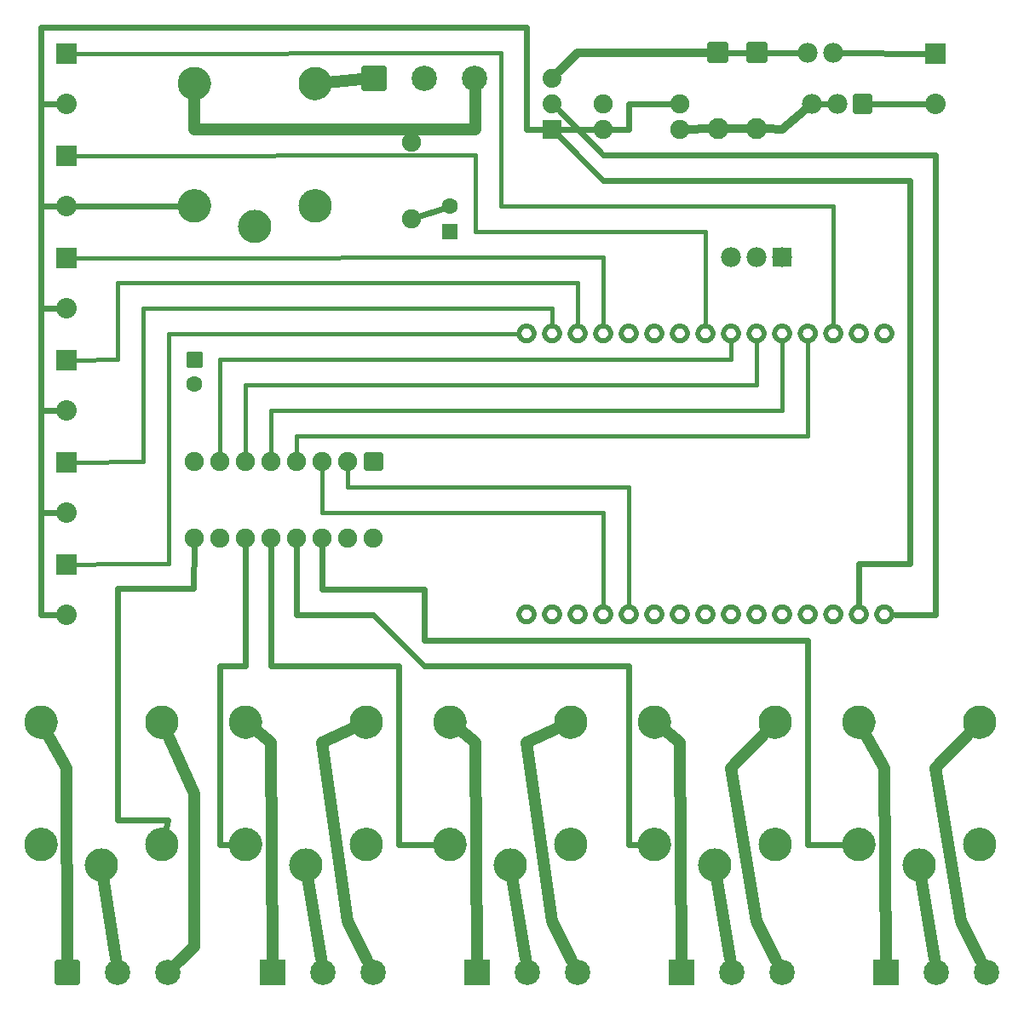
<source format=gtl>
G04 MADE WITH FRITZING*
G04 WWW.FRITZING.ORG*
G04 DOUBLE SIDED*
G04 HOLES PLATED*
G04 CONTOUR ON CENTER OF CONTOUR VECTOR*
%ASAXBY*%
%FSLAX23Y23*%
%MOIN*%
%OFA0B0*%
%SFA1.0B1.0*%
%ADD10C,0.062992*%
%ADD11C,0.080000*%
%ADD12C,0.129921*%
%ADD13C,0.099055*%
%ADD14C,0.074000*%
%ADD15C,0.075000*%
%ADD16C,0.082000*%
%ADD17C,0.078000*%
%ADD18R,0.062992X0.062992*%
%ADD19R,0.080000X0.080000*%
%ADD20R,0.099055X0.099055*%
%ADD21R,0.078000X0.078000*%
%ADD22C,0.024000*%
%ADD23C,0.016000*%
%ADD24C,0.048000*%
%ADD25C,0.032000*%
%ADD26C,0.015748*%
%ADD27C,0.020000*%
%ADD28R,0.001000X0.001000*%
%LNCOPPER1*%
G90*
G70*
G54D10*
X700Y2581D03*
X700Y2483D03*
X1700Y3081D03*
X1700Y3180D03*
G54D11*
X200Y2178D03*
X200Y1981D03*
X200Y2578D03*
X200Y2381D03*
X200Y2978D03*
X200Y2781D03*
X200Y3378D03*
X200Y3181D03*
X200Y3778D03*
X200Y3581D03*
X200Y1778D03*
X200Y1581D03*
G54D12*
X936Y3101D03*
X1172Y3181D03*
X1172Y3660D03*
X700Y3181D03*
X700Y3660D03*
X2736Y601D03*
X2972Y681D03*
X2972Y1160D03*
X2500Y681D03*
X2500Y1160D03*
X3536Y601D03*
X3772Y681D03*
X3772Y1160D03*
X3300Y681D03*
X3300Y1160D03*
X1936Y601D03*
X2172Y681D03*
X2172Y1160D03*
X1700Y681D03*
X1700Y1160D03*
X336Y601D03*
X572Y681D03*
X572Y1160D03*
X100Y681D03*
X100Y1160D03*
X1136Y601D03*
X1372Y681D03*
X1372Y1160D03*
X900Y681D03*
X900Y1160D03*
G54D13*
X203Y181D03*
X400Y181D03*
X597Y181D03*
X3406Y181D03*
X3603Y181D03*
X3800Y181D03*
X1806Y181D03*
X2003Y181D03*
X2200Y181D03*
X1006Y181D03*
X1203Y181D03*
X1400Y181D03*
X1403Y3681D03*
X1600Y3681D03*
X1797Y3681D03*
X2606Y181D03*
X2803Y181D03*
X3000Y181D03*
G54D11*
X3600Y3778D03*
X3600Y3581D03*
G54D14*
X2100Y3481D03*
X2100Y3581D03*
X2100Y3681D03*
X2100Y3481D03*
X2100Y3581D03*
X2100Y3681D03*
G54D15*
X1550Y3131D03*
X1550Y3431D03*
X2600Y3581D03*
X2300Y3581D03*
X2600Y3481D03*
X2300Y3481D03*
G54D16*
X2748Y3781D03*
X2748Y3483D03*
X2900Y3781D03*
X2900Y3483D03*
G54D17*
X3315Y3581D03*
X3215Y3581D03*
X3115Y3581D03*
X3200Y3781D03*
X3100Y3781D03*
G54D15*
X1400Y2181D03*
X1400Y1881D03*
X1300Y2181D03*
X1300Y1881D03*
X1200Y2181D03*
X1200Y1881D03*
X1100Y2181D03*
X1100Y1881D03*
X1000Y2181D03*
X1000Y1881D03*
X900Y2181D03*
X900Y1881D03*
X800Y2181D03*
X800Y1881D03*
X700Y2181D03*
X700Y1881D03*
G54D17*
X3000Y2981D03*
X2900Y2981D03*
X2800Y2981D03*
G54D18*
X1700Y3081D03*
G54D19*
X200Y2178D03*
X200Y2578D03*
X200Y2978D03*
X200Y3378D03*
X200Y3778D03*
X200Y1778D03*
G54D20*
X3406Y181D03*
X1806Y181D03*
X1006Y181D03*
X2606Y181D03*
G54D19*
X3600Y3778D03*
G54D21*
X3000Y2981D03*
G54D22*
X597Y778D02*
X398Y778D01*
D02*
X398Y778D02*
X398Y1685D01*
D02*
X398Y1685D02*
X697Y1685D01*
D02*
X697Y1685D02*
X700Y1853D01*
D02*
X582Y717D02*
X597Y778D01*
G54D23*
D02*
X2300Y1981D02*
X2300Y1619D01*
D02*
X1500Y1981D02*
X2300Y1981D01*
D02*
X1200Y1981D02*
X1500Y1981D01*
D02*
X1200Y2081D02*
X1200Y1981D01*
D02*
X1200Y2158D02*
X1200Y2081D01*
G54D22*
D02*
X2131Y3481D02*
X2271Y3481D01*
D02*
X2780Y3781D02*
X2868Y3781D01*
G54D24*
D02*
X2100Y381D02*
X2000Y1081D01*
D02*
X2000Y1081D02*
X2129Y1140D01*
D02*
X1800Y1081D02*
X1738Y1130D01*
D02*
X1806Y233D02*
X1800Y1081D01*
D02*
X2177Y228D02*
X2100Y381D01*
D02*
X392Y233D02*
X343Y553D01*
D02*
X1195Y233D02*
X1144Y554D01*
D02*
X3595Y233D02*
X3544Y554D01*
D02*
X2795Y233D02*
X2744Y554D01*
D02*
X1995Y233D02*
X1944Y554D01*
G54D23*
D02*
X2700Y3081D02*
X2700Y2718D01*
D02*
X1800Y3081D02*
X2700Y3081D01*
D02*
X1800Y3381D02*
X1800Y3081D01*
D02*
X226Y3378D02*
X1800Y3381D01*
D02*
X3200Y3181D02*
X3200Y2718D01*
D02*
X1900Y3181D02*
X3200Y3181D01*
D02*
X1900Y3781D02*
X1900Y3181D01*
D02*
X226Y3778D02*
X1900Y3781D01*
D02*
X1300Y2081D02*
X2400Y2081D01*
D02*
X2400Y2081D02*
X2400Y1619D01*
D02*
X1300Y2158D02*
X1300Y2081D01*
G54D24*
D02*
X700Y281D02*
X700Y881D01*
D02*
X700Y881D02*
X592Y1116D01*
D02*
X200Y981D02*
X123Y1118D01*
D02*
X3700Y381D02*
X3600Y981D01*
D02*
X3600Y981D02*
X3739Y1125D01*
D02*
X3400Y981D02*
X3323Y1118D01*
D02*
X2900Y381D02*
X2800Y981D01*
D02*
X2800Y981D02*
X2939Y1125D01*
D02*
X2600Y1081D02*
X2538Y1130D01*
D02*
X1000Y1081D02*
X938Y1130D01*
D02*
X1200Y1081D02*
X1329Y1140D01*
D02*
X1300Y381D02*
X1200Y1081D01*
G54D22*
D02*
X900Y1381D02*
X800Y1381D01*
D02*
X800Y1381D02*
X800Y681D01*
D02*
X800Y681D02*
X863Y681D01*
D02*
X900Y1853D02*
X900Y1381D01*
G54D24*
D02*
X3777Y228D02*
X3700Y381D01*
D02*
X3406Y233D02*
X3400Y981D01*
D02*
X2977Y228D02*
X2900Y381D01*
D02*
X2606Y233D02*
X2600Y1081D01*
D02*
X203Y233D02*
X200Y981D01*
D02*
X634Y217D02*
X700Y281D01*
D02*
X1006Y233D02*
X1000Y1081D01*
D02*
X1377Y228D02*
X1300Y381D01*
G54D22*
D02*
X1400Y1581D02*
X1600Y1381D01*
D02*
X1600Y1381D02*
X1900Y1381D01*
D02*
X1600Y1681D02*
X1600Y1481D01*
D02*
X3100Y681D02*
X3263Y681D01*
D02*
X3100Y1481D02*
X3100Y681D01*
D02*
X1900Y1481D02*
X3100Y1481D01*
D02*
X1600Y1481D02*
X1900Y1481D01*
D02*
X1200Y1681D02*
X1600Y1681D01*
D02*
X1100Y1581D02*
X1400Y1581D01*
D02*
X1900Y1381D02*
X2400Y1381D01*
D02*
X2400Y1381D02*
X2400Y681D01*
D02*
X2400Y681D02*
X2463Y681D01*
D02*
X1500Y681D02*
X1663Y681D01*
D02*
X1500Y1381D02*
X1500Y681D01*
D02*
X1000Y1381D02*
X1500Y1381D01*
D02*
X1000Y1681D02*
X1000Y1381D01*
D02*
X1200Y1853D02*
X1200Y1681D01*
D02*
X1100Y1853D02*
X1100Y1581D01*
D02*
X1000Y1853D02*
X1000Y1681D01*
D02*
X100Y1581D02*
X169Y1581D01*
D02*
X100Y1981D02*
X100Y1581D01*
D02*
X100Y1981D02*
X100Y2381D01*
D02*
X100Y2381D02*
X169Y2381D01*
D02*
X100Y2781D02*
X169Y2781D01*
D02*
X100Y2381D02*
X100Y2781D01*
D02*
X169Y2381D02*
X100Y2381D01*
D02*
X169Y1981D02*
X100Y1981D01*
D02*
X169Y1981D02*
X100Y1981D01*
G54D24*
D02*
X1800Y3481D02*
X1798Y3630D01*
D02*
X700Y3481D02*
X1800Y3481D01*
D02*
X700Y3612D02*
X700Y3481D01*
D02*
X1220Y3664D02*
X1352Y3677D01*
G54D22*
D02*
X2000Y3481D02*
X2069Y3481D01*
D02*
X100Y3581D02*
X100Y3881D01*
D02*
X100Y3881D02*
X200Y3881D01*
D02*
X200Y3881D02*
X2000Y3881D01*
D02*
X2000Y3881D02*
X2000Y3481D01*
D02*
X169Y3581D02*
X100Y3581D01*
D02*
X100Y3181D02*
X169Y3181D01*
D02*
X100Y2781D02*
X100Y3181D01*
D02*
X100Y3181D02*
X100Y3581D01*
D02*
X100Y3581D02*
X169Y3581D01*
D02*
X169Y3181D02*
X100Y3181D01*
D02*
X169Y2781D02*
X100Y2781D01*
D02*
X663Y3181D02*
X231Y3181D01*
D02*
X1674Y3172D02*
X1577Y3140D01*
G54D25*
D02*
X2152Y3733D02*
X2126Y3707D01*
D02*
X2200Y3781D02*
X2152Y3733D01*
D02*
X2710Y3781D02*
X2200Y3781D01*
G54D22*
D02*
X3145Y3581D02*
X3185Y3581D01*
G54D25*
D02*
X3000Y3481D02*
X2938Y3483D01*
D02*
X3088Y3558D02*
X3000Y3481D01*
D02*
X2786Y3483D02*
X2862Y3483D01*
D02*
X2710Y3483D02*
X2634Y3482D01*
G54D22*
D02*
X2932Y3781D02*
X3070Y3781D01*
D02*
X3569Y3581D02*
X3345Y3581D01*
D02*
X3569Y3779D02*
X3230Y3781D01*
D02*
X2400Y3481D02*
X2400Y3581D01*
D02*
X2400Y3581D02*
X2571Y3581D01*
D02*
X2329Y3481D02*
X2400Y3481D01*
D02*
X3600Y3381D02*
X3000Y3381D01*
D02*
X3000Y3381D02*
X2300Y3381D01*
D02*
X2300Y3381D02*
X2122Y3560D01*
D02*
X3600Y1581D02*
X3600Y2781D01*
D02*
X3600Y2781D02*
X3600Y3381D01*
D02*
X3442Y1582D02*
X3600Y1581D01*
D02*
X3300Y1781D02*
X3500Y1781D01*
D02*
X3500Y1781D02*
X3500Y3281D01*
D02*
X3500Y3281D02*
X2300Y3281D01*
D02*
X2300Y3281D02*
X2200Y3381D01*
D02*
X2200Y3381D02*
X2122Y3460D01*
D02*
X3300Y1624D02*
X3300Y1781D01*
G54D23*
D02*
X2300Y2981D02*
X2300Y2718D01*
D02*
X226Y2978D02*
X2300Y2981D01*
D02*
X400Y2581D02*
X400Y2881D01*
D02*
X400Y2881D02*
X2200Y2881D01*
D02*
X2200Y2881D02*
X2200Y2718D01*
D02*
X226Y2579D02*
X400Y2581D01*
D02*
X500Y2181D02*
X500Y2781D01*
D02*
X500Y2781D02*
X2100Y2781D01*
D02*
X2100Y2781D02*
X2100Y2718D01*
D02*
X226Y2179D02*
X500Y2181D01*
D02*
X600Y1781D02*
X600Y2681D01*
D02*
X500Y1781D02*
X600Y1781D01*
D02*
X400Y1781D02*
X500Y1781D01*
D02*
X600Y2681D02*
X1963Y2681D01*
D02*
X226Y1779D02*
X400Y1781D01*
D02*
X800Y2581D02*
X2800Y2581D01*
D02*
X2800Y2581D02*
X2800Y2645D01*
D02*
X800Y2205D02*
X800Y2581D01*
D02*
X900Y2481D02*
X2900Y2481D01*
D02*
X2900Y2481D02*
X2900Y2645D01*
D02*
X900Y2205D02*
X900Y2481D01*
D02*
X1000Y2381D02*
X3000Y2381D01*
D02*
X3000Y2381D02*
X3000Y2645D01*
D02*
X1000Y2205D02*
X1000Y2381D01*
D02*
X1100Y2281D02*
X3100Y2281D01*
D02*
X3100Y2281D02*
X3100Y2645D01*
D02*
X1100Y2205D02*
X1100Y2281D01*
G54D26*
X676Y2558D02*
X676Y2605D01*
X724Y2605D01*
X724Y2558D01*
X676Y2558D01*
D02*
G54D27*
X164Y221D02*
X243Y221D01*
X243Y142D01*
X164Y142D01*
X164Y221D01*
D02*
X1364Y3721D02*
X1443Y3721D01*
X1443Y3642D01*
X1364Y3642D01*
X1364Y3721D01*
D02*
X2779Y3751D02*
X2717Y3751D01*
X2717Y3813D01*
X2779Y3813D01*
X2779Y3751D01*
D02*
X2931Y3751D02*
X2869Y3751D01*
X2869Y3813D01*
X2931Y3813D01*
X2931Y3751D01*
D02*
X3344Y3552D02*
X3286Y3552D01*
X3286Y3610D01*
X3344Y3610D01*
X3344Y3552D01*
D02*
X1428Y2154D02*
X1373Y2154D01*
X1373Y2209D01*
X1428Y2209D01*
X1428Y2154D01*
D02*
G54D28*
X696Y3725D02*
X703Y3725D01*
X1168Y3725D02*
X1176Y3725D01*
X688Y3724D02*
X711Y3724D01*
X1160Y3724D02*
X1183Y3724D01*
X684Y3723D02*
X715Y3723D01*
X1156Y3723D02*
X1188Y3723D01*
X680Y3722D02*
X719Y3722D01*
X1152Y3722D02*
X1192Y3722D01*
X677Y3721D02*
X722Y3721D01*
X1150Y3721D02*
X1194Y3721D01*
X674Y3720D02*
X725Y3720D01*
X1147Y3720D02*
X1197Y3720D01*
X672Y3719D02*
X727Y3719D01*
X1145Y3719D02*
X1199Y3719D01*
X670Y3718D02*
X729Y3718D01*
X1143Y3718D02*
X1201Y3718D01*
X669Y3717D02*
X731Y3717D01*
X1141Y3717D02*
X1203Y3717D01*
X667Y3716D02*
X732Y3716D01*
X1139Y3716D02*
X1205Y3716D01*
X665Y3715D02*
X734Y3715D01*
X1138Y3715D02*
X1206Y3715D01*
X664Y3714D02*
X735Y3714D01*
X1136Y3714D02*
X1208Y3714D01*
X662Y3713D02*
X737Y3713D01*
X1135Y3713D02*
X1209Y3713D01*
X661Y3712D02*
X738Y3712D01*
X1133Y3712D02*
X1210Y3712D01*
X660Y3711D02*
X739Y3711D01*
X1132Y3711D02*
X1212Y3711D01*
X658Y3710D02*
X741Y3710D01*
X1131Y3710D02*
X1213Y3710D01*
X657Y3709D02*
X742Y3709D01*
X1130Y3709D02*
X1214Y3709D01*
X656Y3708D02*
X743Y3708D01*
X1128Y3708D02*
X1215Y3708D01*
X655Y3707D02*
X744Y3707D01*
X1127Y3707D02*
X1216Y3707D01*
X654Y3706D02*
X745Y3706D01*
X1126Y3706D02*
X1218Y3706D01*
X653Y3705D02*
X746Y3705D01*
X1125Y3705D02*
X1218Y3705D01*
X652Y3704D02*
X747Y3704D01*
X1124Y3704D02*
X1219Y3704D01*
X651Y3703D02*
X748Y3703D01*
X1124Y3703D02*
X1220Y3703D01*
X650Y3702D02*
X749Y3702D01*
X1123Y3702D02*
X1221Y3702D01*
X650Y3701D02*
X750Y3701D01*
X1122Y3701D02*
X1222Y3701D01*
X649Y3700D02*
X750Y3700D01*
X1121Y3700D02*
X1223Y3700D01*
X648Y3699D02*
X751Y3699D01*
X1120Y3699D02*
X1223Y3699D01*
X647Y3698D02*
X752Y3698D01*
X1120Y3698D02*
X1224Y3698D01*
X647Y3697D02*
X752Y3697D01*
X1119Y3697D02*
X1225Y3697D01*
X646Y3696D02*
X753Y3696D01*
X1118Y3696D02*
X1226Y3696D01*
X645Y3695D02*
X754Y3695D01*
X1118Y3695D02*
X1226Y3695D01*
X645Y3694D02*
X754Y3694D01*
X1117Y3694D02*
X1227Y3694D01*
X644Y3693D02*
X755Y3693D01*
X1116Y3693D02*
X1227Y3693D01*
X643Y3692D02*
X756Y3692D01*
X1116Y3692D02*
X1228Y3692D01*
X643Y3691D02*
X756Y3691D01*
X1115Y3691D02*
X1229Y3691D01*
X642Y3690D02*
X757Y3690D01*
X1115Y3690D02*
X1229Y3690D01*
X642Y3689D02*
X757Y3689D01*
X1114Y3689D02*
X1230Y3689D01*
X641Y3688D02*
X758Y3688D01*
X1114Y3688D02*
X1230Y3688D01*
X641Y3687D02*
X758Y3687D01*
X1113Y3687D02*
X1231Y3687D01*
X640Y3686D02*
X759Y3686D01*
X1113Y3686D02*
X1231Y3686D01*
X640Y3685D02*
X692Y3685D01*
X707Y3685D02*
X759Y3685D01*
X1112Y3685D02*
X1165Y3685D01*
X1179Y3685D02*
X1231Y3685D01*
X640Y3684D02*
X689Y3684D01*
X710Y3684D02*
X759Y3684D01*
X1112Y3684D02*
X1162Y3684D01*
X1182Y3684D02*
X1232Y3684D01*
X639Y3683D02*
X687Y3683D01*
X712Y3683D02*
X760Y3683D01*
X1112Y3683D02*
X1160Y3683D01*
X1184Y3683D02*
X1232Y3683D01*
X639Y3682D02*
X685Y3682D01*
X714Y3682D02*
X760Y3682D01*
X1111Y3682D02*
X1158Y3682D01*
X1186Y3682D02*
X1233Y3682D01*
X639Y3681D02*
X684Y3681D01*
X715Y3681D02*
X760Y3681D01*
X1111Y3681D02*
X1156Y3681D01*
X1187Y3681D02*
X1233Y3681D01*
X638Y3680D02*
X683Y3680D01*
X716Y3680D02*
X761Y3680D01*
X1111Y3680D02*
X1155Y3680D01*
X1189Y3680D02*
X1233Y3680D01*
X638Y3679D02*
X682Y3679D01*
X717Y3679D02*
X761Y3679D01*
X1110Y3679D02*
X1154Y3679D01*
X1190Y3679D02*
X1234Y3679D01*
X638Y3678D02*
X681Y3678D01*
X718Y3678D02*
X761Y3678D01*
X1110Y3678D02*
X1153Y3678D01*
X1191Y3678D02*
X1234Y3678D01*
X637Y3677D02*
X680Y3677D01*
X719Y3677D02*
X762Y3677D01*
X1110Y3677D02*
X1152Y3677D01*
X1192Y3677D02*
X1234Y3677D01*
X637Y3676D02*
X679Y3676D01*
X720Y3676D02*
X762Y3676D01*
X1110Y3676D02*
X1151Y3676D01*
X1193Y3676D02*
X1234Y3676D01*
X637Y3675D02*
X678Y3675D01*
X721Y3675D02*
X762Y3675D01*
X1109Y3675D02*
X1150Y3675D01*
X1193Y3675D02*
X1235Y3675D01*
X637Y3674D02*
X677Y3674D01*
X722Y3674D02*
X762Y3674D01*
X1109Y3674D02*
X1150Y3674D01*
X1194Y3674D02*
X1235Y3674D01*
X636Y3673D02*
X677Y3673D01*
X722Y3673D02*
X763Y3673D01*
X1109Y3673D02*
X1149Y3673D01*
X1195Y3673D02*
X1235Y3673D01*
X636Y3672D02*
X676Y3672D01*
X723Y3672D02*
X763Y3672D01*
X1109Y3672D02*
X1149Y3672D01*
X1195Y3672D02*
X1235Y3672D01*
X636Y3671D02*
X676Y3671D01*
X723Y3671D02*
X763Y3671D01*
X1109Y3671D02*
X1148Y3671D01*
X1196Y3671D02*
X1235Y3671D01*
X636Y3670D02*
X675Y3670D01*
X724Y3670D02*
X763Y3670D01*
X1108Y3670D02*
X1148Y3670D01*
X1196Y3670D02*
X1235Y3670D01*
X636Y3669D02*
X675Y3669D01*
X724Y3669D02*
X763Y3669D01*
X1108Y3669D02*
X1147Y3669D01*
X1197Y3669D02*
X1236Y3669D01*
X636Y3668D02*
X675Y3668D01*
X724Y3668D02*
X763Y3668D01*
X1108Y3668D02*
X1147Y3668D01*
X1197Y3668D02*
X1236Y3668D01*
X635Y3667D02*
X674Y3667D01*
X725Y3667D02*
X764Y3667D01*
X1108Y3667D02*
X1147Y3667D01*
X1197Y3667D02*
X1236Y3667D01*
X635Y3666D02*
X674Y3666D01*
X725Y3666D02*
X764Y3666D01*
X1108Y3666D02*
X1146Y3666D01*
X1197Y3666D02*
X1236Y3666D01*
X635Y3665D02*
X674Y3665D01*
X725Y3665D02*
X764Y3665D01*
X1108Y3665D02*
X1146Y3665D01*
X1198Y3665D02*
X1236Y3665D01*
X635Y3664D02*
X674Y3664D01*
X725Y3664D02*
X764Y3664D01*
X1108Y3664D02*
X1146Y3664D01*
X1198Y3664D02*
X1236Y3664D01*
X635Y3663D02*
X674Y3663D01*
X726Y3663D02*
X764Y3663D01*
X1108Y3663D02*
X1146Y3663D01*
X1198Y3663D02*
X1236Y3663D01*
X635Y3662D02*
X673Y3662D01*
X726Y3662D02*
X764Y3662D01*
X1108Y3662D02*
X1146Y3662D01*
X1198Y3662D02*
X1236Y3662D01*
X635Y3661D02*
X673Y3661D01*
X726Y3661D02*
X764Y3661D01*
X1108Y3661D02*
X1146Y3661D01*
X1198Y3661D02*
X1236Y3661D01*
X635Y3660D02*
X673Y3660D01*
X726Y3660D02*
X764Y3660D01*
X1107Y3660D02*
X1146Y3660D01*
X1198Y3660D02*
X1236Y3660D01*
X635Y3659D02*
X673Y3659D01*
X726Y3659D02*
X764Y3659D01*
X1108Y3659D02*
X1146Y3659D01*
X1198Y3659D02*
X1236Y3659D01*
X635Y3658D02*
X673Y3658D01*
X726Y3658D02*
X764Y3658D01*
X1108Y3658D02*
X1146Y3658D01*
X1198Y3658D02*
X1236Y3658D01*
X635Y3657D02*
X674Y3657D01*
X725Y3657D02*
X764Y3657D01*
X1108Y3657D02*
X1146Y3657D01*
X1198Y3657D02*
X1236Y3657D01*
X635Y3656D02*
X674Y3656D01*
X725Y3656D02*
X764Y3656D01*
X1108Y3656D02*
X1146Y3656D01*
X1198Y3656D02*
X1236Y3656D01*
X635Y3655D02*
X674Y3655D01*
X725Y3655D02*
X764Y3655D01*
X1108Y3655D02*
X1146Y3655D01*
X1198Y3655D02*
X1236Y3655D01*
X635Y3654D02*
X674Y3654D01*
X725Y3654D02*
X764Y3654D01*
X1108Y3654D02*
X1147Y3654D01*
X1197Y3654D02*
X1236Y3654D01*
X636Y3653D02*
X674Y3653D01*
X725Y3653D02*
X763Y3653D01*
X1108Y3653D02*
X1147Y3653D01*
X1197Y3653D02*
X1236Y3653D01*
X636Y3652D02*
X675Y3652D01*
X724Y3652D02*
X763Y3652D01*
X1108Y3652D02*
X1147Y3652D01*
X1197Y3652D02*
X1236Y3652D01*
X636Y3651D02*
X675Y3651D01*
X724Y3651D02*
X763Y3651D01*
X1108Y3651D02*
X1148Y3651D01*
X1196Y3651D02*
X1236Y3651D01*
X636Y3650D02*
X676Y3650D01*
X723Y3650D02*
X763Y3650D01*
X1108Y3650D02*
X1148Y3650D01*
X1196Y3650D02*
X1235Y3650D01*
X636Y3649D02*
X676Y3649D01*
X723Y3649D02*
X763Y3649D01*
X1109Y3649D02*
X1149Y3649D01*
X1195Y3649D02*
X1235Y3649D01*
X636Y3648D02*
X677Y3648D01*
X722Y3648D02*
X763Y3648D01*
X1109Y3648D02*
X1149Y3648D01*
X1195Y3648D02*
X1235Y3648D01*
X637Y3647D02*
X677Y3647D01*
X722Y3647D02*
X762Y3647D01*
X1109Y3647D02*
X1150Y3647D01*
X1194Y3647D02*
X1235Y3647D01*
X637Y3646D02*
X678Y3646D01*
X721Y3646D02*
X762Y3646D01*
X1109Y3646D02*
X1150Y3646D01*
X1194Y3646D02*
X1235Y3646D01*
X637Y3645D02*
X679Y3645D01*
X721Y3645D02*
X762Y3645D01*
X1109Y3645D02*
X1151Y3645D01*
X1193Y3645D02*
X1234Y3645D01*
X637Y3644D02*
X679Y3644D01*
X720Y3644D02*
X762Y3644D01*
X1110Y3644D02*
X1152Y3644D01*
X1192Y3644D02*
X1234Y3644D01*
X638Y3643D02*
X680Y3643D01*
X719Y3643D02*
X761Y3643D01*
X1110Y3643D02*
X1153Y3643D01*
X1191Y3643D02*
X1234Y3643D01*
X638Y3642D02*
X681Y3642D01*
X718Y3642D02*
X761Y3642D01*
X1110Y3642D02*
X1154Y3642D01*
X1190Y3642D02*
X1234Y3642D01*
X638Y3641D02*
X682Y3641D01*
X717Y3641D02*
X761Y3641D01*
X1110Y3641D02*
X1155Y3641D01*
X1189Y3641D02*
X1233Y3641D01*
X638Y3640D02*
X683Y3640D01*
X716Y3640D02*
X761Y3640D01*
X1111Y3640D02*
X1156Y3640D01*
X1188Y3640D02*
X1233Y3640D01*
X639Y3639D02*
X685Y3639D01*
X714Y3639D02*
X760Y3639D01*
X1111Y3639D02*
X1157Y3639D01*
X1187Y3639D02*
X1233Y3639D01*
X639Y3638D02*
X687Y3638D01*
X712Y3638D02*
X760Y3638D01*
X1112Y3638D02*
X1159Y3638D01*
X1185Y3638D02*
X1232Y3638D01*
X639Y3637D02*
X688Y3637D01*
X711Y3637D02*
X760Y3637D01*
X1112Y3637D02*
X1161Y3637D01*
X1183Y3637D02*
X1232Y3637D01*
X640Y3636D02*
X691Y3636D01*
X708Y3636D02*
X759Y3636D01*
X1112Y3636D02*
X1163Y3636D01*
X1181Y3636D02*
X1232Y3636D01*
X640Y3635D02*
X695Y3635D01*
X704Y3635D02*
X759Y3635D01*
X1113Y3635D02*
X1167Y3635D01*
X1177Y3635D02*
X1231Y3635D01*
X641Y3634D02*
X758Y3634D01*
X1113Y3634D02*
X1231Y3634D01*
X641Y3633D02*
X758Y3633D01*
X1114Y3633D02*
X1230Y3633D01*
X642Y3632D02*
X757Y3632D01*
X1114Y3632D02*
X1230Y3632D01*
X642Y3631D02*
X757Y3631D01*
X1115Y3631D02*
X1229Y3631D01*
X643Y3630D02*
X756Y3630D01*
X1115Y3630D02*
X1229Y3630D01*
X643Y3629D02*
X756Y3629D01*
X1116Y3629D02*
X1228Y3629D01*
X644Y3628D02*
X755Y3628D01*
X1116Y3628D02*
X1228Y3628D01*
X644Y3627D02*
X755Y3627D01*
X1117Y3627D02*
X1227Y3627D01*
X645Y3626D02*
X754Y3626D01*
X1117Y3626D02*
X1226Y3626D01*
X646Y3625D02*
X753Y3625D01*
X1118Y3625D02*
X1226Y3625D01*
X646Y3624D02*
X753Y3624D01*
X1119Y3624D02*
X1225Y3624D01*
X647Y3623D02*
X752Y3623D01*
X1119Y3623D02*
X1224Y3623D01*
X648Y3622D02*
X751Y3622D01*
X1120Y3622D02*
X1224Y3622D01*
X648Y3621D02*
X751Y3621D01*
X1121Y3621D02*
X1223Y3621D01*
X649Y3620D02*
X750Y3620D01*
X1122Y3620D02*
X1222Y3620D01*
X650Y3619D02*
X749Y3619D01*
X1122Y3619D02*
X1221Y3619D01*
X651Y3618D02*
X748Y3618D01*
X1123Y3618D02*
X1221Y3618D01*
X652Y3617D02*
X747Y3617D01*
X1124Y3617D02*
X1220Y3617D01*
X653Y3616D02*
X746Y3616D01*
X1125Y3616D02*
X1219Y3616D01*
X654Y3615D02*
X746Y3615D01*
X1126Y3615D02*
X1218Y3615D01*
X654Y3614D02*
X745Y3614D01*
X1127Y3614D02*
X1217Y3614D01*
X656Y3613D02*
X743Y3613D01*
X1128Y3613D02*
X1216Y3613D01*
X657Y3612D02*
X742Y3612D01*
X1129Y3612D02*
X1215Y3612D01*
X658Y3611D02*
X741Y3611D01*
X1130Y3611D02*
X1214Y3611D01*
X659Y3610D02*
X740Y3610D01*
X1131Y3610D02*
X1212Y3610D01*
X660Y3609D02*
X739Y3609D01*
X1133Y3609D02*
X1211Y3609D01*
X662Y3608D02*
X737Y3608D01*
X1134Y3608D02*
X1210Y3608D01*
X663Y3607D02*
X736Y3607D01*
X1135Y3607D02*
X1208Y3607D01*
X665Y3606D02*
X734Y3606D01*
X1137Y3606D02*
X1207Y3606D01*
X666Y3605D02*
X733Y3605D01*
X1139Y3605D02*
X1205Y3605D01*
X668Y3604D02*
X731Y3604D01*
X1140Y3604D02*
X1204Y3604D01*
X670Y3603D02*
X729Y3603D01*
X1142Y3603D02*
X1202Y3603D01*
X672Y3602D02*
X727Y3602D01*
X1144Y3602D02*
X1200Y3602D01*
X674Y3601D02*
X725Y3601D01*
X1146Y3601D02*
X1198Y3601D01*
X676Y3600D02*
X723Y3600D01*
X1148Y3600D02*
X1195Y3600D01*
X679Y3599D02*
X720Y3599D01*
X1151Y3599D02*
X1193Y3599D01*
X682Y3598D02*
X717Y3598D01*
X1154Y3598D02*
X1189Y3598D01*
X686Y3597D02*
X713Y3597D01*
X1158Y3597D02*
X1185Y3597D01*
X692Y3596D02*
X707Y3596D01*
X1164Y3596D02*
X1180Y3596D01*
X2063Y3518D02*
X2136Y3518D01*
X2063Y3517D02*
X2136Y3517D01*
X2063Y3516D02*
X2136Y3516D01*
X2063Y3515D02*
X2136Y3515D01*
X2063Y3514D02*
X2136Y3514D01*
X2063Y3513D02*
X2136Y3513D01*
X2063Y3512D02*
X2136Y3512D01*
X2063Y3511D02*
X2136Y3511D01*
X2063Y3510D02*
X2136Y3510D01*
X2063Y3509D02*
X2136Y3509D01*
X2063Y3508D02*
X2136Y3508D01*
X2063Y3507D02*
X2136Y3507D01*
X2063Y3506D02*
X2136Y3506D01*
X2063Y3505D02*
X2136Y3505D01*
X2063Y3504D02*
X2136Y3504D01*
X2063Y3503D02*
X2136Y3503D01*
X2063Y3502D02*
X2136Y3502D01*
X2063Y3501D02*
X2094Y3501D01*
X2105Y3501D02*
X2136Y3501D01*
X2063Y3500D02*
X2091Y3500D01*
X2108Y3500D02*
X2136Y3500D01*
X2063Y3499D02*
X2089Y3499D01*
X2110Y3499D02*
X2136Y3499D01*
X2063Y3498D02*
X2088Y3498D01*
X2111Y3498D02*
X2136Y3498D01*
X2063Y3497D02*
X2086Y3497D01*
X2113Y3497D02*
X2136Y3497D01*
X2063Y3496D02*
X2085Y3496D01*
X2114Y3496D02*
X2136Y3496D01*
X2063Y3495D02*
X2084Y3495D01*
X2115Y3495D02*
X2136Y3495D01*
X2063Y3494D02*
X2084Y3494D01*
X2115Y3494D02*
X2136Y3494D01*
X2063Y3493D02*
X2083Y3493D01*
X2116Y3493D02*
X2136Y3493D01*
X2063Y3492D02*
X2082Y3492D01*
X2117Y3492D02*
X2136Y3492D01*
X2063Y3491D02*
X2082Y3491D01*
X2117Y3491D02*
X2136Y3491D01*
X2063Y3490D02*
X2081Y3490D01*
X2118Y3490D02*
X2136Y3490D01*
X2063Y3489D02*
X2081Y3489D01*
X2118Y3489D02*
X2136Y3489D01*
X2063Y3488D02*
X2080Y3488D01*
X2119Y3488D02*
X2136Y3488D01*
X2063Y3487D02*
X2080Y3487D01*
X2119Y3487D02*
X2136Y3487D01*
X2063Y3486D02*
X2080Y3486D01*
X2119Y3486D02*
X2136Y3486D01*
X2063Y3485D02*
X2080Y3485D01*
X2119Y3485D02*
X2136Y3485D01*
X2063Y3484D02*
X2080Y3484D01*
X2119Y3484D02*
X2136Y3484D01*
X2063Y3483D02*
X2079Y3483D01*
X2120Y3483D02*
X2136Y3483D01*
X2063Y3482D02*
X2079Y3482D01*
X2120Y3482D02*
X2136Y3482D01*
X2063Y3481D02*
X2079Y3481D01*
X2120Y3481D02*
X2136Y3481D01*
X2063Y3480D02*
X2080Y3480D01*
X2119Y3480D02*
X2136Y3480D01*
X2063Y3479D02*
X2080Y3479D01*
X2119Y3479D02*
X2136Y3479D01*
X2063Y3478D02*
X2080Y3478D01*
X2119Y3478D02*
X2136Y3478D01*
X2063Y3477D02*
X2080Y3477D01*
X2119Y3477D02*
X2136Y3477D01*
X2063Y3476D02*
X2080Y3476D01*
X2119Y3476D02*
X2136Y3476D01*
X2063Y3475D02*
X2081Y3475D01*
X2118Y3475D02*
X2136Y3475D01*
X2063Y3474D02*
X2081Y3474D01*
X2118Y3474D02*
X2136Y3474D01*
X2063Y3473D02*
X2082Y3473D01*
X2117Y3473D02*
X2136Y3473D01*
X2063Y3472D02*
X2082Y3472D01*
X2117Y3472D02*
X2136Y3472D01*
X2063Y3471D02*
X2083Y3471D01*
X2116Y3471D02*
X2136Y3471D01*
X2063Y3470D02*
X2083Y3470D01*
X2116Y3470D02*
X2136Y3470D01*
X2063Y3469D02*
X2084Y3469D01*
X2115Y3469D02*
X2136Y3469D01*
X2063Y3468D02*
X2085Y3468D01*
X2114Y3468D02*
X2136Y3468D01*
X2063Y3467D02*
X2086Y3467D01*
X2113Y3467D02*
X2136Y3467D01*
X2063Y3466D02*
X2088Y3466D01*
X2111Y3466D02*
X2136Y3466D01*
X2063Y3465D02*
X2089Y3465D01*
X2110Y3465D02*
X2136Y3465D01*
X2063Y3464D02*
X2091Y3464D01*
X2108Y3464D02*
X2136Y3464D01*
X2063Y3463D02*
X2094Y3463D01*
X2105Y3463D02*
X2136Y3463D01*
X2063Y3462D02*
X2136Y3462D01*
X2063Y3461D02*
X2136Y3461D01*
X2063Y3460D02*
X2136Y3460D01*
X2063Y3459D02*
X2136Y3459D01*
X2063Y3458D02*
X2136Y3458D01*
X2063Y3457D02*
X2136Y3457D01*
X2063Y3456D02*
X2136Y3456D01*
X2063Y3455D02*
X2136Y3455D01*
X2063Y3454D02*
X2136Y3454D01*
X2063Y3453D02*
X2136Y3453D01*
X2063Y3452D02*
X2136Y3452D01*
X2063Y3451D02*
X2136Y3451D01*
X2063Y3450D02*
X2136Y3450D01*
X2063Y3449D02*
X2136Y3449D01*
X2063Y3448D02*
X2136Y3448D01*
X2063Y3447D02*
X2136Y3447D01*
X2063Y3446D02*
X2136Y3446D01*
X2063Y3445D02*
X2136Y3445D01*
X690Y3246D02*
X709Y3246D01*
X1163Y3246D02*
X1181Y3246D01*
X685Y3245D02*
X714Y3245D01*
X1157Y3245D02*
X1186Y3245D01*
X681Y3244D02*
X718Y3244D01*
X1153Y3244D02*
X1190Y3244D01*
X678Y3243D02*
X721Y3243D01*
X1151Y3243D02*
X1193Y3243D01*
X675Y3242D02*
X724Y3242D01*
X1148Y3242D02*
X1196Y3242D01*
X673Y3241D02*
X726Y3241D01*
X1146Y3241D02*
X1198Y3241D01*
X671Y3240D02*
X728Y3240D01*
X1143Y3240D02*
X1200Y3240D01*
X669Y3239D02*
X730Y3239D01*
X1141Y3239D02*
X1202Y3239D01*
X667Y3238D02*
X732Y3238D01*
X1140Y3238D02*
X1204Y3238D01*
X666Y3237D02*
X733Y3237D01*
X1138Y3237D02*
X1206Y3237D01*
X664Y3236D02*
X735Y3236D01*
X1137Y3236D02*
X1207Y3236D01*
X663Y3235D02*
X736Y3235D01*
X1135Y3235D02*
X1209Y3235D01*
X661Y3234D02*
X738Y3234D01*
X1134Y3234D02*
X1210Y3234D01*
X660Y3233D02*
X739Y3233D01*
X1132Y3233D02*
X1211Y3233D01*
X659Y3232D02*
X740Y3232D01*
X1131Y3232D02*
X1213Y3232D01*
X658Y3231D02*
X741Y3231D01*
X1130Y3231D02*
X1214Y3231D01*
X656Y3230D02*
X743Y3230D01*
X1129Y3230D02*
X1215Y3230D01*
X655Y3229D02*
X744Y3229D01*
X1128Y3229D02*
X1216Y3229D01*
X654Y3228D02*
X745Y3228D01*
X1127Y3228D02*
X1217Y3228D01*
X653Y3227D02*
X746Y3227D01*
X1126Y3227D02*
X1218Y3227D01*
X652Y3226D02*
X747Y3226D01*
X1125Y3226D02*
X1219Y3226D01*
X652Y3225D02*
X748Y3225D01*
X1124Y3225D02*
X1220Y3225D01*
X651Y3224D02*
X748Y3224D01*
X1123Y3224D02*
X1221Y3224D01*
X650Y3223D02*
X749Y3223D01*
X1122Y3223D02*
X1222Y3223D01*
X649Y3222D02*
X750Y3222D01*
X1121Y3222D02*
X1222Y3222D01*
X648Y3221D02*
X751Y3221D01*
X1121Y3221D02*
X1223Y3221D01*
X648Y3220D02*
X751Y3220D01*
X1120Y3220D02*
X1224Y3220D01*
X647Y3219D02*
X752Y3219D01*
X1119Y3219D02*
X1225Y3219D01*
X646Y3218D02*
X753Y3218D01*
X1119Y3218D02*
X1225Y3218D01*
X645Y3217D02*
X754Y3217D01*
X1118Y3217D02*
X1226Y3217D01*
X645Y3216D02*
X754Y3216D01*
X1117Y3216D02*
X1227Y3216D01*
X644Y3215D02*
X755Y3215D01*
X1117Y3215D02*
X1227Y3215D01*
X644Y3214D02*
X755Y3214D01*
X1116Y3214D02*
X1228Y3214D01*
X643Y3213D02*
X756Y3213D01*
X1115Y3213D02*
X1228Y3213D01*
X643Y3212D02*
X757Y3212D01*
X1115Y3212D02*
X1229Y3212D01*
X642Y3211D02*
X757Y3211D01*
X1114Y3211D02*
X1229Y3211D01*
X642Y3210D02*
X757Y3210D01*
X1114Y3210D02*
X1230Y3210D01*
X641Y3209D02*
X758Y3209D01*
X1113Y3209D02*
X1230Y3209D01*
X641Y3208D02*
X758Y3208D01*
X1113Y3208D02*
X1231Y3208D01*
X640Y3207D02*
X693Y3207D01*
X706Y3207D02*
X759Y3207D01*
X1113Y3207D02*
X1166Y3207D01*
X1178Y3207D02*
X1231Y3207D01*
X640Y3206D02*
X690Y3206D01*
X709Y3206D02*
X759Y3206D01*
X1112Y3206D02*
X1163Y3206D01*
X1181Y3206D02*
X1232Y3206D01*
X639Y3205D02*
X688Y3205D01*
X711Y3205D02*
X760Y3205D01*
X1112Y3205D02*
X1160Y3205D01*
X1183Y3205D02*
X1232Y3205D01*
X639Y3204D02*
X686Y3204D01*
X713Y3204D02*
X760Y3204D01*
X1111Y3204D02*
X1159Y3204D01*
X1185Y3204D02*
X1232Y3204D01*
X639Y3203D02*
X684Y3203D01*
X715Y3203D02*
X760Y3203D01*
X1111Y3203D02*
X1157Y3203D01*
X1187Y3203D02*
X1233Y3203D01*
X638Y3202D02*
X683Y3202D01*
X716Y3202D02*
X761Y3202D01*
X1111Y3202D02*
X1156Y3202D01*
X1188Y3202D02*
X1233Y3202D01*
X638Y3201D02*
X682Y3201D01*
X717Y3201D02*
X761Y3201D01*
X1110Y3201D02*
X1154Y3201D01*
X1189Y3201D02*
X1233Y3201D01*
X638Y3200D02*
X681Y3200D01*
X718Y3200D02*
X761Y3200D01*
X1110Y3200D02*
X1153Y3200D01*
X1191Y3200D02*
X1234Y3200D01*
X637Y3199D02*
X680Y3199D01*
X719Y3199D02*
X762Y3199D01*
X1110Y3199D02*
X1152Y3199D01*
X1191Y3199D02*
X1234Y3199D01*
X637Y3198D02*
X679Y3198D01*
X720Y3198D02*
X762Y3198D01*
X1110Y3198D02*
X1152Y3198D01*
X1192Y3198D02*
X1234Y3198D01*
X637Y3197D02*
X678Y3197D01*
X721Y3197D02*
X762Y3197D01*
X1109Y3197D02*
X1151Y3197D01*
X1193Y3197D02*
X1234Y3197D01*
X637Y3196D02*
X678Y3196D01*
X721Y3196D02*
X762Y3196D01*
X1109Y3196D02*
X1150Y3196D01*
X1194Y3196D02*
X1235Y3196D01*
X637Y3195D02*
X677Y3195D01*
X722Y3195D02*
X763Y3195D01*
X1109Y3195D02*
X1149Y3195D01*
X1194Y3195D02*
X1235Y3195D01*
X636Y3194D02*
X677Y3194D01*
X723Y3194D02*
X763Y3194D01*
X1109Y3194D02*
X1149Y3194D01*
X1195Y3194D02*
X1235Y3194D01*
X636Y3193D02*
X676Y3193D01*
X723Y3193D02*
X763Y3193D01*
X1109Y3193D02*
X1148Y3193D01*
X1195Y3193D02*
X1235Y3193D01*
X636Y3192D02*
X675Y3192D01*
X724Y3192D02*
X763Y3192D01*
X1108Y3192D02*
X1148Y3192D01*
X1196Y3192D02*
X1235Y3192D01*
X636Y3191D02*
X675Y3191D01*
X724Y3191D02*
X763Y3191D01*
X1108Y3191D02*
X1147Y3191D01*
X1196Y3191D02*
X1236Y3191D01*
X636Y3190D02*
X675Y3190D01*
X724Y3190D02*
X763Y3190D01*
X1108Y3190D02*
X1147Y3190D01*
X1197Y3190D02*
X1236Y3190D01*
X636Y3189D02*
X674Y3189D01*
X725Y3189D02*
X764Y3189D01*
X1108Y3189D02*
X1147Y3189D01*
X1197Y3189D02*
X1236Y3189D01*
X635Y3188D02*
X674Y3188D01*
X725Y3188D02*
X764Y3188D01*
X1108Y3188D02*
X1146Y3188D01*
X1197Y3188D02*
X1236Y3188D01*
X635Y3187D02*
X674Y3187D01*
X725Y3187D02*
X764Y3187D01*
X1108Y3187D02*
X1146Y3187D01*
X1198Y3187D02*
X1236Y3187D01*
X635Y3186D02*
X674Y3186D01*
X725Y3186D02*
X764Y3186D01*
X1108Y3186D02*
X1146Y3186D01*
X1198Y3186D02*
X1236Y3186D01*
X635Y3185D02*
X674Y3185D01*
X725Y3185D02*
X764Y3185D01*
X1108Y3185D02*
X1146Y3185D01*
X1198Y3185D02*
X1236Y3185D01*
X635Y3184D02*
X673Y3184D01*
X726Y3184D02*
X764Y3184D01*
X1108Y3184D02*
X1146Y3184D01*
X1198Y3184D02*
X1236Y3184D01*
X635Y3183D02*
X673Y3183D01*
X726Y3183D02*
X764Y3183D01*
X1108Y3183D02*
X1146Y3183D01*
X1198Y3183D02*
X1236Y3183D01*
X635Y3182D02*
X673Y3182D01*
X726Y3182D02*
X764Y3182D01*
X1107Y3182D02*
X1146Y3182D01*
X1198Y3182D02*
X1236Y3182D01*
X635Y3181D02*
X673Y3181D01*
X726Y3181D02*
X764Y3181D01*
X1108Y3181D02*
X1146Y3181D01*
X1198Y3181D02*
X1236Y3181D01*
X635Y3180D02*
X673Y3180D01*
X726Y3180D02*
X764Y3180D01*
X1108Y3180D02*
X1146Y3180D01*
X1198Y3180D02*
X1236Y3180D01*
X635Y3179D02*
X674Y3179D01*
X726Y3179D02*
X764Y3179D01*
X1108Y3179D02*
X1146Y3179D01*
X1198Y3179D02*
X1236Y3179D01*
X635Y3178D02*
X674Y3178D01*
X725Y3178D02*
X764Y3178D01*
X1108Y3178D02*
X1146Y3178D01*
X1198Y3178D02*
X1236Y3178D01*
X635Y3177D02*
X674Y3177D01*
X725Y3177D02*
X764Y3177D01*
X1108Y3177D02*
X1146Y3177D01*
X1198Y3177D02*
X1236Y3177D01*
X635Y3176D02*
X674Y3176D01*
X725Y3176D02*
X764Y3176D01*
X1108Y3176D02*
X1146Y3176D01*
X1197Y3176D02*
X1236Y3176D01*
X636Y3175D02*
X674Y3175D01*
X725Y3175D02*
X764Y3175D01*
X1108Y3175D02*
X1147Y3175D01*
X1197Y3175D02*
X1236Y3175D01*
X636Y3174D02*
X675Y3174D01*
X724Y3174D02*
X763Y3174D01*
X1108Y3174D02*
X1147Y3174D01*
X1197Y3174D02*
X1236Y3174D01*
X636Y3173D02*
X675Y3173D01*
X724Y3173D02*
X763Y3173D01*
X1108Y3173D02*
X1147Y3173D01*
X1196Y3173D02*
X1236Y3173D01*
X636Y3172D02*
X675Y3172D01*
X724Y3172D02*
X763Y3172D01*
X1108Y3172D02*
X1148Y3172D01*
X1196Y3172D02*
X1235Y3172D01*
X636Y3171D02*
X676Y3171D01*
X723Y3171D02*
X763Y3171D01*
X1109Y3171D02*
X1148Y3171D01*
X1196Y3171D02*
X1235Y3171D01*
X636Y3170D02*
X676Y3170D01*
X723Y3170D02*
X763Y3170D01*
X1109Y3170D02*
X1149Y3170D01*
X1195Y3170D02*
X1235Y3170D01*
X636Y3169D02*
X677Y3169D01*
X722Y3169D02*
X763Y3169D01*
X1109Y3169D02*
X1149Y3169D01*
X1194Y3169D02*
X1235Y3169D01*
X637Y3168D02*
X677Y3168D01*
X722Y3168D02*
X762Y3168D01*
X1109Y3168D02*
X1150Y3168D01*
X1194Y3168D02*
X1235Y3168D01*
X637Y3167D02*
X678Y3167D01*
X721Y3167D02*
X762Y3167D01*
X1109Y3167D02*
X1151Y3167D01*
X1193Y3167D02*
X1234Y3167D01*
X637Y3166D02*
X679Y3166D01*
X720Y3166D02*
X762Y3166D01*
X933Y3166D02*
X939Y3166D01*
X1110Y3166D02*
X1151Y3166D01*
X1192Y3166D02*
X1234Y3166D01*
X637Y3165D02*
X680Y3165D01*
X719Y3165D02*
X762Y3165D01*
X925Y3165D02*
X947Y3165D01*
X1110Y3165D02*
X1152Y3165D01*
X1192Y3165D02*
X1234Y3165D01*
X638Y3164D02*
X681Y3164D01*
X718Y3164D02*
X761Y3164D01*
X920Y3164D02*
X951Y3164D01*
X1110Y3164D02*
X1153Y3164D01*
X1191Y3164D02*
X1234Y3164D01*
X638Y3163D02*
X682Y3163D01*
X717Y3163D02*
X761Y3163D01*
X916Y3163D02*
X955Y3163D01*
X1110Y3163D02*
X1154Y3163D01*
X1190Y3163D02*
X1233Y3163D01*
X638Y3162D02*
X683Y3162D01*
X716Y3162D02*
X761Y3162D01*
X914Y3162D02*
X958Y3162D01*
X1111Y3162D02*
X1155Y3162D01*
X1188Y3162D02*
X1233Y3162D01*
X639Y3161D02*
X684Y3161D01*
X715Y3161D02*
X760Y3161D01*
X911Y3161D02*
X961Y3161D01*
X1111Y3161D02*
X1157Y3161D01*
X1187Y3161D02*
X1233Y3161D01*
X639Y3160D02*
X686Y3160D01*
X713Y3160D02*
X760Y3160D01*
X909Y3160D02*
X963Y3160D01*
X1111Y3160D02*
X1158Y3160D01*
X1186Y3160D02*
X1232Y3160D01*
X639Y3159D02*
X688Y3159D01*
X711Y3159D02*
X760Y3159D01*
X907Y3159D02*
X965Y3159D01*
X1112Y3159D02*
X1160Y3159D01*
X1184Y3159D02*
X1232Y3159D01*
X640Y3158D02*
X690Y3158D01*
X709Y3158D02*
X759Y3158D01*
X905Y3158D02*
X967Y3158D01*
X1112Y3158D02*
X1162Y3158D01*
X1181Y3158D02*
X1232Y3158D01*
X640Y3157D02*
X693Y3157D01*
X706Y3157D02*
X759Y3157D01*
X903Y3157D02*
X968Y3157D01*
X1112Y3157D02*
X1165Y3157D01*
X1178Y3157D02*
X1231Y3157D01*
X641Y3156D02*
X759Y3156D01*
X902Y3156D02*
X970Y3156D01*
X1113Y3156D02*
X1231Y3156D01*
X641Y3155D02*
X758Y3155D01*
X900Y3155D02*
X971Y3155D01*
X1113Y3155D02*
X1230Y3155D01*
X641Y3154D02*
X758Y3154D01*
X899Y3154D02*
X973Y3154D01*
X1114Y3154D02*
X1230Y3154D01*
X642Y3153D02*
X757Y3153D01*
X897Y3153D02*
X974Y3153D01*
X1114Y3153D02*
X1229Y3153D01*
X642Y3152D02*
X757Y3152D01*
X896Y3152D02*
X976Y3152D01*
X1115Y3152D02*
X1229Y3152D01*
X643Y3151D02*
X756Y3151D01*
X895Y3151D02*
X977Y3151D01*
X1115Y3151D02*
X1228Y3151D01*
X644Y3150D02*
X755Y3150D01*
X893Y3150D02*
X978Y3150D01*
X1116Y3150D02*
X1228Y3150D01*
X644Y3149D02*
X755Y3149D01*
X892Y3149D02*
X979Y3149D01*
X1117Y3149D02*
X1227Y3149D01*
X645Y3148D02*
X754Y3148D01*
X891Y3148D02*
X980Y3148D01*
X1117Y3148D02*
X1227Y3148D01*
X645Y3147D02*
X754Y3147D01*
X890Y3147D02*
X981Y3147D01*
X1118Y3147D02*
X1226Y3147D01*
X646Y3146D02*
X753Y3146D01*
X889Y3146D02*
X982Y3146D01*
X1118Y3146D02*
X1225Y3146D01*
X647Y3145D02*
X752Y3145D01*
X888Y3145D02*
X983Y3145D01*
X1119Y3145D02*
X1225Y3145D01*
X647Y3144D02*
X752Y3144D01*
X887Y3144D02*
X984Y3144D01*
X1120Y3144D02*
X1224Y3144D01*
X648Y3143D02*
X751Y3143D01*
X887Y3143D02*
X985Y3143D01*
X1121Y3143D02*
X1223Y3143D01*
X649Y3142D02*
X750Y3142D01*
X886Y3142D02*
X986Y3142D01*
X1121Y3142D02*
X1222Y3142D01*
X650Y3141D02*
X749Y3141D01*
X885Y3141D02*
X986Y3141D01*
X1122Y3141D02*
X1222Y3141D01*
X651Y3140D02*
X749Y3140D01*
X884Y3140D02*
X987Y3140D01*
X1123Y3140D02*
X1221Y3140D01*
X651Y3139D02*
X748Y3139D01*
X884Y3139D02*
X988Y3139D01*
X1124Y3139D02*
X1220Y3139D01*
X652Y3138D02*
X747Y3138D01*
X883Y3138D02*
X989Y3138D01*
X1125Y3138D02*
X1219Y3138D01*
X653Y3137D02*
X746Y3137D01*
X882Y3137D02*
X989Y3137D01*
X1126Y3137D02*
X1218Y3137D01*
X654Y3136D02*
X745Y3136D01*
X882Y3136D02*
X990Y3136D01*
X1127Y3136D02*
X1217Y3136D01*
X655Y3135D02*
X744Y3135D01*
X881Y3135D02*
X991Y3135D01*
X1128Y3135D02*
X1216Y3135D01*
X656Y3134D02*
X743Y3134D01*
X880Y3134D02*
X991Y3134D01*
X1129Y3134D02*
X1215Y3134D01*
X657Y3133D02*
X742Y3133D01*
X880Y3133D02*
X992Y3133D01*
X1130Y3133D02*
X1214Y3133D01*
X659Y3132D02*
X740Y3132D01*
X879Y3132D02*
X992Y3132D01*
X1131Y3132D02*
X1213Y3132D01*
X660Y3131D02*
X739Y3131D01*
X879Y3131D02*
X993Y3131D01*
X1132Y3131D02*
X1212Y3131D01*
X661Y3130D02*
X738Y3130D01*
X878Y3130D02*
X993Y3130D01*
X1134Y3130D02*
X1210Y3130D01*
X663Y3129D02*
X736Y3129D01*
X878Y3129D02*
X994Y3129D01*
X1135Y3129D02*
X1209Y3129D01*
X664Y3128D02*
X735Y3128D01*
X877Y3128D02*
X994Y3128D01*
X1136Y3128D02*
X1207Y3128D01*
X666Y3127D02*
X733Y3127D01*
X877Y3127D02*
X995Y3127D01*
X1138Y3127D02*
X1206Y3127D01*
X667Y3126D02*
X732Y3126D01*
X876Y3126D02*
X929Y3126D01*
X943Y3126D02*
X995Y3126D01*
X1140Y3126D02*
X1204Y3126D01*
X669Y3125D02*
X730Y3125D01*
X876Y3125D02*
X926Y3125D01*
X946Y3125D02*
X996Y3125D01*
X1141Y3125D02*
X1203Y3125D01*
X671Y3124D02*
X728Y3124D01*
X875Y3124D02*
X924Y3124D01*
X948Y3124D02*
X996Y3124D01*
X1143Y3124D02*
X1201Y3124D01*
X673Y3123D02*
X726Y3123D01*
X875Y3123D02*
X922Y3123D01*
X950Y3123D02*
X996Y3123D01*
X1145Y3123D02*
X1199Y3123D01*
X675Y3122D02*
X724Y3122D01*
X875Y3122D02*
X920Y3122D01*
X951Y3122D02*
X997Y3122D01*
X1147Y3122D02*
X1196Y3122D01*
X678Y3121D02*
X721Y3121D01*
X874Y3121D02*
X919Y3121D01*
X952Y3121D02*
X997Y3121D01*
X1150Y3121D02*
X1194Y3121D01*
X681Y3120D02*
X718Y3120D01*
X874Y3120D02*
X918Y3120D01*
X954Y3120D02*
X997Y3120D01*
X1153Y3120D02*
X1191Y3120D01*
X685Y3119D02*
X714Y3119D01*
X874Y3119D02*
X917Y3119D01*
X955Y3119D02*
X998Y3119D01*
X1157Y3119D02*
X1187Y3119D01*
X690Y3118D02*
X709Y3118D01*
X874Y3118D02*
X916Y3118D01*
X955Y3118D02*
X998Y3118D01*
X1162Y3118D02*
X1182Y3118D01*
X873Y3117D02*
X915Y3117D01*
X956Y3117D02*
X998Y3117D01*
X873Y3116D02*
X914Y3116D01*
X957Y3116D02*
X998Y3116D01*
X873Y3115D02*
X914Y3115D01*
X958Y3115D02*
X999Y3115D01*
X873Y3114D02*
X913Y3114D01*
X958Y3114D02*
X999Y3114D01*
X872Y3113D02*
X913Y3113D01*
X959Y3113D02*
X999Y3113D01*
X872Y3112D02*
X912Y3112D01*
X959Y3112D02*
X999Y3112D01*
X872Y3111D02*
X912Y3111D01*
X960Y3111D02*
X999Y3111D01*
X872Y3110D02*
X911Y3110D01*
X960Y3110D02*
X999Y3110D01*
X872Y3109D02*
X911Y3109D01*
X961Y3109D02*
X1000Y3109D01*
X872Y3108D02*
X910Y3108D01*
X961Y3108D02*
X1000Y3108D01*
X872Y3107D02*
X910Y3107D01*
X961Y3107D02*
X1000Y3107D01*
X872Y3106D02*
X910Y3106D01*
X961Y3106D02*
X1000Y3106D01*
X871Y3105D02*
X910Y3105D01*
X962Y3105D02*
X1000Y3105D01*
X871Y3104D02*
X910Y3104D01*
X962Y3104D02*
X1000Y3104D01*
X871Y3103D02*
X910Y3103D01*
X962Y3103D02*
X1000Y3103D01*
X871Y3102D02*
X910Y3102D01*
X962Y3102D02*
X1000Y3102D01*
X871Y3101D02*
X910Y3101D01*
X962Y3101D02*
X1000Y3101D01*
X871Y3100D02*
X910Y3100D01*
X962Y3100D02*
X1000Y3100D01*
X871Y3099D02*
X910Y3099D01*
X962Y3099D02*
X1000Y3099D01*
X871Y3098D02*
X910Y3098D01*
X962Y3098D02*
X1000Y3098D01*
X872Y3097D02*
X910Y3097D01*
X962Y3097D02*
X1000Y3097D01*
X872Y3096D02*
X910Y3096D01*
X961Y3096D02*
X1000Y3096D01*
X872Y3095D02*
X910Y3095D01*
X961Y3095D02*
X1000Y3095D01*
X872Y3094D02*
X911Y3094D01*
X961Y3094D02*
X1000Y3094D01*
X872Y3093D02*
X911Y3093D01*
X960Y3093D02*
X1000Y3093D01*
X872Y3092D02*
X911Y3092D01*
X960Y3092D02*
X999Y3092D01*
X872Y3091D02*
X912Y3091D01*
X960Y3091D02*
X999Y3091D01*
X872Y3090D02*
X912Y3090D01*
X959Y3090D02*
X999Y3090D01*
X873Y3089D02*
X913Y3089D01*
X959Y3089D02*
X999Y3089D01*
X873Y3088D02*
X913Y3088D01*
X958Y3088D02*
X999Y3088D01*
X873Y3087D02*
X914Y3087D01*
X958Y3087D02*
X998Y3087D01*
X873Y3086D02*
X915Y3086D01*
X957Y3086D02*
X998Y3086D01*
X873Y3085D02*
X916Y3085D01*
X956Y3085D02*
X998Y3085D01*
X874Y3084D02*
X916Y3084D01*
X955Y3084D02*
X998Y3084D01*
X874Y3083D02*
X917Y3083D01*
X954Y3083D02*
X997Y3083D01*
X874Y3082D02*
X918Y3082D01*
X953Y3082D02*
X997Y3082D01*
X875Y3081D02*
X920Y3081D01*
X952Y3081D02*
X997Y3081D01*
X875Y3080D02*
X921Y3080D01*
X951Y3080D02*
X997Y3080D01*
X875Y3079D02*
X923Y3079D01*
X949Y3079D02*
X996Y3079D01*
X876Y3078D02*
X925Y3078D01*
X947Y3078D02*
X996Y3078D01*
X876Y3077D02*
X927Y3077D01*
X945Y3077D02*
X995Y3077D01*
X876Y3076D02*
X930Y3076D01*
X941Y3076D02*
X995Y3076D01*
X877Y3075D02*
X995Y3075D01*
X877Y3074D02*
X994Y3074D01*
X878Y3073D02*
X994Y3073D01*
X878Y3072D02*
X993Y3072D01*
X879Y3071D02*
X993Y3071D01*
X879Y3070D02*
X992Y3070D01*
X880Y3069D02*
X991Y3069D01*
X881Y3068D02*
X991Y3068D01*
X881Y3067D02*
X990Y3067D01*
X882Y3066D02*
X990Y3066D01*
X882Y3065D02*
X989Y3065D01*
X883Y3064D02*
X988Y3064D01*
X884Y3063D02*
X988Y3063D01*
X885Y3062D02*
X987Y3062D01*
X885Y3061D02*
X986Y3061D01*
X886Y3060D02*
X985Y3060D01*
X887Y3059D02*
X984Y3059D01*
X888Y3058D02*
X984Y3058D01*
X889Y3057D02*
X983Y3057D01*
X890Y3056D02*
X982Y3056D01*
X891Y3055D02*
X981Y3055D01*
X892Y3054D02*
X980Y3054D01*
X893Y3053D02*
X979Y3053D01*
X894Y3052D02*
X977Y3052D01*
X895Y3051D02*
X976Y3051D01*
X897Y3050D02*
X975Y3050D01*
X898Y3049D02*
X974Y3049D01*
X899Y3048D02*
X972Y3048D01*
X901Y3047D02*
X971Y3047D01*
X902Y3046D02*
X969Y3046D01*
X904Y3045D02*
X967Y3045D01*
X906Y3044D02*
X966Y3044D01*
X908Y3043D02*
X964Y3043D01*
X910Y3042D02*
X962Y3042D01*
X912Y3041D02*
X959Y3041D01*
X915Y3040D02*
X957Y3040D01*
X918Y3039D02*
X953Y3039D01*
X922Y3038D02*
X949Y3038D01*
X928Y3037D02*
X944Y3037D01*
X1992Y2720D02*
X2006Y2720D01*
X2092Y2720D02*
X2106Y2720D01*
X2192Y2720D02*
X2206Y2720D01*
X2292Y2720D02*
X2306Y2720D01*
X2392Y2720D02*
X2406Y2720D01*
X2492Y2720D02*
X2506Y2720D01*
X2592Y2720D02*
X2606Y2720D01*
X2692Y2720D02*
X2706Y2720D01*
X2792Y2720D02*
X2806Y2720D01*
X2892Y2720D02*
X2906Y2720D01*
X2992Y2720D02*
X3006Y2720D01*
X3093Y2720D02*
X3107Y2720D01*
X3193Y2720D02*
X3206Y2720D01*
X3292Y2720D02*
X3306Y2720D01*
X3392Y2720D02*
X3406Y2720D01*
X1988Y2719D02*
X2010Y2719D01*
X2088Y2719D02*
X2110Y2719D01*
X2188Y2719D02*
X2210Y2719D01*
X2288Y2719D02*
X2310Y2719D01*
X2388Y2719D02*
X2410Y2719D01*
X2488Y2719D02*
X2510Y2719D01*
X2588Y2719D02*
X2610Y2719D01*
X2688Y2719D02*
X2710Y2719D01*
X2788Y2719D02*
X2810Y2719D01*
X2888Y2719D02*
X2910Y2719D01*
X2988Y2719D02*
X3010Y2719D01*
X3089Y2719D02*
X3110Y2719D01*
X3189Y2719D02*
X3210Y2719D01*
X3289Y2719D02*
X3310Y2719D01*
X3388Y2719D02*
X3410Y2719D01*
X1986Y2718D02*
X2013Y2718D01*
X2086Y2718D02*
X2113Y2718D01*
X2186Y2718D02*
X2213Y2718D01*
X2286Y2718D02*
X2313Y2718D01*
X2386Y2718D02*
X2413Y2718D01*
X2486Y2718D02*
X2513Y2718D01*
X2586Y2718D02*
X2613Y2718D01*
X2686Y2718D02*
X2713Y2718D01*
X2786Y2718D02*
X2813Y2718D01*
X2886Y2718D02*
X2913Y2718D01*
X2986Y2718D02*
X3013Y2718D01*
X3086Y2718D02*
X3113Y2718D01*
X3186Y2718D02*
X3213Y2718D01*
X3286Y2718D02*
X3313Y2718D01*
X3386Y2718D02*
X3413Y2718D01*
X1983Y2717D02*
X2015Y2717D01*
X2083Y2717D02*
X2115Y2717D01*
X2183Y2717D02*
X2215Y2717D01*
X2283Y2717D02*
X2315Y2717D01*
X2383Y2717D02*
X2415Y2717D01*
X2483Y2717D02*
X2515Y2717D01*
X2583Y2717D02*
X2615Y2717D01*
X2683Y2717D02*
X2715Y2717D01*
X2783Y2717D02*
X2815Y2717D01*
X2883Y2717D02*
X2915Y2717D01*
X2983Y2717D02*
X3015Y2717D01*
X3084Y2717D02*
X3116Y2717D01*
X3184Y2717D02*
X3215Y2717D01*
X3283Y2717D02*
X3315Y2717D01*
X3383Y2717D02*
X3415Y2717D01*
X1981Y2716D02*
X2017Y2716D01*
X2081Y2716D02*
X2117Y2716D01*
X2181Y2716D02*
X2217Y2716D01*
X2281Y2716D02*
X2317Y2716D01*
X2381Y2716D02*
X2417Y2716D01*
X2481Y2716D02*
X2517Y2716D01*
X2581Y2716D02*
X2617Y2716D01*
X2681Y2716D02*
X2717Y2716D01*
X2781Y2716D02*
X2817Y2716D01*
X2881Y2716D02*
X2917Y2716D01*
X2981Y2716D02*
X3017Y2716D01*
X3082Y2716D02*
X3118Y2716D01*
X3182Y2716D02*
X3217Y2716D01*
X3281Y2716D02*
X3317Y2716D01*
X3381Y2716D02*
X3417Y2716D01*
X1980Y2715D02*
X2019Y2715D01*
X2080Y2715D02*
X2119Y2715D01*
X2180Y2715D02*
X2219Y2715D01*
X2280Y2715D02*
X2319Y2715D01*
X2380Y2715D02*
X2419Y2715D01*
X2480Y2715D02*
X2519Y2715D01*
X2580Y2715D02*
X2619Y2715D01*
X2680Y2715D02*
X2719Y2715D01*
X2780Y2715D02*
X2819Y2715D01*
X2880Y2715D02*
X2919Y2715D01*
X2980Y2715D02*
X3019Y2715D01*
X3080Y2715D02*
X3119Y2715D01*
X3180Y2715D02*
X3219Y2715D01*
X3280Y2715D02*
X3319Y2715D01*
X3379Y2715D02*
X3419Y2715D01*
X1978Y2714D02*
X2021Y2714D01*
X2078Y2714D02*
X2121Y2714D01*
X2178Y2714D02*
X2221Y2714D01*
X2278Y2714D02*
X2321Y2714D01*
X2378Y2714D02*
X2421Y2714D01*
X2478Y2714D02*
X2521Y2714D01*
X2578Y2714D02*
X2621Y2714D01*
X2678Y2714D02*
X2721Y2714D01*
X2778Y2714D02*
X2821Y2714D01*
X2878Y2714D02*
X2921Y2714D01*
X2978Y2714D02*
X3021Y2714D01*
X3078Y2714D02*
X3121Y2714D01*
X3178Y2714D02*
X3221Y2714D01*
X3278Y2714D02*
X3321Y2714D01*
X3378Y2714D02*
X3421Y2714D01*
X1976Y2713D02*
X2022Y2713D01*
X2076Y2713D02*
X2122Y2713D01*
X2176Y2713D02*
X2222Y2713D01*
X2276Y2713D02*
X2322Y2713D01*
X2376Y2713D02*
X2422Y2713D01*
X2476Y2713D02*
X2522Y2713D01*
X2576Y2713D02*
X2622Y2713D01*
X2676Y2713D02*
X2722Y2713D01*
X2776Y2713D02*
X2822Y2713D01*
X2876Y2713D02*
X2922Y2713D01*
X2976Y2713D02*
X3022Y2713D01*
X3077Y2713D02*
X3122Y2713D01*
X3177Y2713D02*
X3222Y2713D01*
X3277Y2713D02*
X3322Y2713D01*
X3376Y2713D02*
X3422Y2713D01*
X1975Y2712D02*
X2023Y2712D01*
X2075Y2712D02*
X2123Y2712D01*
X2175Y2712D02*
X2223Y2712D01*
X2275Y2712D02*
X2323Y2712D01*
X2375Y2712D02*
X2423Y2712D01*
X2475Y2712D02*
X2523Y2712D01*
X2575Y2712D02*
X2623Y2712D01*
X2675Y2712D02*
X2723Y2712D01*
X2775Y2712D02*
X2823Y2712D01*
X2875Y2712D02*
X2923Y2712D01*
X2975Y2712D02*
X3023Y2712D01*
X3076Y2712D02*
X3124Y2712D01*
X3175Y2712D02*
X3224Y2712D01*
X3275Y2712D02*
X3323Y2712D01*
X3375Y2712D02*
X3423Y2712D01*
X1974Y2711D02*
X2024Y2711D01*
X2074Y2711D02*
X2124Y2711D01*
X2174Y2711D02*
X2224Y2711D01*
X2274Y2711D02*
X2324Y2711D01*
X2374Y2711D02*
X2424Y2711D01*
X2474Y2711D02*
X2524Y2711D01*
X2574Y2711D02*
X2624Y2711D01*
X2674Y2711D02*
X2724Y2711D01*
X2774Y2711D02*
X2824Y2711D01*
X2874Y2711D02*
X2924Y2711D01*
X2974Y2711D02*
X3024Y2711D01*
X3074Y2711D02*
X3125Y2711D01*
X3174Y2711D02*
X3225Y2711D01*
X3274Y2711D02*
X3325Y2711D01*
X3374Y2711D02*
X3424Y2711D01*
X1973Y2710D02*
X2026Y2710D01*
X2073Y2710D02*
X2126Y2710D01*
X2173Y2710D02*
X2226Y2710D01*
X2273Y2710D02*
X2326Y2710D01*
X2373Y2710D02*
X2426Y2710D01*
X2473Y2710D02*
X2526Y2710D01*
X2573Y2710D02*
X2626Y2710D01*
X2673Y2710D02*
X2726Y2710D01*
X2773Y2710D02*
X2826Y2710D01*
X2873Y2710D02*
X2926Y2710D01*
X2973Y2710D02*
X3026Y2710D01*
X3073Y2710D02*
X3126Y2710D01*
X3173Y2710D02*
X3226Y2710D01*
X3273Y2710D02*
X3326Y2710D01*
X3373Y2710D02*
X3426Y2710D01*
X1972Y2709D02*
X2027Y2709D01*
X2072Y2709D02*
X2127Y2709D01*
X2172Y2709D02*
X2227Y2709D01*
X2272Y2709D02*
X2327Y2709D01*
X2372Y2709D02*
X2427Y2709D01*
X2472Y2709D02*
X2527Y2709D01*
X2572Y2709D02*
X2627Y2709D01*
X2672Y2709D02*
X2727Y2709D01*
X2772Y2709D02*
X2827Y2709D01*
X2872Y2709D02*
X2927Y2709D01*
X2972Y2709D02*
X3027Y2709D01*
X3072Y2709D02*
X3127Y2709D01*
X3172Y2709D02*
X3227Y2709D01*
X3272Y2709D02*
X3327Y2709D01*
X3372Y2709D02*
X3427Y2709D01*
X1971Y2708D02*
X2028Y2708D01*
X2071Y2708D02*
X2128Y2708D01*
X2171Y2708D02*
X2228Y2708D01*
X2271Y2708D02*
X2328Y2708D01*
X2371Y2708D02*
X2428Y2708D01*
X2471Y2708D02*
X2528Y2708D01*
X2571Y2708D02*
X2628Y2708D01*
X2671Y2708D02*
X2728Y2708D01*
X2771Y2708D02*
X2828Y2708D01*
X2871Y2708D02*
X2928Y2708D01*
X2971Y2708D02*
X3028Y2708D01*
X3071Y2708D02*
X3128Y2708D01*
X3171Y2708D02*
X3228Y2708D01*
X3271Y2708D02*
X3328Y2708D01*
X3371Y2708D02*
X3428Y2708D01*
X1970Y2707D02*
X2028Y2707D01*
X2070Y2707D02*
X2128Y2707D01*
X2170Y2707D02*
X2228Y2707D01*
X2270Y2707D02*
X2328Y2707D01*
X2370Y2707D02*
X2428Y2707D01*
X2470Y2707D02*
X2528Y2707D01*
X2570Y2707D02*
X2628Y2707D01*
X2670Y2707D02*
X2728Y2707D01*
X2770Y2707D02*
X2828Y2707D01*
X2870Y2707D02*
X2928Y2707D01*
X2970Y2707D02*
X3028Y2707D01*
X3070Y2707D02*
X3129Y2707D01*
X3170Y2707D02*
X3229Y2707D01*
X3270Y2707D02*
X3329Y2707D01*
X3370Y2707D02*
X3428Y2707D01*
X1969Y2706D02*
X2029Y2706D01*
X2069Y2706D02*
X2129Y2706D01*
X2169Y2706D02*
X2229Y2706D01*
X2269Y2706D02*
X2329Y2706D01*
X2369Y2706D02*
X2429Y2706D01*
X2469Y2706D02*
X2529Y2706D01*
X2569Y2706D02*
X2629Y2706D01*
X2669Y2706D02*
X2729Y2706D01*
X2769Y2706D02*
X2829Y2706D01*
X2869Y2706D02*
X2929Y2706D01*
X2969Y2706D02*
X3029Y2706D01*
X3070Y2706D02*
X3130Y2706D01*
X3170Y2706D02*
X3229Y2706D01*
X3269Y2706D02*
X3329Y2706D01*
X3369Y2706D02*
X3429Y2706D01*
X1968Y2705D02*
X2030Y2705D01*
X2068Y2705D02*
X2130Y2705D01*
X2168Y2705D02*
X2230Y2705D01*
X2268Y2705D02*
X2330Y2705D01*
X2368Y2705D02*
X2430Y2705D01*
X2468Y2705D02*
X2530Y2705D01*
X2568Y2705D02*
X2630Y2705D01*
X2668Y2705D02*
X2730Y2705D01*
X2768Y2705D02*
X2830Y2705D01*
X2868Y2705D02*
X2930Y2705D01*
X2968Y2705D02*
X3030Y2705D01*
X3069Y2705D02*
X3130Y2705D01*
X3169Y2705D02*
X3230Y2705D01*
X3269Y2705D02*
X3330Y2705D01*
X3368Y2705D02*
X3430Y2705D01*
X1968Y2704D02*
X2031Y2704D01*
X2068Y2704D02*
X2131Y2704D01*
X2168Y2704D02*
X2231Y2704D01*
X2268Y2704D02*
X2331Y2704D01*
X2368Y2704D02*
X2431Y2704D01*
X2468Y2704D02*
X2531Y2704D01*
X2568Y2704D02*
X2631Y2704D01*
X2668Y2704D02*
X2731Y2704D01*
X2768Y2704D02*
X2831Y2704D01*
X2868Y2704D02*
X2931Y2704D01*
X2968Y2704D02*
X3031Y2704D01*
X3068Y2704D02*
X3131Y2704D01*
X3168Y2704D02*
X3231Y2704D01*
X3268Y2704D02*
X3331Y2704D01*
X3368Y2704D02*
X3431Y2704D01*
X1967Y2703D02*
X2031Y2703D01*
X2067Y2703D02*
X2131Y2703D01*
X2167Y2703D02*
X2231Y2703D01*
X2267Y2703D02*
X2331Y2703D01*
X2367Y2703D02*
X2431Y2703D01*
X2467Y2703D02*
X2531Y2703D01*
X2567Y2703D02*
X2631Y2703D01*
X2667Y2703D02*
X2731Y2703D01*
X2767Y2703D02*
X2831Y2703D01*
X2867Y2703D02*
X2931Y2703D01*
X2967Y2703D02*
X3031Y2703D01*
X3068Y2703D02*
X3132Y2703D01*
X3167Y2703D02*
X3232Y2703D01*
X3267Y2703D02*
X3331Y2703D01*
X3367Y2703D02*
X3431Y2703D01*
X1967Y2702D02*
X2032Y2702D01*
X2067Y2702D02*
X2132Y2702D01*
X2167Y2702D02*
X2232Y2702D01*
X2267Y2702D02*
X2332Y2702D01*
X2367Y2702D02*
X2432Y2702D01*
X2467Y2702D02*
X2532Y2702D01*
X2567Y2702D02*
X2632Y2702D01*
X2667Y2702D02*
X2732Y2702D01*
X2767Y2702D02*
X2832Y2702D01*
X2867Y2702D02*
X2932Y2702D01*
X2967Y2702D02*
X3032Y2702D01*
X3067Y2702D02*
X3132Y2702D01*
X3167Y2702D02*
X3232Y2702D01*
X3267Y2702D02*
X3332Y2702D01*
X3367Y2702D02*
X3432Y2702D01*
X1966Y2701D02*
X2032Y2701D01*
X2066Y2701D02*
X2132Y2701D01*
X2166Y2701D02*
X2232Y2701D01*
X2266Y2701D02*
X2332Y2701D01*
X2366Y2701D02*
X2432Y2701D01*
X2466Y2701D02*
X2532Y2701D01*
X2566Y2701D02*
X2632Y2701D01*
X2666Y2701D02*
X2732Y2701D01*
X2766Y2701D02*
X2832Y2701D01*
X2866Y2701D02*
X2932Y2701D01*
X2966Y2701D02*
X3032Y2701D01*
X3066Y2701D02*
X3133Y2701D01*
X3166Y2701D02*
X3233Y2701D01*
X3266Y2701D02*
X3333Y2701D01*
X3366Y2701D02*
X3432Y2701D01*
X1965Y2700D02*
X1993Y2700D01*
X2006Y2700D02*
X2033Y2700D01*
X2065Y2700D02*
X2093Y2700D01*
X2106Y2700D02*
X2133Y2700D01*
X2165Y2700D02*
X2193Y2700D01*
X2206Y2700D02*
X2233Y2700D01*
X2265Y2700D02*
X2293Y2700D01*
X2306Y2700D02*
X2333Y2700D01*
X2365Y2700D02*
X2393Y2700D01*
X2406Y2700D02*
X2433Y2700D01*
X2465Y2700D02*
X2493Y2700D01*
X2506Y2700D02*
X2533Y2700D01*
X2565Y2700D02*
X2593Y2700D01*
X2606Y2700D02*
X2633Y2700D01*
X2665Y2700D02*
X2693Y2700D01*
X2706Y2700D02*
X2733Y2700D01*
X2765Y2700D02*
X2793Y2700D01*
X2806Y2700D02*
X2833Y2700D01*
X2865Y2700D02*
X2893Y2700D01*
X2906Y2700D02*
X2933Y2700D01*
X2965Y2700D02*
X2993Y2700D01*
X3006Y2700D02*
X3033Y2700D01*
X3066Y2700D02*
X3093Y2700D01*
X3106Y2700D02*
X3133Y2700D01*
X3166Y2700D02*
X3193Y2700D01*
X3206Y2700D02*
X3233Y2700D01*
X3266Y2700D02*
X3293Y2700D01*
X3306Y2700D02*
X3333Y2700D01*
X3365Y2700D02*
X3393Y2700D01*
X3406Y2700D02*
X3433Y2700D01*
X1965Y2699D02*
X1990Y2699D01*
X2008Y2699D02*
X2033Y2699D01*
X2065Y2699D02*
X2090Y2699D01*
X2108Y2699D02*
X2133Y2699D01*
X2165Y2699D02*
X2190Y2699D01*
X2208Y2699D02*
X2233Y2699D01*
X2265Y2699D02*
X2290Y2699D01*
X2308Y2699D02*
X2333Y2699D01*
X2365Y2699D02*
X2390Y2699D01*
X2408Y2699D02*
X2433Y2699D01*
X2465Y2699D02*
X2490Y2699D01*
X2508Y2699D02*
X2533Y2699D01*
X2565Y2699D02*
X2590Y2699D01*
X2608Y2699D02*
X2633Y2699D01*
X2665Y2699D02*
X2690Y2699D01*
X2708Y2699D02*
X2733Y2699D01*
X2765Y2699D02*
X2790Y2699D01*
X2808Y2699D02*
X2833Y2699D01*
X2865Y2699D02*
X2890Y2699D01*
X2908Y2699D02*
X2933Y2699D01*
X2965Y2699D02*
X2990Y2699D01*
X3008Y2699D02*
X3033Y2699D01*
X3065Y2699D02*
X3091Y2699D01*
X3109Y2699D02*
X3134Y2699D01*
X3165Y2699D02*
X3191Y2699D01*
X3208Y2699D02*
X3234Y2699D01*
X3265Y2699D02*
X3290Y2699D01*
X3308Y2699D02*
X3334Y2699D01*
X3365Y2699D02*
X3390Y2699D01*
X3408Y2699D02*
X3433Y2699D01*
X1964Y2698D02*
X1988Y2698D01*
X2010Y2698D02*
X2034Y2698D01*
X2064Y2698D02*
X2088Y2698D01*
X2110Y2698D02*
X2134Y2698D01*
X2164Y2698D02*
X2188Y2698D01*
X2210Y2698D02*
X2234Y2698D01*
X2264Y2698D02*
X2288Y2698D01*
X2310Y2698D02*
X2334Y2698D01*
X2364Y2698D02*
X2388Y2698D01*
X2410Y2698D02*
X2434Y2698D01*
X2464Y2698D02*
X2488Y2698D01*
X2510Y2698D02*
X2534Y2698D01*
X2564Y2698D02*
X2588Y2698D01*
X2610Y2698D02*
X2634Y2698D01*
X2664Y2698D02*
X2688Y2698D01*
X2710Y2698D02*
X2734Y2698D01*
X2764Y2698D02*
X2788Y2698D01*
X2810Y2698D02*
X2834Y2698D01*
X2864Y2698D02*
X2888Y2698D01*
X2910Y2698D02*
X2934Y2698D01*
X2964Y2698D02*
X2988Y2698D01*
X3010Y2698D02*
X3034Y2698D01*
X3065Y2698D02*
X3089Y2698D01*
X3110Y2698D02*
X3134Y2698D01*
X3165Y2698D02*
X3189Y2698D01*
X3210Y2698D02*
X3234Y2698D01*
X3265Y2698D02*
X3289Y2698D01*
X3310Y2698D02*
X3334Y2698D01*
X3364Y2698D02*
X3388Y2698D01*
X3410Y2698D02*
X3434Y2698D01*
X1964Y2697D02*
X1987Y2697D01*
X2011Y2697D02*
X2034Y2697D01*
X2064Y2697D02*
X2087Y2697D01*
X2111Y2697D02*
X2134Y2697D01*
X2164Y2697D02*
X2187Y2697D01*
X2211Y2697D02*
X2234Y2697D01*
X2264Y2697D02*
X2287Y2697D01*
X2311Y2697D02*
X2334Y2697D01*
X2364Y2697D02*
X2387Y2697D01*
X2411Y2697D02*
X2434Y2697D01*
X2464Y2697D02*
X2487Y2697D01*
X2511Y2697D02*
X2534Y2697D01*
X2564Y2697D02*
X2587Y2697D01*
X2611Y2697D02*
X2634Y2697D01*
X2664Y2697D02*
X2687Y2697D01*
X2711Y2697D02*
X2734Y2697D01*
X2764Y2697D02*
X2787Y2697D01*
X2811Y2697D02*
X2834Y2697D01*
X2864Y2697D02*
X2887Y2697D01*
X2911Y2697D02*
X2934Y2697D01*
X2964Y2697D02*
X2987Y2697D01*
X3011Y2697D02*
X3034Y2697D01*
X3064Y2697D02*
X3088Y2697D01*
X3112Y2697D02*
X3135Y2697D01*
X3164Y2697D02*
X3188Y2697D01*
X3211Y2697D02*
X3235Y2697D01*
X3264Y2697D02*
X3287Y2697D01*
X3311Y2697D02*
X3335Y2697D01*
X3364Y2697D02*
X3387Y2697D01*
X3411Y2697D02*
X3434Y2697D01*
X1964Y2696D02*
X1986Y2696D01*
X2012Y2696D02*
X2035Y2696D01*
X2064Y2696D02*
X2086Y2696D01*
X2112Y2696D02*
X2135Y2696D01*
X2164Y2696D02*
X2186Y2696D01*
X2212Y2696D02*
X2235Y2696D01*
X2264Y2696D02*
X2286Y2696D01*
X2312Y2696D02*
X2335Y2696D01*
X2364Y2696D02*
X2386Y2696D01*
X2412Y2696D02*
X2435Y2696D01*
X2464Y2696D02*
X2486Y2696D01*
X2512Y2696D02*
X2535Y2696D01*
X2564Y2696D02*
X2586Y2696D01*
X2612Y2696D02*
X2635Y2696D01*
X2664Y2696D02*
X2686Y2696D01*
X2712Y2696D02*
X2735Y2696D01*
X2764Y2696D02*
X2786Y2696D01*
X2812Y2696D02*
X2835Y2696D01*
X2864Y2696D02*
X2886Y2696D01*
X2912Y2696D02*
X2935Y2696D01*
X2964Y2696D02*
X2986Y2696D01*
X3012Y2696D02*
X3035Y2696D01*
X3064Y2696D02*
X3086Y2696D01*
X3113Y2696D02*
X3135Y2696D01*
X3164Y2696D02*
X3186Y2696D01*
X3213Y2696D02*
X3235Y2696D01*
X3264Y2696D02*
X3286Y2696D01*
X3312Y2696D02*
X3335Y2696D01*
X3364Y2696D02*
X3386Y2696D01*
X3412Y2696D02*
X3435Y2696D01*
X1963Y2695D02*
X1985Y2695D01*
X2013Y2695D02*
X2035Y2695D01*
X2063Y2695D02*
X2085Y2695D01*
X2113Y2695D02*
X2135Y2695D01*
X2163Y2695D02*
X2185Y2695D01*
X2213Y2695D02*
X2235Y2695D01*
X2263Y2695D02*
X2285Y2695D01*
X2313Y2695D02*
X2335Y2695D01*
X2363Y2695D02*
X2385Y2695D01*
X2413Y2695D02*
X2435Y2695D01*
X2463Y2695D02*
X2485Y2695D01*
X2513Y2695D02*
X2535Y2695D01*
X2563Y2695D02*
X2585Y2695D01*
X2613Y2695D02*
X2635Y2695D01*
X2663Y2695D02*
X2685Y2695D01*
X2713Y2695D02*
X2735Y2695D01*
X2763Y2695D02*
X2785Y2695D01*
X2813Y2695D02*
X2835Y2695D01*
X2863Y2695D02*
X2885Y2695D01*
X2913Y2695D02*
X2935Y2695D01*
X2963Y2695D02*
X2985Y2695D01*
X3013Y2695D02*
X3035Y2695D01*
X3064Y2695D02*
X3085Y2695D01*
X3114Y2695D02*
X3136Y2695D01*
X3164Y2695D02*
X3185Y2695D01*
X3214Y2695D02*
X3235Y2695D01*
X3263Y2695D02*
X3285Y2695D01*
X3314Y2695D02*
X3335Y2695D01*
X3363Y2695D02*
X3385Y2695D01*
X3413Y2695D02*
X3435Y2695D01*
X1963Y2694D02*
X1984Y2694D01*
X2014Y2694D02*
X2036Y2694D01*
X2063Y2694D02*
X2084Y2694D01*
X2114Y2694D02*
X2136Y2694D01*
X2163Y2694D02*
X2184Y2694D01*
X2214Y2694D02*
X2236Y2694D01*
X2263Y2694D02*
X2284Y2694D01*
X2314Y2694D02*
X2336Y2694D01*
X2363Y2694D02*
X2384Y2694D01*
X2414Y2694D02*
X2436Y2694D01*
X2463Y2694D02*
X2484Y2694D01*
X2514Y2694D02*
X2536Y2694D01*
X2563Y2694D02*
X2584Y2694D01*
X2614Y2694D02*
X2636Y2694D01*
X2663Y2694D02*
X2684Y2694D01*
X2714Y2694D02*
X2736Y2694D01*
X2763Y2694D02*
X2784Y2694D01*
X2814Y2694D02*
X2836Y2694D01*
X2863Y2694D02*
X2884Y2694D01*
X2914Y2694D02*
X2936Y2694D01*
X2963Y2694D02*
X2984Y2694D01*
X3014Y2694D02*
X3036Y2694D01*
X3063Y2694D02*
X3085Y2694D01*
X3115Y2694D02*
X3136Y2694D01*
X3163Y2694D02*
X3184Y2694D01*
X3215Y2694D02*
X3236Y2694D01*
X3263Y2694D02*
X3284Y2694D01*
X3314Y2694D02*
X3336Y2694D01*
X3363Y2694D02*
X3384Y2694D01*
X3414Y2694D02*
X3436Y2694D01*
X1963Y2693D02*
X1983Y2693D01*
X2015Y2693D02*
X2036Y2693D01*
X2063Y2693D02*
X2083Y2693D01*
X2115Y2693D02*
X2136Y2693D01*
X2163Y2693D02*
X2183Y2693D01*
X2215Y2693D02*
X2236Y2693D01*
X2263Y2693D02*
X2283Y2693D01*
X2315Y2693D02*
X2336Y2693D01*
X2363Y2693D02*
X2383Y2693D01*
X2415Y2693D02*
X2436Y2693D01*
X2463Y2693D02*
X2483Y2693D01*
X2515Y2693D02*
X2536Y2693D01*
X2563Y2693D02*
X2583Y2693D01*
X2615Y2693D02*
X2636Y2693D01*
X2663Y2693D02*
X2683Y2693D01*
X2715Y2693D02*
X2736Y2693D01*
X2763Y2693D02*
X2783Y2693D01*
X2815Y2693D02*
X2836Y2693D01*
X2863Y2693D02*
X2883Y2693D01*
X2915Y2693D02*
X2936Y2693D01*
X2963Y2693D02*
X2983Y2693D01*
X3015Y2693D02*
X3036Y2693D01*
X3063Y2693D02*
X3084Y2693D01*
X3116Y2693D02*
X3136Y2693D01*
X3163Y2693D02*
X3184Y2693D01*
X3215Y2693D02*
X3236Y2693D01*
X3263Y2693D02*
X3283Y2693D01*
X3315Y2693D02*
X3336Y2693D01*
X3363Y2693D02*
X3383Y2693D01*
X3415Y2693D02*
X3436Y2693D01*
X1962Y2692D02*
X1983Y2692D01*
X2016Y2692D02*
X2036Y2692D01*
X2062Y2692D02*
X2083Y2692D01*
X2116Y2692D02*
X2136Y2692D01*
X2162Y2692D02*
X2183Y2692D01*
X2216Y2692D02*
X2236Y2692D01*
X2262Y2692D02*
X2283Y2692D01*
X2316Y2692D02*
X2336Y2692D01*
X2362Y2692D02*
X2383Y2692D01*
X2416Y2692D02*
X2436Y2692D01*
X2462Y2692D02*
X2483Y2692D01*
X2516Y2692D02*
X2536Y2692D01*
X2562Y2692D02*
X2583Y2692D01*
X2616Y2692D02*
X2636Y2692D01*
X2662Y2692D02*
X2683Y2692D01*
X2716Y2692D02*
X2736Y2692D01*
X2762Y2692D02*
X2783Y2692D01*
X2816Y2692D02*
X2836Y2692D01*
X2862Y2692D02*
X2883Y2692D01*
X2916Y2692D02*
X2936Y2692D01*
X2962Y2692D02*
X2983Y2692D01*
X3016Y2692D02*
X3036Y2692D01*
X3063Y2692D02*
X3083Y2692D01*
X3116Y2692D02*
X3137Y2692D01*
X3163Y2692D02*
X3183Y2692D01*
X3216Y2692D02*
X3236Y2692D01*
X3262Y2692D02*
X3283Y2692D01*
X3316Y2692D02*
X3336Y2692D01*
X3362Y2692D02*
X3383Y2692D01*
X3416Y2692D02*
X3436Y2692D01*
X1962Y2691D02*
X1982Y2691D01*
X2016Y2691D02*
X2036Y2691D01*
X2062Y2691D02*
X2082Y2691D01*
X2116Y2691D02*
X2136Y2691D01*
X2162Y2691D02*
X2182Y2691D01*
X2216Y2691D02*
X2236Y2691D01*
X2262Y2691D02*
X2282Y2691D01*
X2316Y2691D02*
X2336Y2691D01*
X2362Y2691D02*
X2382Y2691D01*
X2416Y2691D02*
X2436Y2691D01*
X2462Y2691D02*
X2482Y2691D01*
X2516Y2691D02*
X2536Y2691D01*
X2562Y2691D02*
X2582Y2691D01*
X2616Y2691D02*
X2636Y2691D01*
X2662Y2691D02*
X2682Y2691D01*
X2716Y2691D02*
X2736Y2691D01*
X2762Y2691D02*
X2782Y2691D01*
X2816Y2691D02*
X2836Y2691D01*
X2862Y2691D02*
X2882Y2691D01*
X2916Y2691D02*
X2936Y2691D01*
X2962Y2691D02*
X2982Y2691D01*
X3016Y2691D02*
X3036Y2691D01*
X3062Y2691D02*
X3082Y2691D01*
X3117Y2691D02*
X3137Y2691D01*
X3162Y2691D02*
X3182Y2691D01*
X3217Y2691D02*
X3237Y2691D01*
X3262Y2691D02*
X3282Y2691D01*
X3317Y2691D02*
X3337Y2691D01*
X3362Y2691D02*
X3382Y2691D01*
X3416Y2691D02*
X3436Y2691D01*
X1962Y2690D02*
X1981Y2690D01*
X2017Y2690D02*
X2037Y2690D01*
X2062Y2690D02*
X2081Y2690D01*
X2117Y2690D02*
X2137Y2690D01*
X2162Y2690D02*
X2181Y2690D01*
X2217Y2690D02*
X2237Y2690D01*
X2262Y2690D02*
X2281Y2690D01*
X2317Y2690D02*
X2337Y2690D01*
X2362Y2690D02*
X2381Y2690D01*
X2417Y2690D02*
X2437Y2690D01*
X2462Y2690D02*
X2481Y2690D01*
X2517Y2690D02*
X2537Y2690D01*
X2562Y2690D02*
X2581Y2690D01*
X2617Y2690D02*
X2637Y2690D01*
X2662Y2690D02*
X2681Y2690D01*
X2717Y2690D02*
X2737Y2690D01*
X2762Y2690D02*
X2781Y2690D01*
X2817Y2690D02*
X2837Y2690D01*
X2862Y2690D02*
X2881Y2690D01*
X2917Y2690D02*
X2937Y2690D01*
X2962Y2690D02*
X2981Y2690D01*
X3017Y2690D02*
X3037Y2690D01*
X3062Y2690D02*
X3082Y2690D01*
X3117Y2690D02*
X3137Y2690D01*
X3162Y2690D02*
X3182Y2690D01*
X3217Y2690D02*
X3237Y2690D01*
X3262Y2690D02*
X3282Y2690D01*
X3317Y2690D02*
X3337Y2690D01*
X3362Y2690D02*
X3381Y2690D01*
X3417Y2690D02*
X3437Y2690D01*
X1962Y2689D02*
X1981Y2689D01*
X2017Y2689D02*
X2037Y2689D01*
X2062Y2689D02*
X2081Y2689D01*
X2117Y2689D02*
X2137Y2689D01*
X2162Y2689D02*
X2181Y2689D01*
X2217Y2689D02*
X2237Y2689D01*
X2262Y2689D02*
X2281Y2689D01*
X2317Y2689D02*
X2337Y2689D01*
X2362Y2689D02*
X2381Y2689D01*
X2417Y2689D02*
X2437Y2689D01*
X2462Y2689D02*
X2481Y2689D01*
X2517Y2689D02*
X2537Y2689D01*
X2562Y2689D02*
X2581Y2689D01*
X2617Y2689D02*
X2637Y2689D01*
X2662Y2689D02*
X2681Y2689D01*
X2717Y2689D02*
X2737Y2689D01*
X2762Y2689D02*
X2781Y2689D01*
X2817Y2689D02*
X2837Y2689D01*
X2862Y2689D02*
X2881Y2689D01*
X2917Y2689D02*
X2937Y2689D01*
X2962Y2689D02*
X2981Y2689D01*
X3017Y2689D02*
X3037Y2689D01*
X3062Y2689D02*
X3081Y2689D01*
X3118Y2689D02*
X3137Y2689D01*
X3162Y2689D02*
X3181Y2689D01*
X3218Y2689D02*
X3237Y2689D01*
X3262Y2689D02*
X3281Y2689D01*
X3318Y2689D02*
X3337Y2689D01*
X3362Y2689D02*
X3381Y2689D01*
X3417Y2689D02*
X3437Y2689D01*
X1961Y2688D02*
X1981Y2688D01*
X2018Y2688D02*
X2037Y2688D01*
X2061Y2688D02*
X2081Y2688D01*
X2118Y2688D02*
X2137Y2688D01*
X2161Y2688D02*
X2181Y2688D01*
X2218Y2688D02*
X2237Y2688D01*
X2261Y2688D02*
X2281Y2688D01*
X2318Y2688D02*
X2337Y2688D01*
X2361Y2688D02*
X2381Y2688D01*
X2418Y2688D02*
X2437Y2688D01*
X2461Y2688D02*
X2481Y2688D01*
X2518Y2688D02*
X2537Y2688D01*
X2561Y2688D02*
X2581Y2688D01*
X2618Y2688D02*
X2637Y2688D01*
X2661Y2688D02*
X2681Y2688D01*
X2718Y2688D02*
X2737Y2688D01*
X2761Y2688D02*
X2781Y2688D01*
X2818Y2688D02*
X2837Y2688D01*
X2861Y2688D02*
X2881Y2688D01*
X2918Y2688D02*
X2937Y2688D01*
X2961Y2688D02*
X2981Y2688D01*
X3018Y2688D02*
X3037Y2688D01*
X3062Y2688D02*
X3081Y2688D01*
X3118Y2688D02*
X3137Y2688D01*
X3162Y2688D02*
X3181Y2688D01*
X3218Y2688D02*
X3237Y2688D01*
X3261Y2688D02*
X3281Y2688D01*
X3318Y2688D02*
X3337Y2688D01*
X3361Y2688D02*
X3381Y2688D01*
X3418Y2688D02*
X3437Y2688D01*
X1961Y2687D02*
X1980Y2687D01*
X2018Y2687D02*
X2037Y2687D01*
X2061Y2687D02*
X2080Y2687D01*
X2118Y2687D02*
X2137Y2687D01*
X2161Y2687D02*
X2180Y2687D01*
X2218Y2687D02*
X2237Y2687D01*
X2261Y2687D02*
X2280Y2687D01*
X2318Y2687D02*
X2337Y2687D01*
X2361Y2687D02*
X2380Y2687D01*
X2418Y2687D02*
X2437Y2687D01*
X2461Y2687D02*
X2480Y2687D01*
X2518Y2687D02*
X2537Y2687D01*
X2561Y2687D02*
X2580Y2687D01*
X2618Y2687D02*
X2637Y2687D01*
X2661Y2687D02*
X2680Y2687D01*
X2718Y2687D02*
X2737Y2687D01*
X2761Y2687D02*
X2780Y2687D01*
X2818Y2687D02*
X2837Y2687D01*
X2861Y2687D02*
X2880Y2687D01*
X2918Y2687D02*
X2937Y2687D01*
X2961Y2687D02*
X2980Y2687D01*
X3018Y2687D02*
X3037Y2687D01*
X3062Y2687D02*
X3081Y2687D01*
X3118Y2687D02*
X3138Y2687D01*
X3161Y2687D02*
X3181Y2687D01*
X3218Y2687D02*
X3237Y2687D01*
X3261Y2687D02*
X3280Y2687D01*
X3318Y2687D02*
X3337Y2687D01*
X3361Y2687D02*
X3380Y2687D01*
X3418Y2687D02*
X3437Y2687D01*
X1961Y2686D02*
X1980Y2686D01*
X2018Y2686D02*
X2037Y2686D01*
X2061Y2686D02*
X2080Y2686D01*
X2118Y2686D02*
X2137Y2686D01*
X2161Y2686D02*
X2180Y2686D01*
X2218Y2686D02*
X2237Y2686D01*
X2261Y2686D02*
X2280Y2686D01*
X2318Y2686D02*
X2337Y2686D01*
X2361Y2686D02*
X2380Y2686D01*
X2418Y2686D02*
X2437Y2686D01*
X2461Y2686D02*
X2480Y2686D01*
X2518Y2686D02*
X2537Y2686D01*
X2561Y2686D02*
X2580Y2686D01*
X2618Y2686D02*
X2637Y2686D01*
X2661Y2686D02*
X2680Y2686D01*
X2718Y2686D02*
X2737Y2686D01*
X2761Y2686D02*
X2780Y2686D01*
X2818Y2686D02*
X2837Y2686D01*
X2861Y2686D02*
X2880Y2686D01*
X2918Y2686D02*
X2937Y2686D01*
X2961Y2686D02*
X2980Y2686D01*
X3018Y2686D02*
X3037Y2686D01*
X3061Y2686D02*
X3081Y2686D01*
X3119Y2686D02*
X3138Y2686D01*
X3161Y2686D02*
X3180Y2686D01*
X3219Y2686D02*
X3238Y2686D01*
X3261Y2686D02*
X3280Y2686D01*
X3318Y2686D02*
X3338Y2686D01*
X3361Y2686D02*
X3380Y2686D01*
X3418Y2686D02*
X3437Y2686D01*
X1961Y2685D02*
X1980Y2685D01*
X2018Y2685D02*
X2037Y2685D01*
X2061Y2685D02*
X2080Y2685D01*
X2118Y2685D02*
X2137Y2685D01*
X2161Y2685D02*
X2180Y2685D01*
X2218Y2685D02*
X2237Y2685D01*
X2261Y2685D02*
X2280Y2685D01*
X2318Y2685D02*
X2337Y2685D01*
X2361Y2685D02*
X2380Y2685D01*
X2418Y2685D02*
X2437Y2685D01*
X2461Y2685D02*
X2480Y2685D01*
X2518Y2685D02*
X2537Y2685D01*
X2561Y2685D02*
X2580Y2685D01*
X2618Y2685D02*
X2637Y2685D01*
X2661Y2685D02*
X2680Y2685D01*
X2718Y2685D02*
X2737Y2685D01*
X2761Y2685D02*
X2780Y2685D01*
X2818Y2685D02*
X2837Y2685D01*
X2861Y2685D02*
X2880Y2685D01*
X2918Y2685D02*
X2937Y2685D01*
X2961Y2685D02*
X2980Y2685D01*
X3018Y2685D02*
X3037Y2685D01*
X3061Y2685D02*
X3080Y2685D01*
X3119Y2685D02*
X3138Y2685D01*
X3161Y2685D02*
X3180Y2685D01*
X3219Y2685D02*
X3238Y2685D01*
X3261Y2685D02*
X3280Y2685D01*
X3319Y2685D02*
X3338Y2685D01*
X3361Y2685D02*
X3380Y2685D01*
X3418Y2685D02*
X3437Y2685D01*
X1961Y2684D02*
X1980Y2684D01*
X2019Y2684D02*
X2038Y2684D01*
X2061Y2684D02*
X2080Y2684D01*
X2119Y2684D02*
X2138Y2684D01*
X2161Y2684D02*
X2180Y2684D01*
X2219Y2684D02*
X2238Y2684D01*
X2261Y2684D02*
X2280Y2684D01*
X2319Y2684D02*
X2338Y2684D01*
X2361Y2684D02*
X2380Y2684D01*
X2419Y2684D02*
X2438Y2684D01*
X2461Y2684D02*
X2480Y2684D01*
X2519Y2684D02*
X2538Y2684D01*
X2561Y2684D02*
X2580Y2684D01*
X2618Y2684D02*
X2637Y2684D01*
X2661Y2684D02*
X2680Y2684D01*
X2718Y2684D02*
X2737Y2684D01*
X2761Y2684D02*
X2780Y2684D01*
X2818Y2684D02*
X2837Y2684D01*
X2861Y2684D02*
X2880Y2684D01*
X2918Y2684D02*
X2937Y2684D01*
X2961Y2684D02*
X2980Y2684D01*
X3018Y2684D02*
X3037Y2684D01*
X3061Y2684D02*
X3080Y2684D01*
X3119Y2684D02*
X3138Y2684D01*
X3161Y2684D02*
X3180Y2684D01*
X3219Y2684D02*
X3238Y2684D01*
X3261Y2684D02*
X3280Y2684D01*
X3319Y2684D02*
X3338Y2684D01*
X3361Y2684D02*
X3380Y2684D01*
X3418Y2684D02*
X3437Y2684D01*
X1961Y2683D02*
X1980Y2683D01*
X2019Y2683D02*
X2038Y2683D01*
X2061Y2683D02*
X2080Y2683D01*
X2119Y2683D02*
X2138Y2683D01*
X2161Y2683D02*
X2180Y2683D01*
X2219Y2683D02*
X2238Y2683D01*
X2261Y2683D02*
X2280Y2683D01*
X2319Y2683D02*
X2338Y2683D01*
X2361Y2683D02*
X2380Y2683D01*
X2419Y2683D02*
X2438Y2683D01*
X2461Y2683D02*
X2480Y2683D01*
X2519Y2683D02*
X2538Y2683D01*
X2561Y2683D02*
X2580Y2683D01*
X2619Y2683D02*
X2638Y2683D01*
X2661Y2683D02*
X2680Y2683D01*
X2719Y2683D02*
X2738Y2683D01*
X2761Y2683D02*
X2780Y2683D01*
X2819Y2683D02*
X2838Y2683D01*
X2861Y2683D02*
X2880Y2683D01*
X2919Y2683D02*
X2938Y2683D01*
X2961Y2683D02*
X2980Y2683D01*
X3019Y2683D02*
X3038Y2683D01*
X3061Y2683D02*
X3080Y2683D01*
X3119Y2683D02*
X3138Y2683D01*
X3161Y2683D02*
X3180Y2683D01*
X3219Y2683D02*
X3238Y2683D01*
X3261Y2683D02*
X3280Y2683D01*
X3319Y2683D02*
X3338Y2683D01*
X3361Y2683D02*
X3380Y2683D01*
X3419Y2683D02*
X3438Y2683D01*
X1961Y2682D02*
X1980Y2682D01*
X2019Y2682D02*
X2038Y2682D01*
X2061Y2682D02*
X2080Y2682D01*
X2119Y2682D02*
X2138Y2682D01*
X2161Y2682D02*
X2180Y2682D01*
X2219Y2682D02*
X2238Y2682D01*
X2261Y2682D02*
X2280Y2682D01*
X2319Y2682D02*
X2338Y2682D01*
X2361Y2682D02*
X2380Y2682D01*
X2419Y2682D02*
X2438Y2682D01*
X2461Y2682D02*
X2480Y2682D01*
X2519Y2682D02*
X2538Y2682D01*
X2561Y2682D02*
X2580Y2682D01*
X2619Y2682D02*
X2638Y2682D01*
X2661Y2682D02*
X2680Y2682D01*
X2719Y2682D02*
X2738Y2682D01*
X2761Y2682D02*
X2780Y2682D01*
X2819Y2682D02*
X2838Y2682D01*
X2861Y2682D02*
X2880Y2682D01*
X2919Y2682D02*
X2938Y2682D01*
X2961Y2682D02*
X2980Y2682D01*
X3019Y2682D02*
X3038Y2682D01*
X3061Y2682D02*
X3080Y2682D01*
X3119Y2682D02*
X3138Y2682D01*
X3161Y2682D02*
X3180Y2682D01*
X3219Y2682D02*
X3238Y2682D01*
X3261Y2682D02*
X3280Y2682D01*
X3319Y2682D02*
X3338Y2682D01*
X3361Y2682D02*
X3380Y2682D01*
X3419Y2682D02*
X3438Y2682D01*
X1961Y2681D02*
X1980Y2681D01*
X2019Y2681D02*
X2038Y2681D01*
X2061Y2681D02*
X2080Y2681D01*
X2119Y2681D02*
X2138Y2681D01*
X2161Y2681D02*
X2180Y2681D01*
X2219Y2681D02*
X2238Y2681D01*
X2261Y2681D02*
X2280Y2681D01*
X2319Y2681D02*
X2338Y2681D01*
X2361Y2681D02*
X2380Y2681D01*
X2419Y2681D02*
X2438Y2681D01*
X2461Y2681D02*
X2480Y2681D01*
X2519Y2681D02*
X2538Y2681D01*
X2561Y2681D02*
X2580Y2681D01*
X2619Y2681D02*
X2638Y2681D01*
X2661Y2681D02*
X2680Y2681D01*
X2719Y2681D02*
X2738Y2681D01*
X2761Y2681D02*
X2780Y2681D01*
X2819Y2681D02*
X2838Y2681D01*
X2861Y2681D02*
X2880Y2681D01*
X2919Y2681D02*
X2938Y2681D01*
X2961Y2681D02*
X2980Y2681D01*
X3019Y2681D02*
X3038Y2681D01*
X3061Y2681D02*
X3080Y2681D01*
X3119Y2681D02*
X3138Y2681D01*
X3161Y2681D02*
X3180Y2681D01*
X3219Y2681D02*
X3238Y2681D01*
X3261Y2681D02*
X3280Y2681D01*
X3319Y2681D02*
X3338Y2681D01*
X3361Y2681D02*
X3380Y2681D01*
X3419Y2681D02*
X3438Y2681D01*
X1961Y2680D02*
X1980Y2680D01*
X2019Y2680D02*
X2038Y2680D01*
X2061Y2680D02*
X2080Y2680D01*
X2119Y2680D02*
X2138Y2680D01*
X2161Y2680D02*
X2180Y2680D01*
X2219Y2680D02*
X2238Y2680D01*
X2261Y2680D02*
X2280Y2680D01*
X2319Y2680D02*
X2338Y2680D01*
X2361Y2680D02*
X2380Y2680D01*
X2419Y2680D02*
X2438Y2680D01*
X2461Y2680D02*
X2480Y2680D01*
X2519Y2680D02*
X2538Y2680D01*
X2561Y2680D02*
X2580Y2680D01*
X2619Y2680D02*
X2637Y2680D01*
X2661Y2680D02*
X2680Y2680D01*
X2719Y2680D02*
X2737Y2680D01*
X2761Y2680D02*
X2780Y2680D01*
X2819Y2680D02*
X2837Y2680D01*
X2861Y2680D02*
X2880Y2680D01*
X2919Y2680D02*
X2937Y2680D01*
X2961Y2680D02*
X2980Y2680D01*
X3019Y2680D02*
X3037Y2680D01*
X3061Y2680D02*
X3080Y2680D01*
X3119Y2680D02*
X3138Y2680D01*
X3161Y2680D02*
X3180Y2680D01*
X3219Y2680D02*
X3238Y2680D01*
X3261Y2680D02*
X3280Y2680D01*
X3319Y2680D02*
X3338Y2680D01*
X3361Y2680D02*
X3380Y2680D01*
X3419Y2680D02*
X3437Y2680D01*
X1961Y2679D02*
X1980Y2679D01*
X2018Y2679D02*
X2037Y2679D01*
X2061Y2679D02*
X2080Y2679D01*
X2118Y2679D02*
X2137Y2679D01*
X2161Y2679D02*
X2180Y2679D01*
X2218Y2679D02*
X2237Y2679D01*
X2261Y2679D02*
X2280Y2679D01*
X2318Y2679D02*
X2337Y2679D01*
X2361Y2679D02*
X2380Y2679D01*
X2418Y2679D02*
X2437Y2679D01*
X2461Y2679D02*
X2480Y2679D01*
X2518Y2679D02*
X2537Y2679D01*
X2561Y2679D02*
X2580Y2679D01*
X2618Y2679D02*
X2637Y2679D01*
X2661Y2679D02*
X2680Y2679D01*
X2718Y2679D02*
X2737Y2679D01*
X2761Y2679D02*
X2780Y2679D01*
X2818Y2679D02*
X2837Y2679D01*
X2861Y2679D02*
X2880Y2679D01*
X2918Y2679D02*
X2937Y2679D01*
X2961Y2679D02*
X2980Y2679D01*
X3018Y2679D02*
X3037Y2679D01*
X3061Y2679D02*
X3080Y2679D01*
X3119Y2679D02*
X3138Y2679D01*
X3161Y2679D02*
X3180Y2679D01*
X3219Y2679D02*
X3238Y2679D01*
X3261Y2679D02*
X3280Y2679D01*
X3319Y2679D02*
X3338Y2679D01*
X3361Y2679D02*
X3380Y2679D01*
X3418Y2679D02*
X3437Y2679D01*
X1961Y2678D02*
X1980Y2678D01*
X2018Y2678D02*
X2037Y2678D01*
X2061Y2678D02*
X2080Y2678D01*
X2118Y2678D02*
X2137Y2678D01*
X2161Y2678D02*
X2180Y2678D01*
X2218Y2678D02*
X2237Y2678D01*
X2261Y2678D02*
X2280Y2678D01*
X2318Y2678D02*
X2337Y2678D01*
X2361Y2678D02*
X2380Y2678D01*
X2418Y2678D02*
X2437Y2678D01*
X2461Y2678D02*
X2480Y2678D01*
X2518Y2678D02*
X2537Y2678D01*
X2561Y2678D02*
X2580Y2678D01*
X2618Y2678D02*
X2637Y2678D01*
X2661Y2678D02*
X2680Y2678D01*
X2718Y2678D02*
X2737Y2678D01*
X2761Y2678D02*
X2780Y2678D01*
X2818Y2678D02*
X2837Y2678D01*
X2861Y2678D02*
X2880Y2678D01*
X2918Y2678D02*
X2937Y2678D01*
X2961Y2678D02*
X2980Y2678D01*
X3018Y2678D02*
X3037Y2678D01*
X3061Y2678D02*
X3081Y2678D01*
X3119Y2678D02*
X3138Y2678D01*
X3161Y2678D02*
X3180Y2678D01*
X3219Y2678D02*
X3238Y2678D01*
X3261Y2678D02*
X3280Y2678D01*
X3318Y2678D02*
X3338Y2678D01*
X3361Y2678D02*
X3380Y2678D01*
X3418Y2678D02*
X3437Y2678D01*
X1961Y2677D02*
X1980Y2677D01*
X2018Y2677D02*
X2037Y2677D01*
X2061Y2677D02*
X2080Y2677D01*
X2118Y2677D02*
X2137Y2677D01*
X2161Y2677D02*
X2180Y2677D01*
X2218Y2677D02*
X2237Y2677D01*
X2261Y2677D02*
X2280Y2677D01*
X2318Y2677D02*
X2337Y2677D01*
X2361Y2677D02*
X2380Y2677D01*
X2418Y2677D02*
X2437Y2677D01*
X2461Y2677D02*
X2480Y2677D01*
X2518Y2677D02*
X2537Y2677D01*
X2561Y2677D02*
X2580Y2677D01*
X2618Y2677D02*
X2637Y2677D01*
X2661Y2677D02*
X2680Y2677D01*
X2718Y2677D02*
X2737Y2677D01*
X2761Y2677D02*
X2780Y2677D01*
X2818Y2677D02*
X2837Y2677D01*
X2861Y2677D02*
X2880Y2677D01*
X2918Y2677D02*
X2937Y2677D01*
X2961Y2677D02*
X2980Y2677D01*
X3018Y2677D02*
X3037Y2677D01*
X3062Y2677D02*
X3081Y2677D01*
X3119Y2677D02*
X3138Y2677D01*
X3161Y2677D02*
X3181Y2677D01*
X3218Y2677D02*
X3238Y2677D01*
X3261Y2677D02*
X3280Y2677D01*
X3318Y2677D02*
X3337Y2677D01*
X3361Y2677D02*
X3380Y2677D01*
X3418Y2677D02*
X3437Y2677D01*
X1961Y2676D02*
X1981Y2676D01*
X2018Y2676D02*
X2037Y2676D01*
X2061Y2676D02*
X2081Y2676D01*
X2118Y2676D02*
X2137Y2676D01*
X2161Y2676D02*
X2181Y2676D01*
X2218Y2676D02*
X2237Y2676D01*
X2261Y2676D02*
X2281Y2676D01*
X2318Y2676D02*
X2337Y2676D01*
X2361Y2676D02*
X2381Y2676D01*
X2418Y2676D02*
X2437Y2676D01*
X2461Y2676D02*
X2481Y2676D01*
X2518Y2676D02*
X2537Y2676D01*
X2561Y2676D02*
X2581Y2676D01*
X2618Y2676D02*
X2637Y2676D01*
X2661Y2676D02*
X2681Y2676D01*
X2718Y2676D02*
X2737Y2676D01*
X2761Y2676D02*
X2781Y2676D01*
X2818Y2676D02*
X2837Y2676D01*
X2861Y2676D02*
X2881Y2676D01*
X2918Y2676D02*
X2937Y2676D01*
X2961Y2676D02*
X2981Y2676D01*
X3018Y2676D02*
X3037Y2676D01*
X3062Y2676D02*
X3081Y2676D01*
X3118Y2676D02*
X3138Y2676D01*
X3162Y2676D02*
X3181Y2676D01*
X3218Y2676D02*
X3237Y2676D01*
X3261Y2676D02*
X3281Y2676D01*
X3318Y2676D02*
X3337Y2676D01*
X3361Y2676D02*
X3381Y2676D01*
X3418Y2676D02*
X3437Y2676D01*
X1962Y2675D02*
X1981Y2675D01*
X2018Y2675D02*
X2037Y2675D01*
X2062Y2675D02*
X2081Y2675D01*
X2118Y2675D02*
X2137Y2675D01*
X2162Y2675D02*
X2181Y2675D01*
X2218Y2675D02*
X2237Y2675D01*
X2262Y2675D02*
X2281Y2675D01*
X2317Y2675D02*
X2337Y2675D01*
X2362Y2675D02*
X2381Y2675D01*
X2417Y2675D02*
X2437Y2675D01*
X2462Y2675D02*
X2481Y2675D01*
X2517Y2675D02*
X2537Y2675D01*
X2561Y2675D02*
X2581Y2675D01*
X2617Y2675D02*
X2637Y2675D01*
X2661Y2675D02*
X2681Y2675D01*
X2717Y2675D02*
X2737Y2675D01*
X2761Y2675D02*
X2781Y2675D01*
X2817Y2675D02*
X2837Y2675D01*
X2861Y2675D02*
X2881Y2675D01*
X2917Y2675D02*
X2937Y2675D01*
X2961Y2675D02*
X2981Y2675D01*
X3017Y2675D02*
X3037Y2675D01*
X3062Y2675D02*
X3081Y2675D01*
X3118Y2675D02*
X3137Y2675D01*
X3162Y2675D02*
X3181Y2675D01*
X3218Y2675D02*
X3237Y2675D01*
X3262Y2675D02*
X3281Y2675D01*
X3318Y2675D02*
X3337Y2675D01*
X3361Y2675D02*
X3381Y2675D01*
X3417Y2675D02*
X3437Y2675D01*
X1962Y2674D02*
X1981Y2674D01*
X2017Y2674D02*
X2037Y2674D01*
X2062Y2674D02*
X2081Y2674D01*
X2117Y2674D02*
X2137Y2674D01*
X2162Y2674D02*
X2181Y2674D01*
X2217Y2674D02*
X2237Y2674D01*
X2262Y2674D02*
X2281Y2674D01*
X2317Y2674D02*
X2337Y2674D01*
X2362Y2674D02*
X2381Y2674D01*
X2417Y2674D02*
X2437Y2674D01*
X2462Y2674D02*
X2481Y2674D01*
X2517Y2674D02*
X2537Y2674D01*
X2562Y2674D02*
X2581Y2674D01*
X2617Y2674D02*
X2637Y2674D01*
X2662Y2674D02*
X2681Y2674D01*
X2717Y2674D02*
X2737Y2674D01*
X2762Y2674D02*
X2781Y2674D01*
X2817Y2674D02*
X2837Y2674D01*
X2862Y2674D02*
X2881Y2674D01*
X2917Y2674D02*
X2937Y2674D01*
X2962Y2674D02*
X2981Y2674D01*
X3017Y2674D02*
X3037Y2674D01*
X3062Y2674D02*
X3082Y2674D01*
X3118Y2674D02*
X3137Y2674D01*
X3162Y2674D02*
X3182Y2674D01*
X3217Y2674D02*
X3237Y2674D01*
X3262Y2674D02*
X3281Y2674D01*
X3317Y2674D02*
X3337Y2674D01*
X3362Y2674D02*
X3381Y2674D01*
X3417Y2674D02*
X3437Y2674D01*
X1962Y2673D02*
X1982Y2673D01*
X2016Y2673D02*
X2036Y2673D01*
X2062Y2673D02*
X2082Y2673D01*
X2116Y2673D02*
X2136Y2673D01*
X2162Y2673D02*
X2182Y2673D01*
X2216Y2673D02*
X2236Y2673D01*
X2262Y2673D02*
X2282Y2673D01*
X2316Y2673D02*
X2336Y2673D01*
X2362Y2673D02*
X2382Y2673D01*
X2416Y2673D02*
X2436Y2673D01*
X2462Y2673D02*
X2482Y2673D01*
X2516Y2673D02*
X2536Y2673D01*
X2562Y2673D02*
X2582Y2673D01*
X2616Y2673D02*
X2636Y2673D01*
X2662Y2673D02*
X2682Y2673D01*
X2716Y2673D02*
X2736Y2673D01*
X2762Y2673D02*
X2782Y2673D01*
X2816Y2673D02*
X2836Y2673D01*
X2862Y2673D02*
X2882Y2673D01*
X2916Y2673D02*
X2936Y2673D01*
X2962Y2673D02*
X2982Y2673D01*
X3016Y2673D02*
X3036Y2673D01*
X3062Y2673D02*
X3082Y2673D01*
X3117Y2673D02*
X3137Y2673D01*
X3162Y2673D02*
X3182Y2673D01*
X3217Y2673D02*
X3237Y2673D01*
X3262Y2673D02*
X3282Y2673D01*
X3317Y2673D02*
X3337Y2673D01*
X3362Y2673D02*
X3382Y2673D01*
X3416Y2673D02*
X3436Y2673D01*
X1962Y2672D02*
X1982Y2672D01*
X2016Y2672D02*
X2036Y2672D01*
X2062Y2672D02*
X2082Y2672D01*
X2116Y2672D02*
X2136Y2672D01*
X2162Y2672D02*
X2182Y2672D01*
X2216Y2672D02*
X2236Y2672D01*
X2262Y2672D02*
X2282Y2672D01*
X2316Y2672D02*
X2336Y2672D01*
X2362Y2672D02*
X2382Y2672D01*
X2416Y2672D02*
X2436Y2672D01*
X2462Y2672D02*
X2482Y2672D01*
X2516Y2672D02*
X2536Y2672D01*
X2562Y2672D02*
X2582Y2672D01*
X2616Y2672D02*
X2636Y2672D01*
X2662Y2672D02*
X2682Y2672D01*
X2716Y2672D02*
X2736Y2672D01*
X2762Y2672D02*
X2782Y2672D01*
X2816Y2672D02*
X2836Y2672D01*
X2862Y2672D02*
X2882Y2672D01*
X2916Y2672D02*
X2936Y2672D01*
X2962Y2672D02*
X2982Y2672D01*
X3016Y2672D02*
X3036Y2672D01*
X3063Y2672D02*
X3083Y2672D01*
X3116Y2672D02*
X3137Y2672D01*
X3163Y2672D02*
X3183Y2672D01*
X3216Y2672D02*
X3236Y2672D01*
X3262Y2672D02*
X3283Y2672D01*
X3316Y2672D02*
X3336Y2672D01*
X3362Y2672D02*
X3382Y2672D01*
X3416Y2672D02*
X3436Y2672D01*
X1963Y2671D02*
X1983Y2671D01*
X2015Y2671D02*
X2036Y2671D01*
X2063Y2671D02*
X2083Y2671D01*
X2115Y2671D02*
X2136Y2671D01*
X2163Y2671D02*
X2183Y2671D01*
X2215Y2671D02*
X2236Y2671D01*
X2263Y2671D02*
X2283Y2671D01*
X2315Y2671D02*
X2336Y2671D01*
X2363Y2671D02*
X2383Y2671D01*
X2415Y2671D02*
X2436Y2671D01*
X2463Y2671D02*
X2483Y2671D01*
X2515Y2671D02*
X2536Y2671D01*
X2563Y2671D02*
X2583Y2671D01*
X2615Y2671D02*
X2636Y2671D01*
X2663Y2671D02*
X2683Y2671D01*
X2715Y2671D02*
X2736Y2671D01*
X2763Y2671D02*
X2783Y2671D01*
X2815Y2671D02*
X2836Y2671D01*
X2863Y2671D02*
X2883Y2671D01*
X2915Y2671D02*
X2936Y2671D01*
X2963Y2671D02*
X2983Y2671D01*
X3015Y2671D02*
X3036Y2671D01*
X3063Y2671D02*
X3084Y2671D01*
X3116Y2671D02*
X3136Y2671D01*
X3163Y2671D02*
X3183Y2671D01*
X3216Y2671D02*
X3236Y2671D01*
X3263Y2671D02*
X3283Y2671D01*
X3315Y2671D02*
X3336Y2671D01*
X3363Y2671D02*
X3383Y2671D01*
X3415Y2671D02*
X3436Y2671D01*
X1963Y2670D02*
X1984Y2670D01*
X2014Y2670D02*
X2036Y2670D01*
X2063Y2670D02*
X2084Y2670D01*
X2114Y2670D02*
X2136Y2670D01*
X2163Y2670D02*
X2184Y2670D01*
X2214Y2670D02*
X2236Y2670D01*
X2263Y2670D02*
X2284Y2670D01*
X2314Y2670D02*
X2336Y2670D01*
X2363Y2670D02*
X2384Y2670D01*
X2414Y2670D02*
X2436Y2670D01*
X2463Y2670D02*
X2484Y2670D01*
X2514Y2670D02*
X2536Y2670D01*
X2563Y2670D02*
X2584Y2670D01*
X2614Y2670D02*
X2636Y2670D01*
X2663Y2670D02*
X2684Y2670D01*
X2714Y2670D02*
X2736Y2670D01*
X2763Y2670D02*
X2784Y2670D01*
X2814Y2670D02*
X2836Y2670D01*
X2863Y2670D02*
X2884Y2670D01*
X2914Y2670D02*
X2936Y2670D01*
X2963Y2670D02*
X2984Y2670D01*
X3014Y2670D02*
X3036Y2670D01*
X3063Y2670D02*
X3084Y2670D01*
X3115Y2670D02*
X3136Y2670D01*
X3163Y2670D02*
X3184Y2670D01*
X3215Y2670D02*
X3236Y2670D01*
X3263Y2670D02*
X3284Y2670D01*
X3315Y2670D02*
X3336Y2670D01*
X3363Y2670D02*
X3384Y2670D01*
X3414Y2670D02*
X3436Y2670D01*
X1963Y2669D02*
X1985Y2669D01*
X2013Y2669D02*
X2035Y2669D01*
X2063Y2669D02*
X2085Y2669D01*
X2113Y2669D02*
X2135Y2669D01*
X2163Y2669D02*
X2185Y2669D01*
X2213Y2669D02*
X2235Y2669D01*
X2263Y2669D02*
X2285Y2669D01*
X2313Y2669D02*
X2335Y2669D01*
X2363Y2669D02*
X2385Y2669D01*
X2413Y2669D02*
X2435Y2669D01*
X2463Y2669D02*
X2485Y2669D01*
X2513Y2669D02*
X2535Y2669D01*
X2563Y2669D02*
X2585Y2669D01*
X2613Y2669D02*
X2635Y2669D01*
X2663Y2669D02*
X2685Y2669D01*
X2713Y2669D02*
X2735Y2669D01*
X2763Y2669D02*
X2785Y2669D01*
X2813Y2669D02*
X2835Y2669D01*
X2863Y2669D02*
X2885Y2669D01*
X2913Y2669D02*
X2935Y2669D01*
X2963Y2669D02*
X2985Y2669D01*
X3013Y2669D02*
X3035Y2669D01*
X3064Y2669D02*
X3085Y2669D01*
X3114Y2669D02*
X3136Y2669D01*
X3164Y2669D02*
X3185Y2669D01*
X3214Y2669D02*
X3235Y2669D01*
X3263Y2669D02*
X3285Y2669D01*
X3314Y2669D02*
X3335Y2669D01*
X3363Y2669D02*
X3385Y2669D01*
X3413Y2669D02*
X3435Y2669D01*
X1964Y2668D02*
X1986Y2668D01*
X2012Y2668D02*
X2035Y2668D01*
X2064Y2668D02*
X2086Y2668D01*
X2112Y2668D02*
X2135Y2668D01*
X2164Y2668D02*
X2186Y2668D01*
X2212Y2668D02*
X2235Y2668D01*
X2264Y2668D02*
X2286Y2668D01*
X2312Y2668D02*
X2335Y2668D01*
X2364Y2668D02*
X2386Y2668D01*
X2412Y2668D02*
X2435Y2668D01*
X2464Y2668D02*
X2486Y2668D01*
X2512Y2668D02*
X2535Y2668D01*
X2564Y2668D02*
X2586Y2668D01*
X2612Y2668D02*
X2635Y2668D01*
X2664Y2668D02*
X2686Y2668D01*
X2712Y2668D02*
X2735Y2668D01*
X2764Y2668D02*
X2786Y2668D01*
X2812Y2668D02*
X2835Y2668D01*
X2864Y2668D02*
X2886Y2668D01*
X2912Y2668D02*
X2935Y2668D01*
X2964Y2668D02*
X2986Y2668D01*
X3012Y2668D02*
X3035Y2668D01*
X3064Y2668D02*
X3086Y2668D01*
X3113Y2668D02*
X3135Y2668D01*
X3164Y2668D02*
X3186Y2668D01*
X3213Y2668D02*
X3235Y2668D01*
X3264Y2668D02*
X3286Y2668D01*
X3313Y2668D02*
X3335Y2668D01*
X3364Y2668D02*
X3386Y2668D01*
X3412Y2668D02*
X3435Y2668D01*
X1964Y2667D02*
X1987Y2667D01*
X2011Y2667D02*
X2034Y2667D01*
X2064Y2667D02*
X2087Y2667D01*
X2111Y2667D02*
X2134Y2667D01*
X2164Y2667D02*
X2187Y2667D01*
X2211Y2667D02*
X2234Y2667D01*
X2264Y2667D02*
X2287Y2667D01*
X2311Y2667D02*
X2334Y2667D01*
X2364Y2667D02*
X2387Y2667D01*
X2411Y2667D02*
X2434Y2667D01*
X2464Y2667D02*
X2487Y2667D01*
X2511Y2667D02*
X2534Y2667D01*
X2564Y2667D02*
X2587Y2667D01*
X2611Y2667D02*
X2634Y2667D01*
X2664Y2667D02*
X2687Y2667D01*
X2711Y2667D02*
X2734Y2667D01*
X2764Y2667D02*
X2787Y2667D01*
X2811Y2667D02*
X2834Y2667D01*
X2864Y2667D02*
X2887Y2667D01*
X2911Y2667D02*
X2934Y2667D01*
X2964Y2667D02*
X2987Y2667D01*
X3011Y2667D02*
X3034Y2667D01*
X3064Y2667D02*
X3088Y2667D01*
X3112Y2667D02*
X3135Y2667D01*
X3164Y2667D02*
X3187Y2667D01*
X3212Y2667D02*
X3235Y2667D01*
X3264Y2667D02*
X3287Y2667D01*
X3311Y2667D02*
X3335Y2667D01*
X3364Y2667D02*
X3387Y2667D01*
X3411Y2667D02*
X3434Y2667D01*
X1964Y2666D02*
X1988Y2666D01*
X2010Y2666D02*
X2034Y2666D01*
X2064Y2666D02*
X2088Y2666D01*
X2110Y2666D02*
X2134Y2666D01*
X2164Y2666D02*
X2188Y2666D01*
X2210Y2666D02*
X2234Y2666D01*
X2264Y2666D02*
X2288Y2666D01*
X2310Y2666D02*
X2334Y2666D01*
X2364Y2666D02*
X2388Y2666D01*
X2410Y2666D02*
X2434Y2666D01*
X2464Y2666D02*
X2488Y2666D01*
X2510Y2666D02*
X2534Y2666D01*
X2564Y2666D02*
X2588Y2666D01*
X2610Y2666D02*
X2634Y2666D01*
X2664Y2666D02*
X2688Y2666D01*
X2710Y2666D02*
X2734Y2666D01*
X2764Y2666D02*
X2788Y2666D01*
X2810Y2666D02*
X2834Y2666D01*
X2864Y2666D02*
X2888Y2666D01*
X2910Y2666D02*
X2934Y2666D01*
X2964Y2666D02*
X2988Y2666D01*
X3010Y2666D02*
X3034Y2666D01*
X3065Y2666D02*
X3089Y2666D01*
X3111Y2666D02*
X3134Y2666D01*
X3165Y2666D02*
X3189Y2666D01*
X3210Y2666D02*
X3234Y2666D01*
X3265Y2666D02*
X3288Y2666D01*
X3310Y2666D02*
X3334Y2666D01*
X3364Y2666D02*
X3388Y2666D01*
X3410Y2666D02*
X3434Y2666D01*
X1965Y2665D02*
X1990Y2665D01*
X2008Y2665D02*
X2033Y2665D01*
X2065Y2665D02*
X2090Y2665D01*
X2108Y2665D02*
X2133Y2665D01*
X2165Y2665D02*
X2190Y2665D01*
X2208Y2665D02*
X2233Y2665D01*
X2265Y2665D02*
X2290Y2665D01*
X2308Y2665D02*
X2333Y2665D01*
X2365Y2665D02*
X2390Y2665D01*
X2408Y2665D02*
X2433Y2665D01*
X2465Y2665D02*
X2490Y2665D01*
X2508Y2665D02*
X2533Y2665D01*
X2565Y2665D02*
X2590Y2665D01*
X2608Y2665D02*
X2633Y2665D01*
X2665Y2665D02*
X2690Y2665D01*
X2708Y2665D02*
X2733Y2665D01*
X2765Y2665D02*
X2790Y2665D01*
X2808Y2665D02*
X2833Y2665D01*
X2865Y2665D02*
X2890Y2665D01*
X2908Y2665D02*
X2933Y2665D01*
X2965Y2665D02*
X2990Y2665D01*
X3008Y2665D02*
X3033Y2665D01*
X3065Y2665D02*
X3090Y2665D01*
X3109Y2665D02*
X3134Y2665D01*
X3165Y2665D02*
X3190Y2665D01*
X3209Y2665D02*
X3234Y2665D01*
X3265Y2665D02*
X3290Y2665D01*
X3308Y2665D02*
X3334Y2665D01*
X3365Y2665D02*
X3390Y2665D01*
X3408Y2665D02*
X3433Y2665D01*
X1965Y2664D02*
X1992Y2664D01*
X2006Y2664D02*
X2033Y2664D01*
X2065Y2664D02*
X2092Y2664D01*
X2106Y2664D02*
X2133Y2664D01*
X2165Y2664D02*
X2192Y2664D01*
X2206Y2664D02*
X2233Y2664D01*
X2265Y2664D02*
X2292Y2664D01*
X2306Y2664D02*
X2333Y2664D01*
X2365Y2664D02*
X2392Y2664D01*
X2406Y2664D02*
X2433Y2664D01*
X2465Y2664D02*
X2492Y2664D01*
X2506Y2664D02*
X2533Y2664D01*
X2565Y2664D02*
X2592Y2664D01*
X2606Y2664D02*
X2633Y2664D01*
X2665Y2664D02*
X2692Y2664D01*
X2706Y2664D02*
X2733Y2664D01*
X2765Y2664D02*
X2792Y2664D01*
X2806Y2664D02*
X2833Y2664D01*
X2865Y2664D02*
X2892Y2664D01*
X2906Y2664D02*
X2933Y2664D01*
X2965Y2664D02*
X2992Y2664D01*
X3006Y2664D02*
X3033Y2664D01*
X3066Y2664D02*
X3093Y2664D01*
X3106Y2664D02*
X3133Y2664D01*
X3166Y2664D02*
X3193Y2664D01*
X3206Y2664D02*
X3233Y2664D01*
X3266Y2664D02*
X3293Y2664D01*
X3306Y2664D02*
X3333Y2664D01*
X3365Y2664D02*
X3392Y2664D01*
X3406Y2664D02*
X3433Y2664D01*
X1966Y2663D02*
X2033Y2663D01*
X2066Y2663D02*
X2133Y2663D01*
X2166Y2663D02*
X2233Y2663D01*
X2266Y2663D02*
X2333Y2663D01*
X2366Y2663D02*
X2433Y2663D01*
X2466Y2663D02*
X2533Y2663D01*
X2566Y2663D02*
X2632Y2663D01*
X2666Y2663D02*
X2732Y2663D01*
X2766Y2663D02*
X2832Y2663D01*
X2866Y2663D02*
X2932Y2663D01*
X2966Y2663D02*
X3032Y2663D01*
X3066Y2663D02*
X3133Y2663D01*
X3166Y2663D02*
X3233Y2663D01*
X3266Y2663D02*
X3333Y2663D01*
X3366Y2663D02*
X3432Y2663D01*
X1966Y2662D02*
X2032Y2662D01*
X2066Y2662D02*
X2132Y2662D01*
X2166Y2662D02*
X2232Y2662D01*
X2266Y2662D02*
X2332Y2662D01*
X2366Y2662D02*
X2432Y2662D01*
X2466Y2662D02*
X2532Y2662D01*
X2566Y2662D02*
X2632Y2662D01*
X2666Y2662D02*
X2732Y2662D01*
X2766Y2662D02*
X2832Y2662D01*
X2866Y2662D02*
X2932Y2662D01*
X2966Y2662D02*
X3032Y2662D01*
X3067Y2662D02*
X3132Y2662D01*
X3167Y2662D02*
X3232Y2662D01*
X3267Y2662D02*
X3332Y2662D01*
X3366Y2662D02*
X3432Y2662D01*
X1967Y2661D02*
X2031Y2661D01*
X2067Y2661D02*
X2131Y2661D01*
X2167Y2661D02*
X2231Y2661D01*
X2267Y2661D02*
X2331Y2661D01*
X2367Y2661D02*
X2431Y2661D01*
X2467Y2661D02*
X2531Y2661D01*
X2567Y2661D02*
X2631Y2661D01*
X2667Y2661D02*
X2731Y2661D01*
X2767Y2661D02*
X2831Y2661D01*
X2867Y2661D02*
X2931Y2661D01*
X2967Y2661D02*
X3031Y2661D01*
X3068Y2661D02*
X3132Y2661D01*
X3167Y2661D02*
X3232Y2661D01*
X3267Y2661D02*
X3331Y2661D01*
X3367Y2661D02*
X3431Y2661D01*
X1968Y2660D02*
X2031Y2660D01*
X2068Y2660D02*
X2131Y2660D01*
X2168Y2660D02*
X2231Y2660D01*
X2268Y2660D02*
X2331Y2660D01*
X2368Y2660D02*
X2431Y2660D01*
X2468Y2660D02*
X2531Y2660D01*
X2568Y2660D02*
X2631Y2660D01*
X2668Y2660D02*
X2731Y2660D01*
X2768Y2660D02*
X2831Y2660D01*
X2868Y2660D02*
X2931Y2660D01*
X2968Y2660D02*
X3031Y2660D01*
X3068Y2660D02*
X3131Y2660D01*
X3168Y2660D02*
X3231Y2660D01*
X3268Y2660D02*
X3331Y2660D01*
X3368Y2660D02*
X3431Y2660D01*
X1968Y2659D02*
X2030Y2659D01*
X2068Y2659D02*
X2130Y2659D01*
X2168Y2659D02*
X2230Y2659D01*
X2268Y2659D02*
X2330Y2659D01*
X2368Y2659D02*
X2430Y2659D01*
X2468Y2659D02*
X2530Y2659D01*
X2568Y2659D02*
X2630Y2659D01*
X2668Y2659D02*
X2730Y2659D01*
X2768Y2659D02*
X2830Y2659D01*
X2868Y2659D02*
X2930Y2659D01*
X2968Y2659D02*
X3030Y2659D01*
X3069Y2659D02*
X3130Y2659D01*
X3169Y2659D02*
X3230Y2659D01*
X3269Y2659D02*
X3330Y2659D01*
X3368Y2659D02*
X3430Y2659D01*
X1969Y2658D02*
X2029Y2658D01*
X2069Y2658D02*
X2129Y2658D01*
X2169Y2658D02*
X2229Y2658D01*
X2269Y2658D02*
X2329Y2658D01*
X2369Y2658D02*
X2429Y2658D01*
X2469Y2658D02*
X2529Y2658D01*
X2569Y2658D02*
X2629Y2658D01*
X2669Y2658D02*
X2729Y2658D01*
X2769Y2658D02*
X2829Y2658D01*
X2869Y2658D02*
X2929Y2658D01*
X2969Y2658D02*
X3029Y2658D01*
X3070Y2658D02*
X3130Y2658D01*
X3169Y2658D02*
X3230Y2658D01*
X3269Y2658D02*
X3329Y2658D01*
X3369Y2658D02*
X3429Y2658D01*
X1970Y2657D02*
X2028Y2657D01*
X2070Y2657D02*
X2128Y2657D01*
X2170Y2657D02*
X2228Y2657D01*
X2270Y2657D02*
X2328Y2657D01*
X2370Y2657D02*
X2428Y2657D01*
X2470Y2657D02*
X2528Y2657D01*
X2570Y2657D02*
X2628Y2657D01*
X2670Y2657D02*
X2728Y2657D01*
X2770Y2657D02*
X2828Y2657D01*
X2870Y2657D02*
X2928Y2657D01*
X2970Y2657D02*
X3028Y2657D01*
X3070Y2657D02*
X3129Y2657D01*
X3170Y2657D02*
X3229Y2657D01*
X3270Y2657D02*
X3329Y2657D01*
X3370Y2657D02*
X3428Y2657D01*
X1971Y2656D02*
X2028Y2656D01*
X2071Y2656D02*
X2128Y2656D01*
X2171Y2656D02*
X2228Y2656D01*
X2271Y2656D02*
X2328Y2656D01*
X2371Y2656D02*
X2428Y2656D01*
X2471Y2656D02*
X2528Y2656D01*
X2571Y2656D02*
X2628Y2656D01*
X2671Y2656D02*
X2728Y2656D01*
X2771Y2656D02*
X2828Y2656D01*
X2871Y2656D02*
X2928Y2656D01*
X2971Y2656D02*
X3028Y2656D01*
X3071Y2656D02*
X3128Y2656D01*
X3171Y2656D02*
X3228Y2656D01*
X3271Y2656D02*
X3328Y2656D01*
X3371Y2656D02*
X3428Y2656D01*
X1972Y2655D02*
X2027Y2655D01*
X2072Y2655D02*
X2127Y2655D01*
X2172Y2655D02*
X2227Y2655D01*
X2272Y2655D02*
X2327Y2655D01*
X2372Y2655D02*
X2427Y2655D01*
X2472Y2655D02*
X2527Y2655D01*
X2572Y2655D02*
X2627Y2655D01*
X2672Y2655D02*
X2727Y2655D01*
X2772Y2655D02*
X2827Y2655D01*
X2872Y2655D02*
X2927Y2655D01*
X2972Y2655D02*
X3027Y2655D01*
X3072Y2655D02*
X3127Y2655D01*
X3172Y2655D02*
X3227Y2655D01*
X3272Y2655D02*
X3327Y2655D01*
X3372Y2655D02*
X3427Y2655D01*
X1973Y2654D02*
X2026Y2654D01*
X2073Y2654D02*
X2126Y2654D01*
X2173Y2654D02*
X2226Y2654D01*
X2273Y2654D02*
X2326Y2654D01*
X2373Y2654D02*
X2426Y2654D01*
X2473Y2654D02*
X2526Y2654D01*
X2573Y2654D02*
X2626Y2654D01*
X2673Y2654D02*
X2726Y2654D01*
X2773Y2654D02*
X2826Y2654D01*
X2873Y2654D02*
X2926Y2654D01*
X2973Y2654D02*
X3026Y2654D01*
X3073Y2654D02*
X3126Y2654D01*
X3173Y2654D02*
X3226Y2654D01*
X3273Y2654D02*
X3326Y2654D01*
X3373Y2654D02*
X3426Y2654D01*
X1974Y2653D02*
X2025Y2653D01*
X2074Y2653D02*
X2125Y2653D01*
X2174Y2653D02*
X2225Y2653D01*
X2274Y2653D02*
X2325Y2653D01*
X2374Y2653D02*
X2425Y2653D01*
X2474Y2653D02*
X2525Y2653D01*
X2574Y2653D02*
X2625Y2653D01*
X2674Y2653D02*
X2725Y2653D01*
X2774Y2653D02*
X2825Y2653D01*
X2874Y2653D02*
X2925Y2653D01*
X2974Y2653D02*
X3025Y2653D01*
X3074Y2653D02*
X3125Y2653D01*
X3174Y2653D02*
X3225Y2653D01*
X3274Y2653D02*
X3325Y2653D01*
X3374Y2653D02*
X3425Y2653D01*
X1975Y2652D02*
X2023Y2652D01*
X2075Y2652D02*
X2123Y2652D01*
X2175Y2652D02*
X2223Y2652D01*
X2275Y2652D02*
X2323Y2652D01*
X2375Y2652D02*
X2423Y2652D01*
X2475Y2652D02*
X2523Y2652D01*
X2575Y2652D02*
X2623Y2652D01*
X2675Y2652D02*
X2723Y2652D01*
X2775Y2652D02*
X2823Y2652D01*
X2875Y2652D02*
X2923Y2652D01*
X2975Y2652D02*
X3023Y2652D01*
X3075Y2652D02*
X3124Y2652D01*
X3175Y2652D02*
X3224Y2652D01*
X3275Y2652D02*
X3324Y2652D01*
X3375Y2652D02*
X3423Y2652D01*
X1976Y2651D02*
X2022Y2651D01*
X2076Y2651D02*
X2122Y2651D01*
X2176Y2651D02*
X2222Y2651D01*
X2276Y2651D02*
X2322Y2651D01*
X2376Y2651D02*
X2422Y2651D01*
X2476Y2651D02*
X2522Y2651D01*
X2576Y2651D02*
X2622Y2651D01*
X2676Y2651D02*
X2722Y2651D01*
X2776Y2651D02*
X2822Y2651D01*
X2876Y2651D02*
X2922Y2651D01*
X2976Y2651D02*
X3022Y2651D01*
X3077Y2651D02*
X3123Y2651D01*
X3177Y2651D02*
X3222Y2651D01*
X3276Y2651D02*
X3322Y2651D01*
X3376Y2651D02*
X3422Y2651D01*
X1978Y2650D02*
X2021Y2650D01*
X2078Y2650D02*
X2121Y2650D01*
X2178Y2650D02*
X2221Y2650D01*
X2278Y2650D02*
X2321Y2650D01*
X2378Y2650D02*
X2421Y2650D01*
X2478Y2650D02*
X2521Y2650D01*
X2578Y2650D02*
X2621Y2650D01*
X2678Y2650D02*
X2721Y2650D01*
X2778Y2650D02*
X2821Y2650D01*
X2878Y2650D02*
X2921Y2650D01*
X2978Y2650D02*
X3021Y2650D01*
X3078Y2650D02*
X3121Y2650D01*
X3178Y2650D02*
X3221Y2650D01*
X3278Y2650D02*
X3321Y2650D01*
X3378Y2650D02*
X3421Y2650D01*
X1979Y2649D02*
X2019Y2649D01*
X2079Y2649D02*
X2119Y2649D01*
X2179Y2649D02*
X2219Y2649D01*
X2279Y2649D02*
X2319Y2649D01*
X2379Y2649D02*
X2419Y2649D01*
X2479Y2649D02*
X2519Y2649D01*
X2579Y2649D02*
X2619Y2649D01*
X2679Y2649D02*
X2719Y2649D01*
X2779Y2649D02*
X2819Y2649D01*
X2879Y2649D02*
X2919Y2649D01*
X2979Y2649D02*
X3019Y2649D01*
X3080Y2649D02*
X3119Y2649D01*
X3180Y2649D02*
X3219Y2649D01*
X3279Y2649D02*
X3319Y2649D01*
X3379Y2649D02*
X3419Y2649D01*
X1981Y2648D02*
X2017Y2648D01*
X2081Y2648D02*
X2117Y2648D01*
X2181Y2648D02*
X2217Y2648D01*
X2281Y2648D02*
X2317Y2648D01*
X2381Y2648D02*
X2417Y2648D01*
X2481Y2648D02*
X2517Y2648D01*
X2581Y2648D02*
X2617Y2648D01*
X2681Y2648D02*
X2717Y2648D01*
X2781Y2648D02*
X2817Y2648D01*
X2881Y2648D02*
X2917Y2648D01*
X2981Y2648D02*
X3017Y2648D01*
X3081Y2648D02*
X3118Y2648D01*
X3181Y2648D02*
X3218Y2648D01*
X3281Y2648D02*
X3317Y2648D01*
X3381Y2648D02*
X3417Y2648D01*
X1983Y2647D02*
X2015Y2647D01*
X2083Y2647D02*
X2115Y2647D01*
X2183Y2647D02*
X2215Y2647D01*
X2283Y2647D02*
X2315Y2647D01*
X2383Y2647D02*
X2415Y2647D01*
X2483Y2647D02*
X2515Y2647D01*
X2583Y2647D02*
X2615Y2647D01*
X2683Y2647D02*
X2715Y2647D01*
X2783Y2647D02*
X2815Y2647D01*
X2883Y2647D02*
X2915Y2647D01*
X2983Y2647D02*
X3015Y2647D01*
X3084Y2647D02*
X3116Y2647D01*
X3183Y2647D02*
X3216Y2647D01*
X3283Y2647D02*
X3315Y2647D01*
X3383Y2647D02*
X3415Y2647D01*
X1985Y2646D02*
X2013Y2646D01*
X2085Y2646D02*
X2113Y2646D01*
X2185Y2646D02*
X2213Y2646D01*
X2285Y2646D02*
X2313Y2646D01*
X2385Y2646D02*
X2413Y2646D01*
X2485Y2646D02*
X2513Y2646D01*
X2585Y2646D02*
X2613Y2646D01*
X2685Y2646D02*
X2713Y2646D01*
X2785Y2646D02*
X2813Y2646D01*
X2885Y2646D02*
X2913Y2646D01*
X2985Y2646D02*
X3013Y2646D01*
X3086Y2646D02*
X3113Y2646D01*
X3186Y2646D02*
X3213Y2646D01*
X3286Y2646D02*
X3313Y2646D01*
X3385Y2646D02*
X3413Y2646D01*
X1988Y2645D02*
X2010Y2645D01*
X2088Y2645D02*
X2110Y2645D01*
X2188Y2645D02*
X2210Y2645D01*
X2288Y2645D02*
X2310Y2645D01*
X2388Y2645D02*
X2410Y2645D01*
X2488Y2645D02*
X2510Y2645D01*
X2588Y2645D02*
X2610Y2645D01*
X2688Y2645D02*
X2710Y2645D01*
X2788Y2645D02*
X2810Y2645D01*
X2888Y2645D02*
X2910Y2645D01*
X2988Y2645D02*
X3010Y2645D01*
X3089Y2645D02*
X3111Y2645D01*
X3188Y2645D02*
X3211Y2645D01*
X3288Y2645D02*
X3310Y2645D01*
X3388Y2645D02*
X3410Y2645D01*
X1992Y2644D02*
X2007Y2644D01*
X2092Y2644D02*
X2107Y2644D01*
X2192Y2644D02*
X2207Y2644D01*
X2292Y2644D02*
X2307Y2644D01*
X2392Y2644D02*
X2407Y2644D01*
X2492Y2644D02*
X2507Y2644D01*
X2592Y2644D02*
X2607Y2644D01*
X2692Y2644D02*
X2707Y2644D01*
X2792Y2644D02*
X2807Y2644D01*
X2892Y2644D02*
X2907Y2644D01*
X2992Y2644D02*
X3007Y2644D01*
X3092Y2644D02*
X3107Y2644D01*
X3192Y2644D02*
X3207Y2644D01*
X3292Y2644D02*
X3307Y2644D01*
X3392Y2644D02*
X3407Y2644D01*
X1995Y1621D02*
X2003Y1621D01*
X2095Y1621D02*
X2103Y1621D01*
X2195Y1621D02*
X2203Y1621D01*
X2295Y1621D02*
X2303Y1621D01*
X2395Y1621D02*
X2403Y1621D01*
X2495Y1621D02*
X2503Y1621D01*
X2595Y1621D02*
X2603Y1621D01*
X2695Y1621D02*
X2703Y1621D01*
X2795Y1621D02*
X2803Y1621D01*
X2895Y1621D02*
X2903Y1621D01*
X2995Y1621D02*
X3003Y1621D01*
X3096Y1621D02*
X3103Y1621D01*
X3196Y1621D02*
X3203Y1621D01*
X3296Y1621D02*
X3303Y1621D01*
X3395Y1621D02*
X3403Y1621D01*
X1990Y1620D02*
X2008Y1620D01*
X2090Y1620D02*
X2108Y1620D01*
X2190Y1620D02*
X2208Y1620D01*
X2290Y1620D02*
X2308Y1620D01*
X2390Y1620D02*
X2408Y1620D01*
X2490Y1620D02*
X2508Y1620D01*
X2590Y1620D02*
X2608Y1620D01*
X2690Y1620D02*
X2708Y1620D01*
X2790Y1620D02*
X2808Y1620D01*
X2890Y1620D02*
X2908Y1620D01*
X2990Y1620D02*
X3008Y1620D01*
X3091Y1620D02*
X3108Y1620D01*
X3191Y1620D02*
X3208Y1620D01*
X3291Y1620D02*
X3308Y1620D01*
X3390Y1620D02*
X3408Y1620D01*
X1987Y1619D02*
X2011Y1619D01*
X2087Y1619D02*
X2111Y1619D01*
X2187Y1619D02*
X2211Y1619D01*
X2287Y1619D02*
X2311Y1619D01*
X2387Y1619D02*
X2411Y1619D01*
X2487Y1619D02*
X2511Y1619D01*
X2587Y1619D02*
X2611Y1619D01*
X2687Y1619D02*
X2711Y1619D01*
X2787Y1619D02*
X2811Y1619D01*
X2887Y1619D02*
X2911Y1619D01*
X2987Y1619D02*
X3011Y1619D01*
X3088Y1619D02*
X3112Y1619D01*
X3187Y1619D02*
X3212Y1619D01*
X3287Y1619D02*
X3311Y1619D01*
X3387Y1619D02*
X3411Y1619D01*
X1984Y1618D02*
X2014Y1618D01*
X2084Y1618D02*
X2114Y1618D01*
X2184Y1618D02*
X2214Y1618D01*
X2284Y1618D02*
X2314Y1618D01*
X2384Y1618D02*
X2414Y1618D01*
X2484Y1618D02*
X2514Y1618D01*
X2584Y1618D02*
X2614Y1618D01*
X2684Y1618D02*
X2714Y1618D01*
X2784Y1618D02*
X2814Y1618D01*
X2884Y1618D02*
X2914Y1618D01*
X2984Y1618D02*
X3014Y1618D01*
X3085Y1618D02*
X3114Y1618D01*
X3185Y1618D02*
X3214Y1618D01*
X3285Y1618D02*
X3314Y1618D01*
X3384Y1618D02*
X3414Y1618D01*
X1982Y1617D02*
X2016Y1617D01*
X2082Y1617D02*
X2116Y1617D01*
X2182Y1617D02*
X2216Y1617D01*
X2282Y1617D02*
X2316Y1617D01*
X2382Y1617D02*
X2416Y1617D01*
X2482Y1617D02*
X2516Y1617D01*
X2582Y1617D02*
X2616Y1617D01*
X2682Y1617D02*
X2716Y1617D01*
X2782Y1617D02*
X2816Y1617D01*
X2882Y1617D02*
X2916Y1617D01*
X2982Y1617D02*
X3016Y1617D01*
X3083Y1617D02*
X3116Y1617D01*
X3183Y1617D02*
X3216Y1617D01*
X3283Y1617D02*
X3316Y1617D01*
X3382Y1617D02*
X3416Y1617D01*
X1980Y1616D02*
X2018Y1616D01*
X2080Y1616D02*
X2118Y1616D01*
X2180Y1616D02*
X2218Y1616D01*
X2280Y1616D02*
X2318Y1616D01*
X2380Y1616D02*
X2418Y1616D01*
X2480Y1616D02*
X2518Y1616D01*
X2580Y1616D02*
X2618Y1616D01*
X2680Y1616D02*
X2718Y1616D01*
X2780Y1616D02*
X2818Y1616D01*
X2880Y1616D02*
X2918Y1616D01*
X2980Y1616D02*
X3018Y1616D01*
X3081Y1616D02*
X3118Y1616D01*
X3181Y1616D02*
X3218Y1616D01*
X3281Y1616D02*
X3318Y1616D01*
X3380Y1616D02*
X3418Y1616D01*
X1979Y1615D02*
X2020Y1615D01*
X2079Y1615D02*
X2120Y1615D01*
X2179Y1615D02*
X2220Y1615D01*
X2279Y1615D02*
X2320Y1615D01*
X2379Y1615D02*
X2420Y1615D01*
X2479Y1615D02*
X2520Y1615D01*
X2579Y1615D02*
X2620Y1615D01*
X2679Y1615D02*
X2720Y1615D01*
X2779Y1615D02*
X2820Y1615D01*
X2879Y1615D02*
X2920Y1615D01*
X2979Y1615D02*
X3020Y1615D01*
X3079Y1615D02*
X3120Y1615D01*
X3179Y1615D02*
X3220Y1615D01*
X3279Y1615D02*
X3320Y1615D01*
X3379Y1615D02*
X3420Y1615D01*
X1977Y1614D02*
X2021Y1614D01*
X2077Y1614D02*
X2121Y1614D01*
X2177Y1614D02*
X2221Y1614D01*
X2277Y1614D02*
X2321Y1614D01*
X2377Y1614D02*
X2421Y1614D01*
X2477Y1614D02*
X2521Y1614D01*
X2577Y1614D02*
X2621Y1614D01*
X2677Y1614D02*
X2721Y1614D01*
X2777Y1614D02*
X2821Y1614D01*
X2877Y1614D02*
X2921Y1614D01*
X2977Y1614D02*
X3021Y1614D01*
X3078Y1614D02*
X3122Y1614D01*
X3177Y1614D02*
X3221Y1614D01*
X3277Y1614D02*
X3321Y1614D01*
X3377Y1614D02*
X3421Y1614D01*
X1976Y1613D02*
X2023Y1613D01*
X2076Y1613D02*
X2123Y1613D01*
X2176Y1613D02*
X2223Y1613D01*
X2276Y1613D02*
X2323Y1613D01*
X2376Y1613D02*
X2423Y1613D01*
X2476Y1613D02*
X2523Y1613D01*
X2576Y1613D02*
X2623Y1613D01*
X2676Y1613D02*
X2723Y1613D01*
X2776Y1613D02*
X2823Y1613D01*
X2876Y1613D02*
X2923Y1613D01*
X2976Y1613D02*
X3023Y1613D01*
X3076Y1613D02*
X3123Y1613D01*
X3176Y1613D02*
X3223Y1613D01*
X3276Y1613D02*
X3323Y1613D01*
X3376Y1613D02*
X3423Y1613D01*
X1975Y1612D02*
X2024Y1612D01*
X2075Y1612D02*
X2124Y1612D01*
X2175Y1612D02*
X2224Y1612D01*
X2275Y1612D02*
X2324Y1612D01*
X2375Y1612D02*
X2424Y1612D01*
X2475Y1612D02*
X2524Y1612D01*
X2574Y1612D02*
X2624Y1612D01*
X2674Y1612D02*
X2724Y1612D01*
X2774Y1612D02*
X2824Y1612D01*
X2874Y1612D02*
X2924Y1612D01*
X2974Y1612D02*
X3024Y1612D01*
X3075Y1612D02*
X3124Y1612D01*
X3175Y1612D02*
X3224Y1612D01*
X3275Y1612D02*
X3324Y1612D01*
X3374Y1612D02*
X3424Y1612D01*
X1973Y1611D02*
X2025Y1611D01*
X2073Y1611D02*
X2125Y1611D01*
X2173Y1611D02*
X2225Y1611D01*
X2273Y1611D02*
X2325Y1611D01*
X2373Y1611D02*
X2425Y1611D01*
X2473Y1611D02*
X2525Y1611D01*
X2573Y1611D02*
X2625Y1611D01*
X2673Y1611D02*
X2725Y1611D01*
X2773Y1611D02*
X2825Y1611D01*
X2873Y1611D02*
X2925Y1611D01*
X2973Y1611D02*
X3025Y1611D01*
X3074Y1611D02*
X3125Y1611D01*
X3174Y1611D02*
X3225Y1611D01*
X3274Y1611D02*
X3325Y1611D01*
X3373Y1611D02*
X3425Y1611D01*
X1972Y1610D02*
X2026Y1610D01*
X2072Y1610D02*
X2126Y1610D01*
X2172Y1610D02*
X2226Y1610D01*
X2272Y1610D02*
X2326Y1610D01*
X2372Y1610D02*
X2426Y1610D01*
X2472Y1610D02*
X2526Y1610D01*
X2572Y1610D02*
X2626Y1610D01*
X2672Y1610D02*
X2726Y1610D01*
X2772Y1610D02*
X2826Y1610D01*
X2872Y1610D02*
X2926Y1610D01*
X2972Y1610D02*
X3026Y1610D01*
X3073Y1610D02*
X3127Y1610D01*
X3173Y1610D02*
X3226Y1610D01*
X3272Y1610D02*
X3326Y1610D01*
X3372Y1610D02*
X3426Y1610D01*
X1971Y1609D02*
X2027Y1609D01*
X2071Y1609D02*
X2127Y1609D01*
X2171Y1609D02*
X2227Y1609D01*
X2271Y1609D02*
X2327Y1609D01*
X2371Y1609D02*
X2427Y1609D01*
X2471Y1609D02*
X2527Y1609D01*
X2571Y1609D02*
X2627Y1609D01*
X2671Y1609D02*
X2727Y1609D01*
X2771Y1609D02*
X2827Y1609D01*
X2871Y1609D02*
X2927Y1609D01*
X2971Y1609D02*
X3027Y1609D01*
X3072Y1609D02*
X3127Y1609D01*
X3172Y1609D02*
X3227Y1609D01*
X3272Y1609D02*
X3327Y1609D01*
X3371Y1609D02*
X3427Y1609D01*
X1970Y1608D02*
X2028Y1608D01*
X2070Y1608D02*
X2128Y1608D01*
X2170Y1608D02*
X2228Y1608D01*
X2270Y1608D02*
X2328Y1608D01*
X2370Y1608D02*
X2428Y1608D01*
X2470Y1608D02*
X2528Y1608D01*
X2570Y1608D02*
X2628Y1608D01*
X2670Y1608D02*
X2728Y1608D01*
X2770Y1608D02*
X2828Y1608D01*
X2870Y1608D02*
X2928Y1608D01*
X2970Y1608D02*
X3028Y1608D01*
X3071Y1608D02*
X3128Y1608D01*
X3171Y1608D02*
X3228Y1608D01*
X3271Y1608D02*
X3328Y1608D01*
X3370Y1608D02*
X3428Y1608D01*
X1970Y1607D02*
X2029Y1607D01*
X2070Y1607D02*
X2129Y1607D01*
X2170Y1607D02*
X2229Y1607D01*
X2270Y1607D02*
X2329Y1607D01*
X2370Y1607D02*
X2429Y1607D01*
X2470Y1607D02*
X2529Y1607D01*
X2570Y1607D02*
X2629Y1607D01*
X2670Y1607D02*
X2729Y1607D01*
X2770Y1607D02*
X2829Y1607D01*
X2870Y1607D02*
X2929Y1607D01*
X2970Y1607D02*
X3029Y1607D01*
X3070Y1607D02*
X3129Y1607D01*
X3170Y1607D02*
X3229Y1607D01*
X3270Y1607D02*
X3329Y1607D01*
X3370Y1607D02*
X3429Y1607D01*
X1969Y1606D02*
X2029Y1606D01*
X2069Y1606D02*
X2129Y1606D01*
X2169Y1606D02*
X2229Y1606D01*
X2269Y1606D02*
X2329Y1606D01*
X2369Y1606D02*
X2429Y1606D01*
X2469Y1606D02*
X2529Y1606D01*
X2569Y1606D02*
X2629Y1606D01*
X2669Y1606D02*
X2729Y1606D01*
X2769Y1606D02*
X2829Y1606D01*
X2869Y1606D02*
X2929Y1606D01*
X2969Y1606D02*
X3029Y1606D01*
X3069Y1606D02*
X3130Y1606D01*
X3169Y1606D02*
X3230Y1606D01*
X3269Y1606D02*
X3330Y1606D01*
X3369Y1606D02*
X3429Y1606D01*
X1968Y1605D02*
X2030Y1605D01*
X2068Y1605D02*
X2130Y1605D01*
X2168Y1605D02*
X2230Y1605D01*
X2268Y1605D02*
X2330Y1605D01*
X2368Y1605D02*
X2430Y1605D01*
X2468Y1605D02*
X2530Y1605D01*
X2568Y1605D02*
X2630Y1605D01*
X2668Y1605D02*
X2730Y1605D01*
X2768Y1605D02*
X2830Y1605D01*
X2868Y1605D02*
X2930Y1605D01*
X2968Y1605D02*
X3030Y1605D01*
X3069Y1605D02*
X3131Y1605D01*
X3168Y1605D02*
X3231Y1605D01*
X3268Y1605D02*
X3330Y1605D01*
X3368Y1605D02*
X3430Y1605D01*
X1967Y1604D02*
X2031Y1604D01*
X2067Y1604D02*
X2131Y1604D01*
X2167Y1604D02*
X2231Y1604D01*
X2267Y1604D02*
X2331Y1604D01*
X2367Y1604D02*
X2431Y1604D01*
X2467Y1604D02*
X2531Y1604D01*
X2567Y1604D02*
X2631Y1604D01*
X2667Y1604D02*
X2731Y1604D01*
X2767Y1604D02*
X2831Y1604D01*
X2867Y1604D02*
X2931Y1604D01*
X2967Y1604D02*
X3031Y1604D01*
X3068Y1604D02*
X3131Y1604D01*
X3168Y1604D02*
X3231Y1604D01*
X3268Y1604D02*
X3331Y1604D01*
X3367Y1604D02*
X3431Y1604D01*
X1967Y1603D02*
X2032Y1603D01*
X2067Y1603D02*
X2132Y1603D01*
X2167Y1603D02*
X2232Y1603D01*
X2267Y1603D02*
X2332Y1603D01*
X2367Y1603D02*
X2432Y1603D01*
X2467Y1603D02*
X2532Y1603D01*
X2567Y1603D02*
X2632Y1603D01*
X2667Y1603D02*
X2732Y1603D01*
X2767Y1603D02*
X2832Y1603D01*
X2867Y1603D02*
X2932Y1603D01*
X2967Y1603D02*
X3032Y1603D01*
X3067Y1603D02*
X3132Y1603D01*
X3167Y1603D02*
X3232Y1603D01*
X3267Y1603D02*
X3332Y1603D01*
X3367Y1603D02*
X3432Y1603D01*
X1966Y1602D02*
X2032Y1602D01*
X2066Y1602D02*
X2132Y1602D01*
X2166Y1602D02*
X2232Y1602D01*
X2266Y1602D02*
X2332Y1602D01*
X2366Y1602D02*
X2432Y1602D01*
X2466Y1602D02*
X2532Y1602D01*
X2566Y1602D02*
X2632Y1602D01*
X2666Y1602D02*
X2732Y1602D01*
X2766Y1602D02*
X2832Y1602D01*
X2866Y1602D02*
X2932Y1602D01*
X2966Y1602D02*
X3032Y1602D01*
X3067Y1602D02*
X3133Y1602D01*
X3167Y1602D02*
X3232Y1602D01*
X3266Y1602D02*
X3332Y1602D01*
X3366Y1602D02*
X3432Y1602D01*
X1966Y1601D02*
X1995Y1601D01*
X2004Y1601D02*
X2033Y1601D01*
X2066Y1601D02*
X2095Y1601D01*
X2104Y1601D02*
X2133Y1601D01*
X2166Y1601D02*
X2195Y1601D01*
X2204Y1601D02*
X2233Y1601D01*
X2266Y1601D02*
X2295Y1601D01*
X2304Y1601D02*
X2333Y1601D01*
X2366Y1601D02*
X2395Y1601D01*
X2404Y1601D02*
X2433Y1601D01*
X2466Y1601D02*
X2495Y1601D01*
X2504Y1601D02*
X2533Y1601D01*
X2566Y1601D02*
X2595Y1601D01*
X2604Y1601D02*
X2633Y1601D01*
X2666Y1601D02*
X2695Y1601D01*
X2704Y1601D02*
X2733Y1601D01*
X2766Y1601D02*
X2795Y1601D01*
X2804Y1601D02*
X2833Y1601D01*
X2866Y1601D02*
X2895Y1601D01*
X2904Y1601D02*
X2933Y1601D01*
X2966Y1601D02*
X2995Y1601D01*
X3004Y1601D02*
X3033Y1601D01*
X3066Y1601D02*
X3095Y1601D01*
X3104Y1601D02*
X3133Y1601D01*
X3166Y1601D02*
X3195Y1601D01*
X3204Y1601D02*
X3233Y1601D01*
X3266Y1601D02*
X3295Y1601D01*
X3304Y1601D02*
X3333Y1601D01*
X3366Y1601D02*
X3395Y1601D01*
X3404Y1601D02*
X3433Y1601D01*
X1965Y1600D02*
X1991Y1600D01*
X2007Y1600D02*
X2033Y1600D01*
X2065Y1600D02*
X2091Y1600D01*
X2107Y1600D02*
X2133Y1600D01*
X2165Y1600D02*
X2191Y1600D01*
X2207Y1600D02*
X2233Y1600D01*
X2265Y1600D02*
X2291Y1600D01*
X2307Y1600D02*
X2333Y1600D01*
X2365Y1600D02*
X2391Y1600D01*
X2407Y1600D02*
X2433Y1600D01*
X2465Y1600D02*
X2491Y1600D01*
X2507Y1600D02*
X2533Y1600D01*
X2565Y1600D02*
X2591Y1600D01*
X2607Y1600D02*
X2633Y1600D01*
X2665Y1600D02*
X2691Y1600D01*
X2707Y1600D02*
X2733Y1600D01*
X2765Y1600D02*
X2791Y1600D01*
X2807Y1600D02*
X2833Y1600D01*
X2865Y1600D02*
X2891Y1600D01*
X2907Y1600D02*
X2933Y1600D01*
X2965Y1600D02*
X2991Y1600D01*
X3007Y1600D02*
X3033Y1600D01*
X3066Y1600D02*
X3092Y1600D01*
X3108Y1600D02*
X3134Y1600D01*
X3166Y1600D02*
X3192Y1600D01*
X3207Y1600D02*
X3233Y1600D01*
X3265Y1600D02*
X3291Y1600D01*
X3307Y1600D02*
X3333Y1600D01*
X3365Y1600D02*
X3391Y1600D01*
X3407Y1600D02*
X3433Y1600D01*
X1965Y1599D02*
X1989Y1599D01*
X2009Y1599D02*
X2034Y1599D01*
X2065Y1599D02*
X2089Y1599D01*
X2109Y1599D02*
X2134Y1599D01*
X2165Y1599D02*
X2189Y1599D01*
X2209Y1599D02*
X2234Y1599D01*
X2265Y1599D02*
X2289Y1599D01*
X2309Y1599D02*
X2334Y1599D01*
X2365Y1599D02*
X2389Y1599D01*
X2409Y1599D02*
X2434Y1599D01*
X2465Y1599D02*
X2489Y1599D01*
X2509Y1599D02*
X2534Y1599D01*
X2565Y1599D02*
X2589Y1599D01*
X2609Y1599D02*
X2634Y1599D01*
X2665Y1599D02*
X2689Y1599D01*
X2709Y1599D02*
X2734Y1599D01*
X2765Y1599D02*
X2789Y1599D01*
X2809Y1599D02*
X2834Y1599D01*
X2865Y1599D02*
X2889Y1599D01*
X2909Y1599D02*
X2934Y1599D01*
X2965Y1599D02*
X2989Y1599D01*
X3009Y1599D02*
X3034Y1599D01*
X3065Y1599D02*
X3090Y1599D01*
X3109Y1599D02*
X3134Y1599D01*
X3165Y1599D02*
X3190Y1599D01*
X3209Y1599D02*
X3234Y1599D01*
X3265Y1599D02*
X3290Y1599D01*
X3309Y1599D02*
X3334Y1599D01*
X3365Y1599D02*
X3389Y1599D01*
X3409Y1599D02*
X3434Y1599D01*
X1964Y1598D02*
X1988Y1598D01*
X2011Y1598D02*
X2034Y1598D01*
X2064Y1598D02*
X2088Y1598D01*
X2111Y1598D02*
X2134Y1598D01*
X2164Y1598D02*
X2188Y1598D01*
X2211Y1598D02*
X2234Y1598D01*
X2264Y1598D02*
X2288Y1598D01*
X2311Y1598D02*
X2334Y1598D01*
X2364Y1598D02*
X2388Y1598D01*
X2411Y1598D02*
X2434Y1598D01*
X2464Y1598D02*
X2488Y1598D01*
X2511Y1598D02*
X2534Y1598D01*
X2564Y1598D02*
X2588Y1598D01*
X2611Y1598D02*
X2634Y1598D01*
X2664Y1598D02*
X2688Y1598D01*
X2711Y1598D02*
X2734Y1598D01*
X2764Y1598D02*
X2788Y1598D01*
X2811Y1598D02*
X2834Y1598D01*
X2864Y1598D02*
X2888Y1598D01*
X2911Y1598D02*
X2934Y1598D01*
X2964Y1598D02*
X2988Y1598D01*
X3011Y1598D02*
X3034Y1598D01*
X3065Y1598D02*
X3088Y1598D01*
X3111Y1598D02*
X3135Y1598D01*
X3165Y1598D02*
X3188Y1598D01*
X3211Y1598D02*
X3234Y1598D01*
X3264Y1598D02*
X3288Y1598D01*
X3311Y1598D02*
X3334Y1598D01*
X3364Y1598D02*
X3388Y1598D01*
X3411Y1598D02*
X3434Y1598D01*
X1964Y1597D02*
X1987Y1597D01*
X2012Y1597D02*
X2035Y1597D01*
X2064Y1597D02*
X2087Y1597D01*
X2112Y1597D02*
X2135Y1597D01*
X2164Y1597D02*
X2187Y1597D01*
X2212Y1597D02*
X2235Y1597D01*
X2264Y1597D02*
X2287Y1597D01*
X2312Y1597D02*
X2335Y1597D01*
X2364Y1597D02*
X2387Y1597D01*
X2412Y1597D02*
X2435Y1597D01*
X2464Y1597D02*
X2487Y1597D01*
X2512Y1597D02*
X2535Y1597D01*
X2564Y1597D02*
X2587Y1597D01*
X2612Y1597D02*
X2635Y1597D01*
X2664Y1597D02*
X2687Y1597D01*
X2712Y1597D02*
X2735Y1597D01*
X2764Y1597D02*
X2787Y1597D01*
X2812Y1597D02*
X2835Y1597D01*
X2864Y1597D02*
X2887Y1597D01*
X2912Y1597D02*
X2935Y1597D01*
X2964Y1597D02*
X2987Y1597D01*
X3012Y1597D02*
X3035Y1597D01*
X3064Y1597D02*
X3087Y1597D01*
X3112Y1597D02*
X3135Y1597D01*
X3164Y1597D02*
X3187Y1597D01*
X3212Y1597D02*
X3235Y1597D01*
X3264Y1597D02*
X3287Y1597D01*
X3312Y1597D02*
X3335Y1597D01*
X3364Y1597D02*
X3387Y1597D01*
X3412Y1597D02*
X3435Y1597D01*
X1963Y1596D02*
X1986Y1596D01*
X2013Y1596D02*
X2035Y1596D01*
X2063Y1596D02*
X2086Y1596D01*
X2113Y1596D02*
X2135Y1596D01*
X2163Y1596D02*
X2186Y1596D01*
X2213Y1596D02*
X2235Y1596D01*
X2263Y1596D02*
X2286Y1596D01*
X2313Y1596D02*
X2335Y1596D01*
X2363Y1596D02*
X2386Y1596D01*
X2413Y1596D02*
X2435Y1596D01*
X2463Y1596D02*
X2486Y1596D01*
X2513Y1596D02*
X2535Y1596D01*
X2563Y1596D02*
X2586Y1596D01*
X2613Y1596D02*
X2635Y1596D01*
X2663Y1596D02*
X2686Y1596D01*
X2713Y1596D02*
X2735Y1596D01*
X2763Y1596D02*
X2786Y1596D01*
X2813Y1596D02*
X2835Y1596D01*
X2863Y1596D02*
X2886Y1596D01*
X2913Y1596D02*
X2935Y1596D01*
X2963Y1596D02*
X2986Y1596D01*
X3013Y1596D02*
X3035Y1596D01*
X3064Y1596D02*
X3086Y1596D01*
X3113Y1596D02*
X3135Y1596D01*
X3164Y1596D02*
X3186Y1596D01*
X3213Y1596D02*
X3235Y1596D01*
X3264Y1596D02*
X3286Y1596D01*
X3313Y1596D02*
X3335Y1596D01*
X3363Y1596D02*
X3386Y1596D01*
X3413Y1596D02*
X3435Y1596D01*
X1963Y1595D02*
X1985Y1595D01*
X2014Y1595D02*
X2035Y1595D01*
X2063Y1595D02*
X2085Y1595D01*
X2114Y1595D02*
X2135Y1595D01*
X2163Y1595D02*
X2185Y1595D01*
X2214Y1595D02*
X2235Y1595D01*
X2263Y1595D02*
X2285Y1595D01*
X2314Y1595D02*
X2335Y1595D01*
X2363Y1595D02*
X2385Y1595D01*
X2414Y1595D02*
X2435Y1595D01*
X2463Y1595D02*
X2485Y1595D01*
X2514Y1595D02*
X2535Y1595D01*
X2563Y1595D02*
X2585Y1595D01*
X2614Y1595D02*
X2635Y1595D01*
X2663Y1595D02*
X2685Y1595D01*
X2714Y1595D02*
X2735Y1595D01*
X2763Y1595D02*
X2785Y1595D01*
X2814Y1595D02*
X2835Y1595D01*
X2863Y1595D02*
X2885Y1595D01*
X2914Y1595D02*
X2935Y1595D01*
X2963Y1595D02*
X2985Y1595D01*
X3014Y1595D02*
X3035Y1595D01*
X3064Y1595D02*
X3085Y1595D01*
X3114Y1595D02*
X3136Y1595D01*
X3163Y1595D02*
X3185Y1595D01*
X3214Y1595D02*
X3236Y1595D01*
X3263Y1595D02*
X3285Y1595D01*
X3314Y1595D02*
X3335Y1595D01*
X3363Y1595D02*
X3385Y1595D01*
X3414Y1595D02*
X3435Y1595D01*
X1963Y1594D02*
X1984Y1594D01*
X2015Y1594D02*
X2036Y1594D01*
X2063Y1594D02*
X2084Y1594D01*
X2115Y1594D02*
X2136Y1594D01*
X2163Y1594D02*
X2184Y1594D01*
X2215Y1594D02*
X2236Y1594D01*
X2263Y1594D02*
X2284Y1594D01*
X2315Y1594D02*
X2336Y1594D01*
X2363Y1594D02*
X2384Y1594D01*
X2415Y1594D02*
X2436Y1594D01*
X2463Y1594D02*
X2484Y1594D01*
X2515Y1594D02*
X2536Y1594D01*
X2563Y1594D02*
X2584Y1594D01*
X2615Y1594D02*
X2636Y1594D01*
X2663Y1594D02*
X2684Y1594D01*
X2715Y1594D02*
X2736Y1594D01*
X2763Y1594D02*
X2784Y1594D01*
X2815Y1594D02*
X2836Y1594D01*
X2863Y1594D02*
X2884Y1594D01*
X2915Y1594D02*
X2936Y1594D01*
X2963Y1594D02*
X2984Y1594D01*
X3015Y1594D02*
X3036Y1594D01*
X3063Y1594D02*
X3084Y1594D01*
X3115Y1594D02*
X3136Y1594D01*
X3163Y1594D02*
X3184Y1594D01*
X3215Y1594D02*
X3236Y1594D01*
X3263Y1594D02*
X3284Y1594D01*
X3315Y1594D02*
X3336Y1594D01*
X3363Y1594D02*
X3384Y1594D01*
X3415Y1594D02*
X3436Y1594D01*
X1962Y1593D02*
X1983Y1593D01*
X2015Y1593D02*
X2036Y1593D01*
X2062Y1593D02*
X2083Y1593D01*
X2115Y1593D02*
X2136Y1593D01*
X2162Y1593D02*
X2183Y1593D01*
X2215Y1593D02*
X2236Y1593D01*
X2262Y1593D02*
X2283Y1593D01*
X2315Y1593D02*
X2336Y1593D01*
X2362Y1593D02*
X2383Y1593D01*
X2415Y1593D02*
X2436Y1593D01*
X2462Y1593D02*
X2483Y1593D01*
X2515Y1593D02*
X2536Y1593D01*
X2562Y1593D02*
X2583Y1593D01*
X2615Y1593D02*
X2636Y1593D01*
X2662Y1593D02*
X2683Y1593D01*
X2715Y1593D02*
X2736Y1593D01*
X2762Y1593D02*
X2783Y1593D01*
X2815Y1593D02*
X2836Y1593D01*
X2862Y1593D02*
X2883Y1593D01*
X2915Y1593D02*
X2936Y1593D01*
X2962Y1593D02*
X2983Y1593D01*
X3015Y1593D02*
X3036Y1593D01*
X3063Y1593D02*
X3083Y1593D01*
X3116Y1593D02*
X3136Y1593D01*
X3163Y1593D02*
X3183Y1593D01*
X3216Y1593D02*
X3236Y1593D01*
X3263Y1593D02*
X3283Y1593D01*
X3316Y1593D02*
X3336Y1593D01*
X3362Y1593D02*
X3383Y1593D01*
X3415Y1593D02*
X3436Y1593D01*
X1962Y1592D02*
X1982Y1592D01*
X2016Y1592D02*
X2036Y1592D01*
X2062Y1592D02*
X2082Y1592D01*
X2116Y1592D02*
X2136Y1592D01*
X2162Y1592D02*
X2182Y1592D01*
X2216Y1592D02*
X2236Y1592D01*
X2262Y1592D02*
X2282Y1592D01*
X2316Y1592D02*
X2336Y1592D01*
X2362Y1592D02*
X2382Y1592D01*
X2416Y1592D02*
X2436Y1592D01*
X2462Y1592D02*
X2482Y1592D01*
X2516Y1592D02*
X2536Y1592D01*
X2562Y1592D02*
X2582Y1592D01*
X2616Y1592D02*
X2636Y1592D01*
X2662Y1592D02*
X2682Y1592D01*
X2716Y1592D02*
X2736Y1592D01*
X2762Y1592D02*
X2782Y1592D01*
X2816Y1592D02*
X2836Y1592D01*
X2862Y1592D02*
X2882Y1592D01*
X2916Y1592D02*
X2936Y1592D01*
X2962Y1592D02*
X2982Y1592D01*
X3016Y1592D02*
X3036Y1592D01*
X3063Y1592D02*
X3083Y1592D01*
X3117Y1592D02*
X3137Y1592D01*
X3162Y1592D02*
X3183Y1592D01*
X3216Y1592D02*
X3237Y1592D01*
X3262Y1592D02*
X3282Y1592D01*
X3316Y1592D02*
X3336Y1592D01*
X3362Y1592D02*
X3382Y1592D01*
X3416Y1592D02*
X3436Y1592D01*
X1962Y1591D02*
X1982Y1591D01*
X2017Y1591D02*
X2037Y1591D01*
X2062Y1591D02*
X2082Y1591D01*
X2117Y1591D02*
X2137Y1591D01*
X2162Y1591D02*
X2182Y1591D01*
X2217Y1591D02*
X2237Y1591D01*
X2262Y1591D02*
X2282Y1591D01*
X2317Y1591D02*
X2337Y1591D01*
X2362Y1591D02*
X2382Y1591D01*
X2417Y1591D02*
X2437Y1591D01*
X2462Y1591D02*
X2482Y1591D01*
X2517Y1591D02*
X2537Y1591D01*
X2562Y1591D02*
X2582Y1591D01*
X2617Y1591D02*
X2636Y1591D01*
X2662Y1591D02*
X2682Y1591D01*
X2717Y1591D02*
X2736Y1591D01*
X2762Y1591D02*
X2782Y1591D01*
X2817Y1591D02*
X2836Y1591D01*
X2862Y1591D02*
X2882Y1591D01*
X2917Y1591D02*
X2936Y1591D01*
X2962Y1591D02*
X2982Y1591D01*
X3017Y1591D02*
X3036Y1591D01*
X3062Y1591D02*
X3082Y1591D01*
X3117Y1591D02*
X3137Y1591D01*
X3162Y1591D02*
X3182Y1591D01*
X3217Y1591D02*
X3237Y1591D01*
X3262Y1591D02*
X3282Y1591D01*
X3317Y1591D02*
X3337Y1591D01*
X3362Y1591D02*
X3382Y1591D01*
X3417Y1591D02*
X3436Y1591D01*
X1962Y1590D02*
X1981Y1590D01*
X2017Y1590D02*
X2037Y1590D01*
X2062Y1590D02*
X2081Y1590D01*
X2117Y1590D02*
X2137Y1590D01*
X2162Y1590D02*
X2181Y1590D01*
X2217Y1590D02*
X2237Y1590D01*
X2262Y1590D02*
X2281Y1590D01*
X2317Y1590D02*
X2337Y1590D01*
X2362Y1590D02*
X2381Y1590D01*
X2417Y1590D02*
X2437Y1590D01*
X2462Y1590D02*
X2481Y1590D01*
X2517Y1590D02*
X2537Y1590D01*
X2562Y1590D02*
X2581Y1590D01*
X2617Y1590D02*
X2637Y1590D01*
X2662Y1590D02*
X2681Y1590D01*
X2717Y1590D02*
X2737Y1590D01*
X2762Y1590D02*
X2781Y1590D01*
X2817Y1590D02*
X2837Y1590D01*
X2862Y1590D02*
X2881Y1590D01*
X2917Y1590D02*
X2937Y1590D01*
X2962Y1590D02*
X2981Y1590D01*
X3017Y1590D02*
X3037Y1590D01*
X3062Y1590D02*
X3082Y1590D01*
X3118Y1590D02*
X3137Y1590D01*
X3162Y1590D02*
X3181Y1590D01*
X3218Y1590D02*
X3237Y1590D01*
X3262Y1590D02*
X3281Y1590D01*
X3317Y1590D02*
X3337Y1590D01*
X3362Y1590D02*
X3381Y1590D01*
X3417Y1590D02*
X3437Y1590D01*
X1961Y1589D02*
X1981Y1589D01*
X2018Y1589D02*
X2037Y1589D01*
X2061Y1589D02*
X2081Y1589D01*
X2118Y1589D02*
X2137Y1589D01*
X2161Y1589D02*
X2181Y1589D01*
X2218Y1589D02*
X2237Y1589D01*
X2261Y1589D02*
X2281Y1589D01*
X2318Y1589D02*
X2337Y1589D01*
X2361Y1589D02*
X2381Y1589D01*
X2418Y1589D02*
X2437Y1589D01*
X2461Y1589D02*
X2481Y1589D01*
X2518Y1589D02*
X2537Y1589D01*
X2561Y1589D02*
X2581Y1589D01*
X2618Y1589D02*
X2637Y1589D01*
X2661Y1589D02*
X2681Y1589D01*
X2718Y1589D02*
X2737Y1589D01*
X2761Y1589D02*
X2781Y1589D01*
X2818Y1589D02*
X2837Y1589D01*
X2861Y1589D02*
X2881Y1589D01*
X2918Y1589D02*
X2937Y1589D01*
X2961Y1589D02*
X2981Y1589D01*
X3018Y1589D02*
X3037Y1589D01*
X3062Y1589D02*
X3081Y1589D01*
X3118Y1589D02*
X3137Y1589D01*
X3162Y1589D02*
X3181Y1589D01*
X3218Y1589D02*
X3237Y1589D01*
X3262Y1589D02*
X3281Y1589D01*
X3318Y1589D02*
X3337Y1589D01*
X3361Y1589D02*
X3381Y1589D01*
X3418Y1589D02*
X3437Y1589D01*
X1961Y1588D02*
X1980Y1588D01*
X2018Y1588D02*
X2037Y1588D01*
X2061Y1588D02*
X2080Y1588D01*
X2118Y1588D02*
X2137Y1588D01*
X2161Y1588D02*
X2180Y1588D01*
X2218Y1588D02*
X2237Y1588D01*
X2261Y1588D02*
X2280Y1588D01*
X2318Y1588D02*
X2337Y1588D01*
X2361Y1588D02*
X2380Y1588D01*
X2418Y1588D02*
X2437Y1588D01*
X2461Y1588D02*
X2480Y1588D01*
X2518Y1588D02*
X2537Y1588D01*
X2561Y1588D02*
X2580Y1588D01*
X2618Y1588D02*
X2637Y1588D01*
X2661Y1588D02*
X2680Y1588D01*
X2718Y1588D02*
X2737Y1588D01*
X2761Y1588D02*
X2780Y1588D01*
X2818Y1588D02*
X2837Y1588D01*
X2861Y1588D02*
X2880Y1588D01*
X2918Y1588D02*
X2937Y1588D01*
X2961Y1588D02*
X2980Y1588D01*
X3018Y1588D02*
X3037Y1588D01*
X3062Y1588D02*
X3081Y1588D01*
X3118Y1588D02*
X3138Y1588D01*
X3162Y1588D02*
X3181Y1588D01*
X3218Y1588D02*
X3237Y1588D01*
X3261Y1588D02*
X3281Y1588D01*
X3318Y1588D02*
X3337Y1588D01*
X3361Y1588D02*
X3380Y1588D01*
X3418Y1588D02*
X3437Y1588D01*
X1961Y1587D02*
X1980Y1587D01*
X2018Y1587D02*
X2037Y1587D01*
X2061Y1587D02*
X2080Y1587D01*
X2118Y1587D02*
X2137Y1587D01*
X2161Y1587D02*
X2180Y1587D01*
X2218Y1587D02*
X2237Y1587D01*
X2261Y1587D02*
X2280Y1587D01*
X2318Y1587D02*
X2337Y1587D01*
X2361Y1587D02*
X2380Y1587D01*
X2418Y1587D02*
X2437Y1587D01*
X2461Y1587D02*
X2480Y1587D01*
X2518Y1587D02*
X2537Y1587D01*
X2561Y1587D02*
X2580Y1587D01*
X2618Y1587D02*
X2637Y1587D01*
X2661Y1587D02*
X2680Y1587D01*
X2718Y1587D02*
X2737Y1587D01*
X2761Y1587D02*
X2780Y1587D01*
X2818Y1587D02*
X2837Y1587D01*
X2861Y1587D02*
X2880Y1587D01*
X2918Y1587D02*
X2937Y1587D01*
X2961Y1587D02*
X2980Y1587D01*
X3018Y1587D02*
X3037Y1587D01*
X3062Y1587D02*
X3081Y1587D01*
X3119Y1587D02*
X3138Y1587D01*
X3161Y1587D02*
X3180Y1587D01*
X3218Y1587D02*
X3238Y1587D01*
X3261Y1587D02*
X3280Y1587D01*
X3318Y1587D02*
X3337Y1587D01*
X3361Y1587D02*
X3380Y1587D01*
X3418Y1587D02*
X3437Y1587D01*
X1961Y1586D02*
X1980Y1586D01*
X2018Y1586D02*
X2037Y1586D01*
X2061Y1586D02*
X2080Y1586D01*
X2118Y1586D02*
X2137Y1586D01*
X2161Y1586D02*
X2180Y1586D01*
X2218Y1586D02*
X2237Y1586D01*
X2261Y1586D02*
X2280Y1586D01*
X2318Y1586D02*
X2337Y1586D01*
X2361Y1586D02*
X2380Y1586D01*
X2418Y1586D02*
X2437Y1586D01*
X2461Y1586D02*
X2480Y1586D01*
X2518Y1586D02*
X2537Y1586D01*
X2561Y1586D02*
X2580Y1586D01*
X2618Y1586D02*
X2637Y1586D01*
X2661Y1586D02*
X2680Y1586D01*
X2718Y1586D02*
X2737Y1586D01*
X2761Y1586D02*
X2780Y1586D01*
X2818Y1586D02*
X2837Y1586D01*
X2861Y1586D02*
X2880Y1586D01*
X2918Y1586D02*
X2937Y1586D01*
X2961Y1586D02*
X2980Y1586D01*
X3018Y1586D02*
X3037Y1586D01*
X3061Y1586D02*
X3080Y1586D01*
X3119Y1586D02*
X3138Y1586D01*
X3161Y1586D02*
X3180Y1586D01*
X3219Y1586D02*
X3238Y1586D01*
X3261Y1586D02*
X3280Y1586D01*
X3319Y1586D02*
X3338Y1586D01*
X3361Y1586D02*
X3380Y1586D01*
X3418Y1586D02*
X3437Y1586D01*
X1961Y1585D02*
X1980Y1585D01*
X2018Y1585D02*
X2037Y1585D01*
X2061Y1585D02*
X2080Y1585D01*
X2118Y1585D02*
X2137Y1585D01*
X2161Y1585D02*
X2180Y1585D01*
X2218Y1585D02*
X2237Y1585D01*
X2261Y1585D02*
X2280Y1585D01*
X2318Y1585D02*
X2337Y1585D01*
X2361Y1585D02*
X2380Y1585D01*
X2418Y1585D02*
X2437Y1585D01*
X2461Y1585D02*
X2480Y1585D01*
X2518Y1585D02*
X2537Y1585D01*
X2561Y1585D02*
X2580Y1585D01*
X2618Y1585D02*
X2637Y1585D01*
X2661Y1585D02*
X2680Y1585D01*
X2718Y1585D02*
X2737Y1585D01*
X2761Y1585D02*
X2780Y1585D01*
X2818Y1585D02*
X2837Y1585D01*
X2861Y1585D02*
X2880Y1585D01*
X2918Y1585D02*
X2937Y1585D01*
X2961Y1585D02*
X2980Y1585D01*
X3018Y1585D02*
X3037Y1585D01*
X3061Y1585D02*
X3080Y1585D01*
X3119Y1585D02*
X3138Y1585D01*
X3161Y1585D02*
X3180Y1585D01*
X3219Y1585D02*
X3238Y1585D01*
X3261Y1585D02*
X3280Y1585D01*
X3319Y1585D02*
X3338Y1585D01*
X3361Y1585D02*
X3380Y1585D01*
X3418Y1585D02*
X3437Y1585D01*
X1961Y1584D02*
X1980Y1584D01*
X2019Y1584D02*
X2038Y1584D01*
X2061Y1584D02*
X2080Y1584D01*
X2119Y1584D02*
X2138Y1584D01*
X2161Y1584D02*
X2180Y1584D01*
X2219Y1584D02*
X2238Y1584D01*
X2261Y1584D02*
X2280Y1584D01*
X2319Y1584D02*
X2338Y1584D01*
X2361Y1584D02*
X2380Y1584D01*
X2419Y1584D02*
X2438Y1584D01*
X2461Y1584D02*
X2480Y1584D01*
X2519Y1584D02*
X2538Y1584D01*
X2561Y1584D02*
X2580Y1584D01*
X2619Y1584D02*
X2638Y1584D01*
X2661Y1584D02*
X2680Y1584D01*
X2719Y1584D02*
X2738Y1584D01*
X2761Y1584D02*
X2780Y1584D01*
X2819Y1584D02*
X2838Y1584D01*
X2861Y1584D02*
X2880Y1584D01*
X2919Y1584D02*
X2938Y1584D01*
X2961Y1584D02*
X2980Y1584D01*
X3019Y1584D02*
X3038Y1584D01*
X3061Y1584D02*
X3080Y1584D01*
X3119Y1584D02*
X3138Y1584D01*
X3161Y1584D02*
X3180Y1584D01*
X3219Y1584D02*
X3238Y1584D01*
X3261Y1584D02*
X3280Y1584D01*
X3319Y1584D02*
X3338Y1584D01*
X3361Y1584D02*
X3380Y1584D01*
X3419Y1584D02*
X3438Y1584D01*
X1961Y1583D02*
X1980Y1583D01*
X2019Y1583D02*
X2038Y1583D01*
X2061Y1583D02*
X2080Y1583D01*
X2119Y1583D02*
X2138Y1583D01*
X2161Y1583D02*
X2180Y1583D01*
X2219Y1583D02*
X2238Y1583D01*
X2261Y1583D02*
X2280Y1583D01*
X2319Y1583D02*
X2338Y1583D01*
X2361Y1583D02*
X2380Y1583D01*
X2419Y1583D02*
X2438Y1583D01*
X2461Y1583D02*
X2480Y1583D01*
X2519Y1583D02*
X2538Y1583D01*
X2561Y1583D02*
X2580Y1583D01*
X2619Y1583D02*
X2638Y1583D01*
X2661Y1583D02*
X2680Y1583D01*
X2719Y1583D02*
X2738Y1583D01*
X2761Y1583D02*
X2780Y1583D01*
X2819Y1583D02*
X2838Y1583D01*
X2861Y1583D02*
X2880Y1583D01*
X2919Y1583D02*
X2938Y1583D01*
X2961Y1583D02*
X2980Y1583D01*
X3019Y1583D02*
X3038Y1583D01*
X3061Y1583D02*
X3080Y1583D01*
X3119Y1583D02*
X3138Y1583D01*
X3161Y1583D02*
X3180Y1583D01*
X3219Y1583D02*
X3238Y1583D01*
X3261Y1583D02*
X3280Y1583D01*
X3319Y1583D02*
X3338Y1583D01*
X3361Y1583D02*
X3380Y1583D01*
X3419Y1583D02*
X3438Y1583D01*
X1961Y1582D02*
X1980Y1582D01*
X2019Y1582D02*
X2038Y1582D01*
X2061Y1582D02*
X2080Y1582D01*
X2119Y1582D02*
X2138Y1582D01*
X2161Y1582D02*
X2180Y1582D01*
X2219Y1582D02*
X2238Y1582D01*
X2261Y1582D02*
X2280Y1582D01*
X2319Y1582D02*
X2338Y1582D01*
X2361Y1582D02*
X2380Y1582D01*
X2419Y1582D02*
X2438Y1582D01*
X2461Y1582D02*
X2480Y1582D01*
X2519Y1582D02*
X2538Y1582D01*
X2561Y1582D02*
X2580Y1582D01*
X2619Y1582D02*
X2638Y1582D01*
X2661Y1582D02*
X2680Y1582D01*
X2719Y1582D02*
X2738Y1582D01*
X2761Y1582D02*
X2780Y1582D01*
X2819Y1582D02*
X2838Y1582D01*
X2861Y1582D02*
X2880Y1582D01*
X2919Y1582D02*
X2938Y1582D01*
X2961Y1582D02*
X2980Y1582D01*
X3019Y1582D02*
X3038Y1582D01*
X3061Y1582D02*
X3080Y1582D01*
X3119Y1582D02*
X3138Y1582D01*
X3161Y1582D02*
X3180Y1582D01*
X3219Y1582D02*
X3238Y1582D01*
X3261Y1582D02*
X3280Y1582D01*
X3319Y1582D02*
X3338Y1582D01*
X3361Y1582D02*
X3380Y1582D01*
X3419Y1582D02*
X3438Y1582D01*
X1961Y1581D02*
X1980Y1581D01*
X2019Y1581D02*
X2038Y1581D01*
X2061Y1581D02*
X2080Y1581D01*
X2119Y1581D02*
X2138Y1581D01*
X2161Y1581D02*
X2180Y1581D01*
X2219Y1581D02*
X2238Y1581D01*
X2261Y1581D02*
X2280Y1581D01*
X2319Y1581D02*
X2338Y1581D01*
X2361Y1581D02*
X2380Y1581D01*
X2419Y1581D02*
X2438Y1581D01*
X2461Y1581D02*
X2480Y1581D01*
X2519Y1581D02*
X2538Y1581D01*
X2561Y1581D02*
X2580Y1581D01*
X2619Y1581D02*
X2638Y1581D01*
X2661Y1581D02*
X2680Y1581D01*
X2719Y1581D02*
X2738Y1581D01*
X2761Y1581D02*
X2780Y1581D01*
X2819Y1581D02*
X2838Y1581D01*
X2861Y1581D02*
X2880Y1581D01*
X2919Y1581D02*
X2938Y1581D01*
X2961Y1581D02*
X2980Y1581D01*
X3019Y1581D02*
X3038Y1581D01*
X3061Y1581D02*
X3080Y1581D01*
X3119Y1581D02*
X3138Y1581D01*
X3161Y1581D02*
X3180Y1581D01*
X3219Y1581D02*
X3238Y1581D01*
X3261Y1581D02*
X3280Y1581D01*
X3319Y1581D02*
X3338Y1581D01*
X3361Y1581D02*
X3380Y1581D01*
X3419Y1581D02*
X3438Y1581D01*
X1961Y1580D02*
X1980Y1580D01*
X2018Y1580D02*
X2037Y1580D01*
X2061Y1580D02*
X2080Y1580D01*
X2118Y1580D02*
X2137Y1580D01*
X2161Y1580D02*
X2180Y1580D01*
X2218Y1580D02*
X2237Y1580D01*
X2261Y1580D02*
X2280Y1580D01*
X2318Y1580D02*
X2337Y1580D01*
X2361Y1580D02*
X2380Y1580D01*
X2418Y1580D02*
X2437Y1580D01*
X2461Y1580D02*
X2480Y1580D01*
X2518Y1580D02*
X2537Y1580D01*
X2561Y1580D02*
X2580Y1580D01*
X2618Y1580D02*
X2637Y1580D01*
X2661Y1580D02*
X2680Y1580D01*
X2718Y1580D02*
X2737Y1580D01*
X2761Y1580D02*
X2780Y1580D01*
X2818Y1580D02*
X2837Y1580D01*
X2861Y1580D02*
X2880Y1580D01*
X2918Y1580D02*
X2937Y1580D01*
X2961Y1580D02*
X2980Y1580D01*
X3018Y1580D02*
X3037Y1580D01*
X3061Y1580D02*
X3080Y1580D01*
X3119Y1580D02*
X3138Y1580D01*
X3161Y1580D02*
X3180Y1580D01*
X3219Y1580D02*
X3238Y1580D01*
X3261Y1580D02*
X3280Y1580D01*
X3319Y1580D02*
X3338Y1580D01*
X3361Y1580D02*
X3380Y1580D01*
X3418Y1580D02*
X3437Y1580D01*
X1961Y1579D02*
X1980Y1579D01*
X2018Y1579D02*
X2037Y1579D01*
X2061Y1579D02*
X2080Y1579D01*
X2118Y1579D02*
X2137Y1579D01*
X2161Y1579D02*
X2180Y1579D01*
X2218Y1579D02*
X2237Y1579D01*
X2261Y1579D02*
X2280Y1579D01*
X2318Y1579D02*
X2337Y1579D01*
X2361Y1579D02*
X2380Y1579D01*
X2418Y1579D02*
X2437Y1579D01*
X2461Y1579D02*
X2480Y1579D01*
X2518Y1579D02*
X2537Y1579D01*
X2561Y1579D02*
X2580Y1579D01*
X2618Y1579D02*
X2637Y1579D01*
X2661Y1579D02*
X2680Y1579D01*
X2718Y1579D02*
X2737Y1579D01*
X2761Y1579D02*
X2780Y1579D01*
X2818Y1579D02*
X2837Y1579D01*
X2861Y1579D02*
X2880Y1579D01*
X2918Y1579D02*
X2937Y1579D01*
X2961Y1579D02*
X2980Y1579D01*
X3018Y1579D02*
X3037Y1579D01*
X3061Y1579D02*
X3080Y1579D01*
X3119Y1579D02*
X3138Y1579D01*
X3161Y1579D02*
X3180Y1579D01*
X3219Y1579D02*
X3238Y1579D01*
X3261Y1579D02*
X3280Y1579D01*
X3319Y1579D02*
X3338Y1579D01*
X3361Y1579D02*
X3380Y1579D01*
X3418Y1579D02*
X3437Y1579D01*
X1961Y1578D02*
X1980Y1578D01*
X2018Y1578D02*
X2037Y1578D01*
X2061Y1578D02*
X2080Y1578D01*
X2118Y1578D02*
X2137Y1578D01*
X2161Y1578D02*
X2180Y1578D01*
X2218Y1578D02*
X2237Y1578D01*
X2261Y1578D02*
X2280Y1578D01*
X2318Y1578D02*
X2337Y1578D01*
X2361Y1578D02*
X2380Y1578D01*
X2418Y1578D02*
X2437Y1578D01*
X2461Y1578D02*
X2480Y1578D01*
X2518Y1578D02*
X2537Y1578D01*
X2561Y1578D02*
X2580Y1578D01*
X2618Y1578D02*
X2637Y1578D01*
X2661Y1578D02*
X2680Y1578D01*
X2718Y1578D02*
X2737Y1578D01*
X2761Y1578D02*
X2780Y1578D01*
X2818Y1578D02*
X2837Y1578D01*
X2861Y1578D02*
X2880Y1578D01*
X2918Y1578D02*
X2937Y1578D01*
X2961Y1578D02*
X2980Y1578D01*
X3018Y1578D02*
X3037Y1578D01*
X3062Y1578D02*
X3081Y1578D01*
X3119Y1578D02*
X3138Y1578D01*
X3161Y1578D02*
X3180Y1578D01*
X3219Y1578D02*
X3238Y1578D01*
X3261Y1578D02*
X3280Y1578D01*
X3318Y1578D02*
X3337Y1578D01*
X3361Y1578D02*
X3380Y1578D01*
X3418Y1578D02*
X3437Y1578D01*
X1961Y1577D02*
X1980Y1577D01*
X2018Y1577D02*
X2037Y1577D01*
X2061Y1577D02*
X2080Y1577D01*
X2118Y1577D02*
X2137Y1577D01*
X2161Y1577D02*
X2180Y1577D01*
X2218Y1577D02*
X2237Y1577D01*
X2261Y1577D02*
X2280Y1577D01*
X2318Y1577D02*
X2337Y1577D01*
X2361Y1577D02*
X2380Y1577D01*
X2418Y1577D02*
X2437Y1577D01*
X2461Y1577D02*
X2480Y1577D01*
X2518Y1577D02*
X2537Y1577D01*
X2561Y1577D02*
X2580Y1577D01*
X2618Y1577D02*
X2637Y1577D01*
X2661Y1577D02*
X2680Y1577D01*
X2718Y1577D02*
X2737Y1577D01*
X2761Y1577D02*
X2780Y1577D01*
X2818Y1577D02*
X2837Y1577D01*
X2861Y1577D02*
X2880Y1577D01*
X2918Y1577D02*
X2937Y1577D01*
X2961Y1577D02*
X2980Y1577D01*
X3018Y1577D02*
X3037Y1577D01*
X3062Y1577D02*
X3081Y1577D01*
X3118Y1577D02*
X3138Y1577D01*
X3162Y1577D02*
X3181Y1577D01*
X3218Y1577D02*
X3237Y1577D01*
X3261Y1577D02*
X3281Y1577D01*
X3318Y1577D02*
X3337Y1577D01*
X3361Y1577D02*
X3380Y1577D01*
X3418Y1577D02*
X3437Y1577D01*
X1961Y1576D02*
X1981Y1576D01*
X2018Y1576D02*
X2037Y1576D01*
X2061Y1576D02*
X2081Y1576D01*
X2118Y1576D02*
X2137Y1576D01*
X2161Y1576D02*
X2181Y1576D01*
X2218Y1576D02*
X2237Y1576D01*
X2261Y1576D02*
X2281Y1576D01*
X2318Y1576D02*
X2337Y1576D01*
X2361Y1576D02*
X2381Y1576D01*
X2418Y1576D02*
X2437Y1576D01*
X2461Y1576D02*
X2481Y1576D01*
X2518Y1576D02*
X2537Y1576D01*
X2561Y1576D02*
X2581Y1576D01*
X2618Y1576D02*
X2637Y1576D01*
X2661Y1576D02*
X2681Y1576D01*
X2718Y1576D02*
X2737Y1576D01*
X2761Y1576D02*
X2781Y1576D01*
X2818Y1576D02*
X2837Y1576D01*
X2861Y1576D02*
X2881Y1576D01*
X2918Y1576D02*
X2937Y1576D01*
X2961Y1576D02*
X2981Y1576D01*
X3018Y1576D02*
X3037Y1576D01*
X3062Y1576D02*
X3081Y1576D01*
X3118Y1576D02*
X3137Y1576D01*
X3162Y1576D02*
X3181Y1576D01*
X3218Y1576D02*
X3237Y1576D01*
X3262Y1576D02*
X3281Y1576D01*
X3318Y1576D02*
X3337Y1576D01*
X3361Y1576D02*
X3381Y1576D01*
X3418Y1576D02*
X3437Y1576D01*
X1962Y1575D02*
X1981Y1575D01*
X2017Y1575D02*
X2037Y1575D01*
X2062Y1575D02*
X2081Y1575D01*
X2117Y1575D02*
X2137Y1575D01*
X2162Y1575D02*
X2181Y1575D01*
X2217Y1575D02*
X2237Y1575D01*
X2262Y1575D02*
X2281Y1575D01*
X2317Y1575D02*
X2337Y1575D01*
X2362Y1575D02*
X2381Y1575D01*
X2417Y1575D02*
X2437Y1575D01*
X2462Y1575D02*
X2481Y1575D01*
X2517Y1575D02*
X2537Y1575D01*
X2562Y1575D02*
X2581Y1575D01*
X2617Y1575D02*
X2637Y1575D01*
X2662Y1575D02*
X2681Y1575D01*
X2717Y1575D02*
X2737Y1575D01*
X2762Y1575D02*
X2781Y1575D01*
X2817Y1575D02*
X2837Y1575D01*
X2862Y1575D02*
X2881Y1575D01*
X2917Y1575D02*
X2937Y1575D01*
X2962Y1575D02*
X2981Y1575D01*
X3017Y1575D02*
X3037Y1575D01*
X3062Y1575D02*
X3081Y1575D01*
X3118Y1575D02*
X3137Y1575D01*
X3162Y1575D02*
X3181Y1575D01*
X3218Y1575D02*
X3237Y1575D01*
X3262Y1575D02*
X3281Y1575D01*
X3317Y1575D02*
X3337Y1575D01*
X3362Y1575D02*
X3381Y1575D01*
X3417Y1575D02*
X3437Y1575D01*
X1962Y1574D02*
X1982Y1574D01*
X2017Y1574D02*
X2037Y1574D01*
X2062Y1574D02*
X2082Y1574D01*
X2117Y1574D02*
X2137Y1574D01*
X2162Y1574D02*
X2182Y1574D01*
X2217Y1574D02*
X2237Y1574D01*
X2262Y1574D02*
X2282Y1574D01*
X2317Y1574D02*
X2337Y1574D01*
X2362Y1574D02*
X2382Y1574D01*
X2417Y1574D02*
X2437Y1574D01*
X2462Y1574D02*
X2482Y1574D01*
X2517Y1574D02*
X2537Y1574D01*
X2562Y1574D02*
X2582Y1574D01*
X2617Y1574D02*
X2637Y1574D01*
X2662Y1574D02*
X2682Y1574D01*
X2717Y1574D02*
X2737Y1574D01*
X2762Y1574D02*
X2782Y1574D01*
X2817Y1574D02*
X2837Y1574D01*
X2862Y1574D02*
X2882Y1574D01*
X2917Y1574D02*
X2937Y1574D01*
X2962Y1574D02*
X2982Y1574D01*
X3017Y1574D02*
X3037Y1574D01*
X3062Y1574D02*
X3082Y1574D01*
X3117Y1574D02*
X3137Y1574D01*
X3162Y1574D02*
X3182Y1574D01*
X3217Y1574D02*
X3237Y1574D01*
X3262Y1574D02*
X3282Y1574D01*
X3317Y1574D02*
X3337Y1574D01*
X3362Y1574D02*
X3382Y1574D01*
X3417Y1574D02*
X3437Y1574D01*
X1962Y1573D02*
X1982Y1573D01*
X2016Y1573D02*
X2036Y1573D01*
X2062Y1573D02*
X2082Y1573D01*
X2116Y1573D02*
X2136Y1573D01*
X2162Y1573D02*
X2182Y1573D01*
X2216Y1573D02*
X2236Y1573D01*
X2262Y1573D02*
X2282Y1573D01*
X2316Y1573D02*
X2336Y1573D01*
X2362Y1573D02*
X2382Y1573D01*
X2416Y1573D02*
X2436Y1573D01*
X2462Y1573D02*
X2482Y1573D01*
X2516Y1573D02*
X2536Y1573D01*
X2562Y1573D02*
X2582Y1573D01*
X2616Y1573D02*
X2636Y1573D01*
X2662Y1573D02*
X2682Y1573D01*
X2716Y1573D02*
X2736Y1573D01*
X2762Y1573D02*
X2782Y1573D01*
X2816Y1573D02*
X2836Y1573D01*
X2862Y1573D02*
X2882Y1573D01*
X2916Y1573D02*
X2936Y1573D01*
X2962Y1573D02*
X2982Y1573D01*
X3016Y1573D02*
X3036Y1573D01*
X3063Y1573D02*
X3083Y1573D01*
X3117Y1573D02*
X3137Y1573D01*
X3162Y1573D02*
X3182Y1573D01*
X3217Y1573D02*
X3237Y1573D01*
X3262Y1573D02*
X3282Y1573D01*
X3316Y1573D02*
X3336Y1573D01*
X3362Y1573D02*
X3382Y1573D01*
X3416Y1573D02*
X3436Y1573D01*
X1962Y1572D02*
X1983Y1572D01*
X2016Y1572D02*
X2036Y1572D01*
X2062Y1572D02*
X2083Y1572D01*
X2116Y1572D02*
X2136Y1572D01*
X2162Y1572D02*
X2183Y1572D01*
X2216Y1572D02*
X2236Y1572D01*
X2262Y1572D02*
X2283Y1572D01*
X2316Y1572D02*
X2336Y1572D01*
X2362Y1572D02*
X2383Y1572D01*
X2416Y1572D02*
X2436Y1572D01*
X2462Y1572D02*
X2483Y1572D01*
X2516Y1572D02*
X2536Y1572D01*
X2562Y1572D02*
X2583Y1572D01*
X2616Y1572D02*
X2636Y1572D01*
X2662Y1572D02*
X2683Y1572D01*
X2716Y1572D02*
X2736Y1572D01*
X2762Y1572D02*
X2783Y1572D01*
X2816Y1572D02*
X2836Y1572D01*
X2862Y1572D02*
X2883Y1572D01*
X2916Y1572D02*
X2936Y1572D01*
X2962Y1572D02*
X2983Y1572D01*
X3016Y1572D02*
X3036Y1572D01*
X3063Y1572D02*
X3083Y1572D01*
X3116Y1572D02*
X3136Y1572D01*
X3163Y1572D02*
X3183Y1572D01*
X3216Y1572D02*
X3236Y1572D01*
X3263Y1572D02*
X3283Y1572D01*
X3316Y1572D02*
X3336Y1572D01*
X3362Y1572D02*
X3383Y1572D01*
X3416Y1572D02*
X3436Y1572D01*
X1963Y1571D02*
X1984Y1571D01*
X2015Y1571D02*
X2036Y1571D01*
X2063Y1571D02*
X2084Y1571D01*
X2115Y1571D02*
X2136Y1571D01*
X2163Y1571D02*
X2184Y1571D01*
X2215Y1571D02*
X2236Y1571D01*
X2263Y1571D02*
X2284Y1571D01*
X2315Y1571D02*
X2336Y1571D01*
X2363Y1571D02*
X2384Y1571D01*
X2415Y1571D02*
X2436Y1571D01*
X2463Y1571D02*
X2484Y1571D01*
X2515Y1571D02*
X2536Y1571D01*
X2563Y1571D02*
X2584Y1571D01*
X2615Y1571D02*
X2636Y1571D01*
X2663Y1571D02*
X2684Y1571D01*
X2715Y1571D02*
X2736Y1571D01*
X2763Y1571D02*
X2784Y1571D01*
X2815Y1571D02*
X2836Y1571D01*
X2863Y1571D02*
X2884Y1571D01*
X2915Y1571D02*
X2936Y1571D01*
X2963Y1571D02*
X2984Y1571D01*
X3015Y1571D02*
X3036Y1571D01*
X3063Y1571D02*
X3084Y1571D01*
X3115Y1571D02*
X3136Y1571D01*
X3163Y1571D02*
X3184Y1571D01*
X3215Y1571D02*
X3236Y1571D01*
X3263Y1571D02*
X3284Y1571D01*
X3315Y1571D02*
X3336Y1571D01*
X3363Y1571D02*
X3384Y1571D01*
X3415Y1571D02*
X3436Y1571D01*
X1963Y1570D02*
X1984Y1570D01*
X2014Y1570D02*
X2035Y1570D01*
X2063Y1570D02*
X2084Y1570D01*
X2114Y1570D02*
X2135Y1570D01*
X2163Y1570D02*
X2184Y1570D01*
X2214Y1570D02*
X2235Y1570D01*
X2263Y1570D02*
X2284Y1570D01*
X2314Y1570D02*
X2335Y1570D01*
X2363Y1570D02*
X2384Y1570D01*
X2414Y1570D02*
X2435Y1570D01*
X2463Y1570D02*
X2484Y1570D01*
X2514Y1570D02*
X2535Y1570D01*
X2563Y1570D02*
X2584Y1570D01*
X2614Y1570D02*
X2635Y1570D01*
X2663Y1570D02*
X2684Y1570D01*
X2714Y1570D02*
X2735Y1570D01*
X2763Y1570D02*
X2784Y1570D01*
X2814Y1570D02*
X2835Y1570D01*
X2863Y1570D02*
X2884Y1570D01*
X2914Y1570D02*
X2935Y1570D01*
X2963Y1570D02*
X2984Y1570D01*
X3014Y1570D02*
X3035Y1570D01*
X3063Y1570D02*
X3085Y1570D01*
X3114Y1570D02*
X3136Y1570D01*
X3163Y1570D02*
X3185Y1570D01*
X3214Y1570D02*
X3236Y1570D01*
X3263Y1570D02*
X3285Y1570D01*
X3314Y1570D02*
X3336Y1570D01*
X3363Y1570D02*
X3384Y1570D01*
X3414Y1570D02*
X3435Y1570D01*
X1963Y1569D02*
X1985Y1569D01*
X2013Y1569D02*
X2035Y1569D01*
X2063Y1569D02*
X2085Y1569D01*
X2113Y1569D02*
X2135Y1569D01*
X2163Y1569D02*
X2185Y1569D01*
X2213Y1569D02*
X2235Y1569D01*
X2263Y1569D02*
X2285Y1569D01*
X2313Y1569D02*
X2335Y1569D01*
X2363Y1569D02*
X2385Y1569D01*
X2413Y1569D02*
X2435Y1569D01*
X2463Y1569D02*
X2485Y1569D01*
X2513Y1569D02*
X2535Y1569D01*
X2563Y1569D02*
X2585Y1569D01*
X2613Y1569D02*
X2635Y1569D01*
X2663Y1569D02*
X2685Y1569D01*
X2713Y1569D02*
X2735Y1569D01*
X2763Y1569D02*
X2785Y1569D01*
X2813Y1569D02*
X2835Y1569D01*
X2863Y1569D02*
X2885Y1569D01*
X2913Y1569D02*
X2935Y1569D01*
X2963Y1569D02*
X2985Y1569D01*
X3013Y1569D02*
X3035Y1569D01*
X3064Y1569D02*
X3086Y1569D01*
X3114Y1569D02*
X3135Y1569D01*
X3164Y1569D02*
X3186Y1569D01*
X3213Y1569D02*
X3235Y1569D01*
X3264Y1569D02*
X3285Y1569D01*
X3313Y1569D02*
X3335Y1569D01*
X3363Y1569D02*
X3385Y1569D01*
X3413Y1569D02*
X3435Y1569D01*
X1964Y1568D02*
X1986Y1568D01*
X2012Y1568D02*
X2035Y1568D01*
X2064Y1568D02*
X2086Y1568D01*
X2112Y1568D02*
X2135Y1568D01*
X2164Y1568D02*
X2186Y1568D01*
X2212Y1568D02*
X2235Y1568D01*
X2264Y1568D02*
X2286Y1568D01*
X2312Y1568D02*
X2335Y1568D01*
X2364Y1568D02*
X2386Y1568D01*
X2412Y1568D02*
X2435Y1568D01*
X2464Y1568D02*
X2486Y1568D01*
X2512Y1568D02*
X2535Y1568D01*
X2564Y1568D02*
X2586Y1568D01*
X2612Y1568D02*
X2635Y1568D01*
X2664Y1568D02*
X2686Y1568D01*
X2712Y1568D02*
X2735Y1568D01*
X2764Y1568D02*
X2786Y1568D01*
X2812Y1568D02*
X2835Y1568D01*
X2864Y1568D02*
X2886Y1568D01*
X2912Y1568D02*
X2935Y1568D01*
X2964Y1568D02*
X2986Y1568D01*
X3012Y1568D02*
X3035Y1568D01*
X3064Y1568D02*
X3087Y1568D01*
X3112Y1568D02*
X3135Y1568D01*
X3164Y1568D02*
X3187Y1568D01*
X3212Y1568D02*
X3235Y1568D01*
X3264Y1568D02*
X3287Y1568D01*
X3312Y1568D02*
X3335Y1568D01*
X3364Y1568D02*
X3386Y1568D01*
X3412Y1568D02*
X3435Y1568D01*
X1964Y1567D02*
X1988Y1567D01*
X2011Y1567D02*
X2034Y1567D01*
X2064Y1567D02*
X2088Y1567D01*
X2111Y1567D02*
X2134Y1567D01*
X2164Y1567D02*
X2188Y1567D01*
X2211Y1567D02*
X2234Y1567D01*
X2264Y1567D02*
X2288Y1567D01*
X2311Y1567D02*
X2334Y1567D01*
X2364Y1567D02*
X2388Y1567D01*
X2411Y1567D02*
X2434Y1567D01*
X2464Y1567D02*
X2488Y1567D01*
X2511Y1567D02*
X2534Y1567D01*
X2564Y1567D02*
X2588Y1567D01*
X2611Y1567D02*
X2634Y1567D01*
X2664Y1567D02*
X2688Y1567D01*
X2711Y1567D02*
X2734Y1567D01*
X2764Y1567D02*
X2788Y1567D01*
X2811Y1567D02*
X2834Y1567D01*
X2864Y1567D02*
X2888Y1567D01*
X2911Y1567D02*
X2934Y1567D01*
X2964Y1567D02*
X2988Y1567D01*
X3011Y1567D02*
X3034Y1567D01*
X3065Y1567D02*
X3088Y1567D01*
X3111Y1567D02*
X3135Y1567D01*
X3164Y1567D02*
X3188Y1567D01*
X3211Y1567D02*
X3235Y1567D01*
X3264Y1567D02*
X3288Y1567D01*
X3311Y1567D02*
X3334Y1567D01*
X3364Y1567D02*
X3388Y1567D01*
X3411Y1567D02*
X3434Y1567D01*
X1965Y1566D02*
X1989Y1566D01*
X2009Y1566D02*
X2034Y1566D01*
X2065Y1566D02*
X2089Y1566D01*
X2109Y1566D02*
X2134Y1566D01*
X2165Y1566D02*
X2189Y1566D01*
X2209Y1566D02*
X2234Y1566D01*
X2265Y1566D02*
X2289Y1566D01*
X2309Y1566D02*
X2334Y1566D01*
X2365Y1566D02*
X2389Y1566D01*
X2409Y1566D02*
X2434Y1566D01*
X2465Y1566D02*
X2489Y1566D01*
X2509Y1566D02*
X2534Y1566D01*
X2565Y1566D02*
X2589Y1566D01*
X2609Y1566D02*
X2634Y1566D01*
X2665Y1566D02*
X2689Y1566D01*
X2709Y1566D02*
X2734Y1566D01*
X2765Y1566D02*
X2789Y1566D01*
X2809Y1566D02*
X2834Y1566D01*
X2865Y1566D02*
X2889Y1566D01*
X2909Y1566D02*
X2934Y1566D01*
X2965Y1566D02*
X2989Y1566D01*
X3009Y1566D02*
X3034Y1566D01*
X3065Y1566D02*
X3090Y1566D01*
X3110Y1566D02*
X3134Y1566D01*
X3165Y1566D02*
X3189Y1566D01*
X3210Y1566D02*
X3234Y1566D01*
X3265Y1566D02*
X3289Y1566D01*
X3309Y1566D02*
X3334Y1566D01*
X3365Y1566D02*
X3389Y1566D01*
X3409Y1566D02*
X3434Y1566D01*
X1965Y1565D02*
X1991Y1565D01*
X2008Y1565D02*
X2033Y1565D01*
X2065Y1565D02*
X2091Y1565D01*
X2108Y1565D02*
X2133Y1565D01*
X2165Y1565D02*
X2191Y1565D01*
X2208Y1565D02*
X2233Y1565D01*
X2265Y1565D02*
X2291Y1565D01*
X2308Y1565D02*
X2333Y1565D01*
X2365Y1565D02*
X2391Y1565D01*
X2408Y1565D02*
X2433Y1565D01*
X2465Y1565D02*
X2491Y1565D01*
X2508Y1565D02*
X2533Y1565D01*
X2565Y1565D02*
X2591Y1565D01*
X2608Y1565D02*
X2633Y1565D01*
X2665Y1565D02*
X2691Y1565D01*
X2708Y1565D02*
X2733Y1565D01*
X2765Y1565D02*
X2791Y1565D01*
X2808Y1565D02*
X2833Y1565D01*
X2865Y1565D02*
X2891Y1565D01*
X2908Y1565D02*
X2933Y1565D01*
X2965Y1565D02*
X2991Y1565D01*
X3008Y1565D02*
X3033Y1565D01*
X3066Y1565D02*
X3091Y1565D01*
X3108Y1565D02*
X3134Y1565D01*
X3165Y1565D02*
X3191Y1565D01*
X3208Y1565D02*
X3234Y1565D01*
X3265Y1565D02*
X3291Y1565D01*
X3308Y1565D02*
X3333Y1565D01*
X3365Y1565D02*
X3391Y1565D01*
X3408Y1565D02*
X3433Y1565D01*
X1966Y1564D02*
X1994Y1564D01*
X2004Y1564D02*
X2033Y1564D01*
X2066Y1564D02*
X2094Y1564D01*
X2104Y1564D02*
X2133Y1564D01*
X2166Y1564D02*
X2194Y1564D01*
X2204Y1564D02*
X2233Y1564D01*
X2266Y1564D02*
X2294Y1564D01*
X2304Y1564D02*
X2333Y1564D01*
X2366Y1564D02*
X2394Y1564D01*
X2404Y1564D02*
X2433Y1564D01*
X2466Y1564D02*
X2494Y1564D01*
X2504Y1564D02*
X2533Y1564D01*
X2566Y1564D02*
X2594Y1564D01*
X2604Y1564D02*
X2633Y1564D01*
X2666Y1564D02*
X2694Y1564D01*
X2704Y1564D02*
X2733Y1564D01*
X2766Y1564D02*
X2794Y1564D01*
X2804Y1564D02*
X2833Y1564D01*
X2866Y1564D02*
X2894Y1564D01*
X2904Y1564D02*
X2933Y1564D01*
X2966Y1564D02*
X2994Y1564D01*
X3004Y1564D02*
X3033Y1564D01*
X3066Y1564D02*
X3094Y1564D01*
X3105Y1564D02*
X3133Y1564D01*
X3166Y1564D02*
X3194Y1564D01*
X3205Y1564D02*
X3233Y1564D01*
X3266Y1564D02*
X3294Y1564D01*
X3305Y1564D02*
X3333Y1564D01*
X3366Y1564D02*
X3394Y1564D01*
X3404Y1564D02*
X3433Y1564D01*
X1966Y1563D02*
X2032Y1563D01*
X2066Y1563D02*
X2132Y1563D01*
X2166Y1563D02*
X2232Y1563D01*
X2266Y1563D02*
X2332Y1563D01*
X2366Y1563D02*
X2432Y1563D01*
X2466Y1563D02*
X2532Y1563D01*
X2566Y1563D02*
X2632Y1563D01*
X2666Y1563D02*
X2732Y1563D01*
X2766Y1563D02*
X2832Y1563D01*
X2866Y1563D02*
X2932Y1563D01*
X2966Y1563D02*
X3032Y1563D01*
X3067Y1563D02*
X3133Y1563D01*
X3166Y1563D02*
X3233Y1563D01*
X3266Y1563D02*
X3332Y1563D01*
X3366Y1563D02*
X3432Y1563D01*
X1967Y1562D02*
X2032Y1562D01*
X2067Y1562D02*
X2132Y1562D01*
X2167Y1562D02*
X2232Y1562D01*
X2267Y1562D02*
X2332Y1562D01*
X2367Y1562D02*
X2432Y1562D01*
X2467Y1562D02*
X2532Y1562D01*
X2567Y1562D02*
X2632Y1562D01*
X2667Y1562D02*
X2732Y1562D01*
X2767Y1562D02*
X2832Y1562D01*
X2867Y1562D02*
X2932Y1562D01*
X2967Y1562D02*
X3032Y1562D01*
X3067Y1562D02*
X3132Y1562D01*
X3167Y1562D02*
X3232Y1562D01*
X3267Y1562D02*
X3332Y1562D01*
X3367Y1562D02*
X3432Y1562D01*
X1967Y1561D02*
X2031Y1561D01*
X2067Y1561D02*
X2131Y1561D01*
X2167Y1561D02*
X2231Y1561D01*
X2267Y1561D02*
X2331Y1561D01*
X2367Y1561D02*
X2431Y1561D01*
X2467Y1561D02*
X2531Y1561D01*
X2567Y1561D02*
X2631Y1561D01*
X2667Y1561D02*
X2731Y1561D01*
X2767Y1561D02*
X2831Y1561D01*
X2867Y1561D02*
X2931Y1561D01*
X2967Y1561D02*
X3031Y1561D01*
X3068Y1561D02*
X3131Y1561D01*
X3168Y1561D02*
X3231Y1561D01*
X3267Y1561D02*
X3331Y1561D01*
X3367Y1561D02*
X3431Y1561D01*
X1968Y1560D02*
X2030Y1560D01*
X2068Y1560D02*
X2130Y1560D01*
X2168Y1560D02*
X2230Y1560D01*
X2268Y1560D02*
X2330Y1560D01*
X2368Y1560D02*
X2430Y1560D01*
X2468Y1560D02*
X2530Y1560D01*
X2568Y1560D02*
X2630Y1560D01*
X2668Y1560D02*
X2730Y1560D01*
X2768Y1560D02*
X2830Y1560D01*
X2868Y1560D02*
X2930Y1560D01*
X2968Y1560D02*
X3030Y1560D01*
X3068Y1560D02*
X3131Y1560D01*
X3168Y1560D02*
X3231Y1560D01*
X3268Y1560D02*
X3331Y1560D01*
X3368Y1560D02*
X3430Y1560D01*
X1969Y1559D02*
X2030Y1559D01*
X2069Y1559D02*
X2130Y1559D01*
X2169Y1559D02*
X2230Y1559D01*
X2269Y1559D02*
X2330Y1559D01*
X2369Y1559D02*
X2430Y1559D01*
X2469Y1559D02*
X2530Y1559D01*
X2569Y1559D02*
X2630Y1559D01*
X2669Y1559D02*
X2730Y1559D01*
X2769Y1559D02*
X2830Y1559D01*
X2869Y1559D02*
X2930Y1559D01*
X2969Y1559D02*
X3030Y1559D01*
X3069Y1559D02*
X3130Y1559D01*
X3169Y1559D02*
X3230Y1559D01*
X3269Y1559D02*
X3330Y1559D01*
X3369Y1559D02*
X3430Y1559D01*
X1969Y1558D02*
X2029Y1558D01*
X2069Y1558D02*
X2129Y1558D01*
X2169Y1558D02*
X2229Y1558D01*
X2269Y1558D02*
X2329Y1558D01*
X2369Y1558D02*
X2429Y1558D01*
X2469Y1558D02*
X2529Y1558D01*
X2569Y1558D02*
X2629Y1558D01*
X2669Y1558D02*
X2729Y1558D01*
X2769Y1558D02*
X2829Y1558D01*
X2869Y1558D02*
X2929Y1558D01*
X2969Y1558D02*
X3029Y1558D01*
X3070Y1558D02*
X3129Y1558D01*
X3170Y1558D02*
X3229Y1558D01*
X3270Y1558D02*
X3329Y1558D01*
X3369Y1558D02*
X3429Y1558D01*
X1970Y1557D02*
X2028Y1557D01*
X2070Y1557D02*
X2128Y1557D01*
X2170Y1557D02*
X2228Y1557D01*
X2270Y1557D02*
X2328Y1557D01*
X2370Y1557D02*
X2428Y1557D01*
X2470Y1557D02*
X2528Y1557D01*
X2570Y1557D02*
X2628Y1557D01*
X2670Y1557D02*
X2728Y1557D01*
X2770Y1557D02*
X2828Y1557D01*
X2870Y1557D02*
X2928Y1557D01*
X2970Y1557D02*
X3028Y1557D01*
X3071Y1557D02*
X3129Y1557D01*
X3171Y1557D02*
X3228Y1557D01*
X3270Y1557D02*
X3328Y1557D01*
X3370Y1557D02*
X3428Y1557D01*
X1971Y1556D02*
X2027Y1556D01*
X2071Y1556D02*
X2127Y1556D01*
X2171Y1556D02*
X2227Y1556D01*
X2271Y1556D02*
X2327Y1556D01*
X2371Y1556D02*
X2427Y1556D01*
X2471Y1556D02*
X2527Y1556D01*
X2571Y1556D02*
X2627Y1556D01*
X2671Y1556D02*
X2727Y1556D01*
X2771Y1556D02*
X2827Y1556D01*
X2871Y1556D02*
X2927Y1556D01*
X2971Y1556D02*
X3027Y1556D01*
X3072Y1556D02*
X3128Y1556D01*
X3171Y1556D02*
X3228Y1556D01*
X3271Y1556D02*
X3327Y1556D01*
X3371Y1556D02*
X3427Y1556D01*
X1972Y1555D02*
X2026Y1555D01*
X2072Y1555D02*
X2126Y1555D01*
X2172Y1555D02*
X2226Y1555D01*
X2272Y1555D02*
X2326Y1555D01*
X2372Y1555D02*
X2426Y1555D01*
X2472Y1555D02*
X2526Y1555D01*
X2572Y1555D02*
X2626Y1555D01*
X2672Y1555D02*
X2726Y1555D01*
X2772Y1555D02*
X2826Y1555D01*
X2872Y1555D02*
X2926Y1555D01*
X2972Y1555D02*
X3026Y1555D01*
X3073Y1555D02*
X3127Y1555D01*
X3172Y1555D02*
X3227Y1555D01*
X3272Y1555D02*
X3326Y1555D01*
X3372Y1555D02*
X3426Y1555D01*
X1973Y1554D02*
X2025Y1554D01*
X2073Y1554D02*
X2125Y1554D01*
X2173Y1554D02*
X2225Y1554D01*
X2273Y1554D02*
X2325Y1554D01*
X2373Y1554D02*
X2425Y1554D01*
X2473Y1554D02*
X2525Y1554D01*
X2573Y1554D02*
X2625Y1554D01*
X2673Y1554D02*
X2725Y1554D01*
X2773Y1554D02*
X2825Y1554D01*
X2873Y1554D02*
X2925Y1554D01*
X2973Y1554D02*
X3025Y1554D01*
X3074Y1554D02*
X3126Y1554D01*
X3173Y1554D02*
X3226Y1554D01*
X3273Y1554D02*
X3325Y1554D01*
X3373Y1554D02*
X3425Y1554D01*
X1974Y1553D02*
X2024Y1553D01*
X2074Y1553D02*
X2124Y1553D01*
X2174Y1553D02*
X2224Y1553D01*
X2274Y1553D02*
X2324Y1553D01*
X2374Y1553D02*
X2424Y1553D01*
X2474Y1553D02*
X2524Y1553D01*
X2574Y1553D02*
X2624Y1553D01*
X2674Y1553D02*
X2724Y1553D01*
X2774Y1553D02*
X2824Y1553D01*
X2874Y1553D02*
X2924Y1553D01*
X2974Y1553D02*
X3024Y1553D01*
X3075Y1553D02*
X3125Y1553D01*
X3175Y1553D02*
X3224Y1553D01*
X3274Y1553D02*
X3324Y1553D01*
X3374Y1553D02*
X3424Y1553D01*
X1976Y1552D02*
X2023Y1552D01*
X2076Y1552D02*
X2123Y1552D01*
X2176Y1552D02*
X2223Y1552D01*
X2276Y1552D02*
X2323Y1552D01*
X2376Y1552D02*
X2423Y1552D01*
X2476Y1552D02*
X2523Y1552D01*
X2576Y1552D02*
X2623Y1552D01*
X2676Y1552D02*
X2723Y1552D01*
X2776Y1552D02*
X2823Y1552D01*
X2876Y1552D02*
X2923Y1552D01*
X2976Y1552D02*
X3023Y1552D01*
X3076Y1552D02*
X3123Y1552D01*
X3176Y1552D02*
X3223Y1552D01*
X3276Y1552D02*
X3323Y1552D01*
X3376Y1552D02*
X3423Y1552D01*
X1977Y1551D02*
X2021Y1551D01*
X2077Y1551D02*
X2121Y1551D01*
X2177Y1551D02*
X2221Y1551D01*
X2277Y1551D02*
X2321Y1551D01*
X2377Y1551D02*
X2421Y1551D01*
X2477Y1551D02*
X2521Y1551D01*
X2577Y1551D02*
X2621Y1551D01*
X2677Y1551D02*
X2721Y1551D01*
X2777Y1551D02*
X2821Y1551D01*
X2877Y1551D02*
X2921Y1551D01*
X2977Y1551D02*
X3021Y1551D01*
X3077Y1551D02*
X3122Y1551D01*
X3177Y1551D02*
X3222Y1551D01*
X3277Y1551D02*
X3322Y1551D01*
X3377Y1551D02*
X3421Y1551D01*
X1978Y1550D02*
X2020Y1550D01*
X2078Y1550D02*
X2120Y1550D01*
X2178Y1550D02*
X2220Y1550D01*
X2278Y1550D02*
X2320Y1550D01*
X2378Y1550D02*
X2420Y1550D01*
X2478Y1550D02*
X2520Y1550D01*
X2578Y1550D02*
X2620Y1550D01*
X2678Y1550D02*
X2720Y1550D01*
X2778Y1550D02*
X2820Y1550D01*
X2878Y1550D02*
X2920Y1550D01*
X2978Y1550D02*
X3020Y1550D01*
X3079Y1550D02*
X3120Y1550D01*
X3179Y1550D02*
X3220Y1550D01*
X3279Y1550D02*
X3320Y1550D01*
X3378Y1550D02*
X3420Y1550D01*
X1980Y1549D02*
X2018Y1549D01*
X2080Y1549D02*
X2118Y1549D01*
X2180Y1549D02*
X2218Y1549D01*
X2280Y1549D02*
X2318Y1549D01*
X2380Y1549D02*
X2418Y1549D01*
X2480Y1549D02*
X2518Y1549D01*
X2580Y1549D02*
X2618Y1549D01*
X2680Y1549D02*
X2718Y1549D01*
X2780Y1549D02*
X2818Y1549D01*
X2880Y1549D02*
X2918Y1549D01*
X2980Y1549D02*
X3018Y1549D01*
X3081Y1549D02*
X3119Y1549D01*
X3180Y1549D02*
X3219Y1549D01*
X3280Y1549D02*
X3318Y1549D01*
X3380Y1549D02*
X3418Y1549D01*
X1982Y1548D02*
X2016Y1548D01*
X2082Y1548D02*
X2116Y1548D01*
X2182Y1548D02*
X2216Y1548D01*
X2282Y1548D02*
X2316Y1548D01*
X2382Y1548D02*
X2416Y1548D01*
X2482Y1548D02*
X2516Y1548D01*
X2582Y1548D02*
X2616Y1548D01*
X2682Y1548D02*
X2716Y1548D01*
X2782Y1548D02*
X2816Y1548D01*
X2882Y1548D02*
X2916Y1548D01*
X2982Y1548D02*
X3016Y1548D01*
X3082Y1548D02*
X3117Y1548D01*
X3182Y1548D02*
X3217Y1548D01*
X3282Y1548D02*
X3317Y1548D01*
X3382Y1548D02*
X3416Y1548D01*
X1984Y1547D02*
X2014Y1547D01*
X2084Y1547D02*
X2114Y1547D01*
X2184Y1547D02*
X2214Y1547D01*
X2284Y1547D02*
X2314Y1547D01*
X2384Y1547D02*
X2414Y1547D01*
X2484Y1547D02*
X2514Y1547D01*
X2584Y1547D02*
X2614Y1547D01*
X2684Y1547D02*
X2714Y1547D01*
X2784Y1547D02*
X2814Y1547D01*
X2884Y1547D02*
X2914Y1547D01*
X2984Y1547D02*
X3014Y1547D01*
X3085Y1547D02*
X3115Y1547D01*
X3184Y1547D02*
X3215Y1547D01*
X3284Y1547D02*
X3314Y1547D01*
X3384Y1547D02*
X3414Y1547D01*
X1987Y1546D02*
X2012Y1546D01*
X2087Y1546D02*
X2112Y1546D01*
X2187Y1546D02*
X2212Y1546D01*
X2287Y1546D02*
X2312Y1546D01*
X2387Y1546D02*
X2412Y1546D01*
X2487Y1546D02*
X2512Y1546D01*
X2587Y1546D02*
X2612Y1546D01*
X2687Y1546D02*
X2712Y1546D01*
X2787Y1546D02*
X2812Y1546D01*
X2887Y1546D02*
X2912Y1546D01*
X2987Y1546D02*
X3012Y1546D01*
X3087Y1546D02*
X3112Y1546D01*
X3187Y1546D02*
X3212Y1546D01*
X3287Y1546D02*
X3312Y1546D01*
X3387Y1546D02*
X3412Y1546D01*
X1990Y1545D02*
X2009Y1545D01*
X2090Y1545D02*
X2109Y1545D01*
X2190Y1545D02*
X2209Y1545D01*
X2290Y1545D02*
X2309Y1545D01*
X2390Y1545D02*
X2409Y1545D01*
X2490Y1545D02*
X2509Y1545D01*
X2590Y1545D02*
X2609Y1545D01*
X2690Y1545D02*
X2709Y1545D01*
X2790Y1545D02*
X2809Y1545D01*
X2890Y1545D02*
X2909Y1545D01*
X2990Y1545D02*
X3009Y1545D01*
X3090Y1545D02*
X3109Y1545D01*
X3190Y1545D02*
X3209Y1545D01*
X3290Y1545D02*
X3309Y1545D01*
X3390Y1545D02*
X3409Y1545D01*
X1994Y1544D02*
X2004Y1544D01*
X2094Y1544D02*
X2104Y1544D01*
X2194Y1544D02*
X2204Y1544D01*
X2294Y1544D02*
X2304Y1544D01*
X2394Y1544D02*
X2404Y1544D01*
X2494Y1544D02*
X2504Y1544D01*
X2594Y1544D02*
X2604Y1544D01*
X2694Y1544D02*
X2704Y1544D01*
X2794Y1544D02*
X2804Y1544D01*
X2894Y1544D02*
X2904Y1544D01*
X2994Y1544D02*
X3004Y1544D01*
X3095Y1544D02*
X3105Y1544D01*
X3194Y1544D02*
X3205Y1544D01*
X3294Y1544D02*
X3304Y1544D01*
X3394Y1544D02*
X3404Y1544D01*
X96Y1225D02*
X103Y1225D01*
X568Y1225D02*
X576Y1225D01*
X896Y1225D02*
X903Y1225D01*
X1368Y1225D02*
X1376Y1225D01*
X1696Y1225D02*
X1703Y1225D01*
X2168Y1225D02*
X2176Y1225D01*
X2496Y1225D02*
X2503Y1225D01*
X2968Y1225D02*
X2976Y1225D01*
X3296Y1225D02*
X3303Y1225D01*
X3768Y1225D02*
X3776Y1225D01*
X88Y1224D02*
X111Y1224D01*
X560Y1224D02*
X583Y1224D01*
X888Y1224D02*
X911Y1224D01*
X1360Y1224D02*
X1383Y1224D01*
X1688Y1224D02*
X1711Y1224D01*
X2160Y1224D02*
X2183Y1224D01*
X2488Y1224D02*
X2511Y1224D01*
X2960Y1224D02*
X2983Y1224D01*
X3288Y1224D02*
X3311Y1224D01*
X3760Y1224D02*
X3783Y1224D01*
X84Y1223D02*
X115Y1223D01*
X556Y1223D02*
X588Y1223D01*
X884Y1223D02*
X915Y1223D01*
X1356Y1223D02*
X1388Y1223D01*
X1684Y1223D02*
X1715Y1223D01*
X2156Y1223D02*
X2188Y1223D01*
X2484Y1223D02*
X2515Y1223D01*
X2956Y1223D02*
X2988Y1223D01*
X3284Y1223D02*
X3315Y1223D01*
X3756Y1223D02*
X3788Y1223D01*
X80Y1222D02*
X119Y1222D01*
X552Y1222D02*
X591Y1222D01*
X880Y1222D02*
X919Y1222D01*
X1352Y1222D02*
X1392Y1222D01*
X1680Y1222D02*
X1719Y1222D01*
X2152Y1222D02*
X2191Y1222D01*
X2480Y1222D02*
X2519Y1222D01*
X2952Y1222D02*
X2991Y1222D01*
X3280Y1222D02*
X3319Y1222D01*
X3752Y1222D02*
X3791Y1222D01*
X77Y1221D02*
X122Y1221D01*
X550Y1221D02*
X594Y1221D01*
X877Y1221D02*
X922Y1221D01*
X1350Y1221D02*
X1394Y1221D01*
X1677Y1221D02*
X1722Y1221D01*
X2150Y1221D02*
X2194Y1221D01*
X2477Y1221D02*
X2522Y1221D01*
X2950Y1221D02*
X2994Y1221D01*
X3277Y1221D02*
X3322Y1221D01*
X3750Y1221D02*
X3794Y1221D01*
X74Y1220D02*
X125Y1220D01*
X547Y1220D02*
X597Y1220D01*
X874Y1220D02*
X925Y1220D01*
X1347Y1220D02*
X1397Y1220D01*
X1674Y1220D02*
X1725Y1220D01*
X2147Y1220D02*
X2197Y1220D01*
X2474Y1220D02*
X2525Y1220D01*
X2947Y1220D02*
X2997Y1220D01*
X3274Y1220D02*
X3325Y1220D01*
X3747Y1220D02*
X3797Y1220D01*
X72Y1219D02*
X127Y1219D01*
X545Y1219D02*
X599Y1219D01*
X872Y1219D02*
X927Y1219D01*
X1345Y1219D02*
X1399Y1219D01*
X1672Y1219D02*
X1727Y1219D01*
X2145Y1219D02*
X2199Y1219D01*
X2472Y1219D02*
X2527Y1219D01*
X2945Y1219D02*
X2999Y1219D01*
X3272Y1219D02*
X3327Y1219D01*
X3745Y1219D02*
X3799Y1219D01*
X70Y1218D02*
X129Y1218D01*
X543Y1218D02*
X601Y1218D01*
X870Y1218D02*
X929Y1218D01*
X1343Y1218D02*
X1401Y1218D01*
X1670Y1218D02*
X1729Y1218D01*
X2143Y1218D02*
X2201Y1218D01*
X2470Y1218D02*
X2529Y1218D01*
X2943Y1218D02*
X3001Y1218D01*
X3270Y1218D02*
X3329Y1218D01*
X3743Y1218D02*
X3801Y1218D01*
X69Y1217D02*
X131Y1217D01*
X541Y1217D02*
X603Y1217D01*
X869Y1217D02*
X931Y1217D01*
X1341Y1217D02*
X1403Y1217D01*
X1669Y1217D02*
X1731Y1217D01*
X2141Y1217D02*
X2203Y1217D01*
X2469Y1217D02*
X2531Y1217D01*
X2941Y1217D02*
X3003Y1217D01*
X3269Y1217D02*
X3330Y1217D01*
X3741Y1217D02*
X3803Y1217D01*
X67Y1216D02*
X132Y1216D01*
X539Y1216D02*
X605Y1216D01*
X867Y1216D02*
X932Y1216D01*
X1339Y1216D02*
X1405Y1216D01*
X1667Y1216D02*
X1732Y1216D01*
X2139Y1216D02*
X2205Y1216D01*
X2467Y1216D02*
X2532Y1216D01*
X2939Y1216D02*
X3005Y1216D01*
X3267Y1216D02*
X3332Y1216D01*
X3739Y1216D02*
X3805Y1216D01*
X65Y1215D02*
X134Y1215D01*
X538Y1215D02*
X606Y1215D01*
X865Y1215D02*
X934Y1215D01*
X1338Y1215D02*
X1406Y1215D01*
X1665Y1215D02*
X1734Y1215D01*
X2138Y1215D02*
X2206Y1215D01*
X2465Y1215D02*
X2534Y1215D01*
X2938Y1215D02*
X3006Y1215D01*
X3265Y1215D02*
X3334Y1215D01*
X3738Y1215D02*
X3806Y1215D01*
X64Y1214D02*
X135Y1214D01*
X536Y1214D02*
X608Y1214D01*
X864Y1214D02*
X935Y1214D01*
X1336Y1214D02*
X1408Y1214D01*
X1664Y1214D02*
X1735Y1214D01*
X2136Y1214D02*
X2208Y1214D01*
X2464Y1214D02*
X2535Y1214D01*
X2936Y1214D02*
X3008Y1214D01*
X3264Y1214D02*
X3335Y1214D01*
X3736Y1214D02*
X3808Y1214D01*
X62Y1213D02*
X137Y1213D01*
X535Y1213D02*
X609Y1213D01*
X862Y1213D02*
X937Y1213D01*
X1335Y1213D02*
X1409Y1213D01*
X1662Y1213D02*
X1737Y1213D01*
X2135Y1213D02*
X2209Y1213D01*
X2462Y1213D02*
X2537Y1213D01*
X2935Y1213D02*
X3009Y1213D01*
X3262Y1213D02*
X3337Y1213D01*
X3735Y1213D02*
X3809Y1213D01*
X61Y1212D02*
X138Y1212D01*
X533Y1212D02*
X611Y1212D01*
X861Y1212D02*
X938Y1212D01*
X1333Y1212D02*
X1411Y1212D01*
X1661Y1212D02*
X1738Y1212D01*
X2133Y1212D02*
X2211Y1212D01*
X2461Y1212D02*
X2538Y1212D01*
X2933Y1212D02*
X3011Y1212D01*
X3261Y1212D02*
X3338Y1212D01*
X3733Y1212D02*
X3811Y1212D01*
X60Y1211D02*
X139Y1211D01*
X532Y1211D02*
X612Y1211D01*
X860Y1211D02*
X939Y1211D01*
X1332Y1211D02*
X1412Y1211D01*
X1660Y1211D02*
X1739Y1211D01*
X2132Y1211D02*
X2212Y1211D01*
X2460Y1211D02*
X2539Y1211D01*
X2932Y1211D02*
X3012Y1211D01*
X3260Y1211D02*
X3339Y1211D01*
X3732Y1211D02*
X3812Y1211D01*
X58Y1210D02*
X141Y1210D01*
X531Y1210D02*
X613Y1210D01*
X858Y1210D02*
X941Y1210D01*
X1331Y1210D02*
X1413Y1210D01*
X1658Y1210D02*
X1741Y1210D01*
X2131Y1210D02*
X2213Y1210D01*
X2458Y1210D02*
X2541Y1210D01*
X2931Y1210D02*
X3013Y1210D01*
X3258Y1210D02*
X3341Y1210D01*
X3731Y1210D02*
X3813Y1210D01*
X57Y1209D02*
X142Y1209D01*
X530Y1209D02*
X614Y1209D01*
X857Y1209D02*
X942Y1209D01*
X1330Y1209D02*
X1414Y1209D01*
X1657Y1209D02*
X1742Y1209D01*
X2130Y1209D02*
X2214Y1209D01*
X2457Y1209D02*
X2542Y1209D01*
X2930Y1209D02*
X3014Y1209D01*
X3257Y1209D02*
X3342Y1209D01*
X3730Y1209D02*
X3814Y1209D01*
X56Y1208D02*
X143Y1208D01*
X528Y1208D02*
X615Y1208D01*
X856Y1208D02*
X943Y1208D01*
X1328Y1208D02*
X1415Y1208D01*
X1656Y1208D02*
X1743Y1208D01*
X2128Y1208D02*
X2215Y1208D01*
X2456Y1208D02*
X2543Y1208D01*
X2928Y1208D02*
X3015Y1208D01*
X3256Y1208D02*
X3343Y1208D01*
X3728Y1208D02*
X3815Y1208D01*
X55Y1207D02*
X144Y1207D01*
X527Y1207D02*
X616Y1207D01*
X855Y1207D02*
X944Y1207D01*
X1327Y1207D02*
X1416Y1207D01*
X1655Y1207D02*
X1744Y1207D01*
X2127Y1207D02*
X2216Y1207D01*
X2455Y1207D02*
X2544Y1207D01*
X2927Y1207D02*
X3016Y1207D01*
X3255Y1207D02*
X3344Y1207D01*
X3727Y1207D02*
X3816Y1207D01*
X54Y1206D02*
X145Y1206D01*
X526Y1206D02*
X618Y1206D01*
X854Y1206D02*
X945Y1206D01*
X1326Y1206D02*
X1418Y1206D01*
X1654Y1206D02*
X1745Y1206D01*
X2126Y1206D02*
X2218Y1206D01*
X2454Y1206D02*
X2545Y1206D01*
X2926Y1206D02*
X3018Y1206D01*
X3254Y1206D02*
X3345Y1206D01*
X3726Y1206D02*
X3818Y1206D01*
X53Y1205D02*
X146Y1205D01*
X525Y1205D02*
X618Y1205D01*
X853Y1205D02*
X946Y1205D01*
X1325Y1205D02*
X1418Y1205D01*
X1653Y1205D02*
X1746Y1205D01*
X2125Y1205D02*
X2218Y1205D01*
X2453Y1205D02*
X2546Y1205D01*
X2925Y1205D02*
X3018Y1205D01*
X3253Y1205D02*
X3346Y1205D01*
X3725Y1205D02*
X3818Y1205D01*
X52Y1204D02*
X147Y1204D01*
X524Y1204D02*
X619Y1204D01*
X852Y1204D02*
X947Y1204D01*
X1324Y1204D02*
X1419Y1204D01*
X1652Y1204D02*
X1747Y1204D01*
X2124Y1204D02*
X2219Y1204D01*
X2452Y1204D02*
X2547Y1204D01*
X2924Y1204D02*
X3019Y1204D01*
X3252Y1204D02*
X3347Y1204D01*
X3724Y1204D02*
X3819Y1204D01*
X51Y1203D02*
X148Y1203D01*
X524Y1203D02*
X620Y1203D01*
X851Y1203D02*
X948Y1203D01*
X1324Y1203D02*
X1420Y1203D01*
X1651Y1203D02*
X1748Y1203D01*
X2124Y1203D02*
X2220Y1203D01*
X2451Y1203D02*
X2548Y1203D01*
X2924Y1203D02*
X3020Y1203D01*
X3251Y1203D02*
X3348Y1203D01*
X3724Y1203D02*
X3820Y1203D01*
X50Y1202D02*
X149Y1202D01*
X523Y1202D02*
X621Y1202D01*
X850Y1202D02*
X949Y1202D01*
X1323Y1202D02*
X1421Y1202D01*
X1650Y1202D02*
X1749Y1202D01*
X2123Y1202D02*
X2221Y1202D01*
X2450Y1202D02*
X2549Y1202D01*
X2923Y1202D02*
X3021Y1202D01*
X3250Y1202D02*
X3349Y1202D01*
X3723Y1202D02*
X3821Y1202D01*
X50Y1201D02*
X150Y1201D01*
X522Y1201D02*
X622Y1201D01*
X850Y1201D02*
X950Y1201D01*
X1322Y1201D02*
X1422Y1201D01*
X1650Y1201D02*
X1750Y1201D01*
X2122Y1201D02*
X2222Y1201D01*
X2450Y1201D02*
X2549Y1201D01*
X2922Y1201D02*
X3022Y1201D01*
X3250Y1201D02*
X3349Y1201D01*
X3722Y1201D02*
X3822Y1201D01*
X49Y1200D02*
X150Y1200D01*
X521Y1200D02*
X623Y1200D01*
X849Y1200D02*
X950Y1200D01*
X1321Y1200D02*
X1423Y1200D01*
X1649Y1200D02*
X1750Y1200D01*
X2121Y1200D02*
X2223Y1200D01*
X2449Y1200D02*
X2550Y1200D01*
X2921Y1200D02*
X3023Y1200D01*
X3249Y1200D02*
X3350Y1200D01*
X3721Y1200D02*
X3823Y1200D01*
X48Y1199D02*
X151Y1199D01*
X520Y1199D02*
X623Y1199D01*
X848Y1199D02*
X951Y1199D01*
X1320Y1199D02*
X1423Y1199D01*
X1648Y1199D02*
X1751Y1199D01*
X2120Y1199D02*
X2223Y1199D01*
X2448Y1199D02*
X2551Y1199D01*
X2920Y1199D02*
X3023Y1199D01*
X3248Y1199D02*
X3351Y1199D01*
X3720Y1199D02*
X3823Y1199D01*
X47Y1198D02*
X152Y1198D01*
X520Y1198D02*
X624Y1198D01*
X847Y1198D02*
X952Y1198D01*
X1320Y1198D02*
X1424Y1198D01*
X1647Y1198D02*
X1752Y1198D01*
X2120Y1198D02*
X2224Y1198D01*
X2447Y1198D02*
X2552Y1198D01*
X2920Y1198D02*
X3024Y1198D01*
X3247Y1198D02*
X3352Y1198D01*
X3720Y1198D02*
X3824Y1198D01*
X47Y1197D02*
X152Y1197D01*
X519Y1197D02*
X625Y1197D01*
X847Y1197D02*
X952Y1197D01*
X1319Y1197D02*
X1425Y1197D01*
X1647Y1197D02*
X1752Y1197D01*
X2119Y1197D02*
X2225Y1197D01*
X2447Y1197D02*
X2552Y1197D01*
X2919Y1197D02*
X3025Y1197D01*
X3247Y1197D02*
X3352Y1197D01*
X3719Y1197D02*
X3825Y1197D01*
X46Y1196D02*
X153Y1196D01*
X518Y1196D02*
X626Y1196D01*
X846Y1196D02*
X953Y1196D01*
X1318Y1196D02*
X1426Y1196D01*
X1646Y1196D02*
X1753Y1196D01*
X2118Y1196D02*
X2226Y1196D01*
X2446Y1196D02*
X2553Y1196D01*
X2918Y1196D02*
X3026Y1196D01*
X3246Y1196D02*
X3353Y1196D01*
X3718Y1196D02*
X3826Y1196D01*
X45Y1195D02*
X154Y1195D01*
X518Y1195D02*
X626Y1195D01*
X845Y1195D02*
X954Y1195D01*
X1318Y1195D02*
X1426Y1195D01*
X1645Y1195D02*
X1754Y1195D01*
X2118Y1195D02*
X2226Y1195D01*
X2445Y1195D02*
X2554Y1195D01*
X2918Y1195D02*
X3026Y1195D01*
X3245Y1195D02*
X3354Y1195D01*
X3718Y1195D02*
X3826Y1195D01*
X45Y1194D02*
X154Y1194D01*
X517Y1194D02*
X627Y1194D01*
X845Y1194D02*
X954Y1194D01*
X1317Y1194D02*
X1427Y1194D01*
X1645Y1194D02*
X1754Y1194D01*
X2117Y1194D02*
X2227Y1194D01*
X2445Y1194D02*
X2554Y1194D01*
X2917Y1194D02*
X3027Y1194D01*
X3245Y1194D02*
X3354Y1194D01*
X3717Y1194D02*
X3827Y1194D01*
X44Y1193D02*
X155Y1193D01*
X516Y1193D02*
X627Y1193D01*
X844Y1193D02*
X955Y1193D01*
X1316Y1193D02*
X1427Y1193D01*
X1644Y1193D02*
X1755Y1193D01*
X2116Y1193D02*
X2227Y1193D01*
X2444Y1193D02*
X2555Y1193D01*
X2916Y1193D02*
X3027Y1193D01*
X3244Y1193D02*
X3355Y1193D01*
X3716Y1193D02*
X3827Y1193D01*
X43Y1192D02*
X156Y1192D01*
X516Y1192D02*
X628Y1192D01*
X843Y1192D02*
X956Y1192D01*
X1316Y1192D02*
X1428Y1192D01*
X1643Y1192D02*
X1756Y1192D01*
X2116Y1192D02*
X2228Y1192D01*
X2443Y1192D02*
X2556Y1192D01*
X2916Y1192D02*
X3028Y1192D01*
X3243Y1192D02*
X3356Y1192D01*
X3716Y1192D02*
X3828Y1192D01*
X43Y1191D02*
X156Y1191D01*
X515Y1191D02*
X629Y1191D01*
X843Y1191D02*
X956Y1191D01*
X1315Y1191D02*
X1429Y1191D01*
X1643Y1191D02*
X1756Y1191D01*
X2115Y1191D02*
X2229Y1191D01*
X2443Y1191D02*
X2556Y1191D01*
X2915Y1191D02*
X3029Y1191D01*
X3243Y1191D02*
X3356Y1191D01*
X3715Y1191D02*
X3829Y1191D01*
X42Y1190D02*
X157Y1190D01*
X515Y1190D02*
X629Y1190D01*
X842Y1190D02*
X957Y1190D01*
X1315Y1190D02*
X1429Y1190D01*
X1642Y1190D02*
X1757Y1190D01*
X2115Y1190D02*
X2229Y1190D01*
X2442Y1190D02*
X2557Y1190D01*
X2915Y1190D02*
X3029Y1190D01*
X3242Y1190D02*
X3357Y1190D01*
X3715Y1190D02*
X3829Y1190D01*
X42Y1189D02*
X157Y1189D01*
X514Y1189D02*
X630Y1189D01*
X842Y1189D02*
X957Y1189D01*
X1314Y1189D02*
X1430Y1189D01*
X1642Y1189D02*
X1757Y1189D01*
X2114Y1189D02*
X2230Y1189D01*
X2442Y1189D02*
X2557Y1189D01*
X2914Y1189D02*
X3030Y1189D01*
X3242Y1189D02*
X3357Y1189D01*
X3714Y1189D02*
X3830Y1189D01*
X41Y1188D02*
X158Y1188D01*
X514Y1188D02*
X630Y1188D01*
X841Y1188D02*
X958Y1188D01*
X1314Y1188D02*
X1430Y1188D01*
X1641Y1188D02*
X1758Y1188D01*
X2114Y1188D02*
X2230Y1188D01*
X2441Y1188D02*
X2558Y1188D01*
X2914Y1188D02*
X3030Y1188D01*
X3241Y1188D02*
X3358Y1188D01*
X3714Y1188D02*
X3830Y1188D01*
X41Y1187D02*
X158Y1187D01*
X513Y1187D02*
X631Y1187D01*
X841Y1187D02*
X958Y1187D01*
X1313Y1187D02*
X1431Y1187D01*
X1641Y1187D02*
X1758Y1187D01*
X2113Y1187D02*
X2231Y1187D01*
X2441Y1187D02*
X2558Y1187D01*
X2913Y1187D02*
X3031Y1187D01*
X3241Y1187D02*
X3358Y1187D01*
X3713Y1187D02*
X3831Y1187D01*
X40Y1186D02*
X159Y1186D01*
X513Y1186D02*
X631Y1186D01*
X840Y1186D02*
X959Y1186D01*
X1313Y1186D02*
X1431Y1186D01*
X1640Y1186D02*
X1759Y1186D01*
X2113Y1186D02*
X2231Y1186D01*
X2440Y1186D02*
X2559Y1186D01*
X2913Y1186D02*
X3031Y1186D01*
X3240Y1186D02*
X3359Y1186D01*
X3713Y1186D02*
X3831Y1186D01*
X40Y1185D02*
X92Y1185D01*
X107Y1185D02*
X159Y1185D01*
X512Y1185D02*
X564Y1185D01*
X579Y1185D02*
X631Y1185D01*
X840Y1185D02*
X892Y1185D01*
X907Y1185D02*
X959Y1185D01*
X1312Y1185D02*
X1364Y1185D01*
X1379Y1185D02*
X1431Y1185D01*
X1640Y1185D02*
X1692Y1185D01*
X1707Y1185D02*
X1759Y1185D01*
X2112Y1185D02*
X2164Y1185D01*
X2179Y1185D02*
X2231Y1185D01*
X2440Y1185D02*
X2492Y1185D01*
X2507Y1185D02*
X2559Y1185D01*
X2912Y1185D02*
X2964Y1185D01*
X2979Y1185D02*
X3031Y1185D01*
X3240Y1185D02*
X3292Y1185D01*
X3307Y1185D02*
X3359Y1185D01*
X3712Y1185D02*
X3764Y1185D01*
X3779Y1185D02*
X3831Y1185D01*
X40Y1184D02*
X89Y1184D01*
X110Y1184D02*
X159Y1184D01*
X512Y1184D02*
X562Y1184D01*
X582Y1184D02*
X632Y1184D01*
X840Y1184D02*
X889Y1184D01*
X910Y1184D02*
X959Y1184D01*
X1312Y1184D02*
X1362Y1184D01*
X1382Y1184D02*
X1432Y1184D01*
X1640Y1184D02*
X1689Y1184D01*
X1710Y1184D02*
X1759Y1184D01*
X2112Y1184D02*
X2162Y1184D01*
X2182Y1184D02*
X2232Y1184D01*
X2440Y1184D02*
X2489Y1184D01*
X2510Y1184D02*
X2559Y1184D01*
X2912Y1184D02*
X2962Y1184D01*
X2982Y1184D02*
X3032Y1184D01*
X3240Y1184D02*
X3289Y1184D01*
X3310Y1184D02*
X3359Y1184D01*
X3712Y1184D02*
X3762Y1184D01*
X3782Y1184D02*
X3832Y1184D01*
X39Y1183D02*
X87Y1183D01*
X112Y1183D02*
X160Y1183D01*
X512Y1183D02*
X560Y1183D01*
X584Y1183D02*
X632Y1183D01*
X839Y1183D02*
X887Y1183D01*
X912Y1183D02*
X960Y1183D01*
X1312Y1183D02*
X1360Y1183D01*
X1384Y1183D02*
X1432Y1183D01*
X1639Y1183D02*
X1687Y1183D01*
X1712Y1183D02*
X1760Y1183D01*
X2112Y1183D02*
X2160Y1183D01*
X2184Y1183D02*
X2232Y1183D01*
X2439Y1183D02*
X2487Y1183D01*
X2512Y1183D02*
X2560Y1183D01*
X2912Y1183D02*
X2960Y1183D01*
X2984Y1183D02*
X3032Y1183D01*
X3239Y1183D02*
X3287Y1183D01*
X3312Y1183D02*
X3360Y1183D01*
X3712Y1183D02*
X3760Y1183D01*
X3784Y1183D02*
X3832Y1183D01*
X39Y1182D02*
X85Y1182D01*
X114Y1182D02*
X160Y1182D01*
X511Y1182D02*
X558Y1182D01*
X586Y1182D02*
X633Y1182D01*
X839Y1182D02*
X885Y1182D01*
X914Y1182D02*
X960Y1182D01*
X1311Y1182D02*
X1358Y1182D01*
X1386Y1182D02*
X1433Y1182D01*
X1639Y1182D02*
X1685Y1182D01*
X1714Y1182D02*
X1760Y1182D01*
X2111Y1182D02*
X2158Y1182D01*
X2186Y1182D02*
X2233Y1182D01*
X2439Y1182D02*
X2485Y1182D01*
X2514Y1182D02*
X2560Y1182D01*
X2911Y1182D02*
X2958Y1182D01*
X2986Y1182D02*
X3033Y1182D01*
X3239Y1182D02*
X3285Y1182D01*
X3314Y1182D02*
X3360Y1182D01*
X3711Y1182D02*
X3758Y1182D01*
X3786Y1182D02*
X3833Y1182D01*
X39Y1181D02*
X84Y1181D01*
X115Y1181D02*
X160Y1181D01*
X511Y1181D02*
X556Y1181D01*
X587Y1181D02*
X633Y1181D01*
X839Y1181D02*
X884Y1181D01*
X915Y1181D02*
X960Y1181D01*
X1311Y1181D02*
X1356Y1181D01*
X1387Y1181D02*
X1433Y1181D01*
X1639Y1181D02*
X1684Y1181D01*
X1715Y1181D02*
X1760Y1181D01*
X2111Y1181D02*
X2156Y1181D01*
X2187Y1181D02*
X2233Y1181D01*
X2439Y1181D02*
X2484Y1181D01*
X2515Y1181D02*
X2560Y1181D01*
X2911Y1181D02*
X2956Y1181D01*
X2987Y1181D02*
X3033Y1181D01*
X3239Y1181D02*
X3284Y1181D01*
X3315Y1181D02*
X3360Y1181D01*
X3711Y1181D02*
X3756Y1181D01*
X3787Y1181D02*
X3833Y1181D01*
X38Y1180D02*
X83Y1180D01*
X116Y1180D02*
X161Y1180D01*
X511Y1180D02*
X555Y1180D01*
X589Y1180D02*
X633Y1180D01*
X838Y1180D02*
X883Y1180D01*
X916Y1180D02*
X961Y1180D01*
X1311Y1180D02*
X1355Y1180D01*
X1389Y1180D02*
X1433Y1180D01*
X1638Y1180D02*
X1683Y1180D01*
X1716Y1180D02*
X1761Y1180D01*
X2111Y1180D02*
X2155Y1180D01*
X2189Y1180D02*
X2233Y1180D01*
X2438Y1180D02*
X2483Y1180D01*
X2516Y1180D02*
X2561Y1180D01*
X2911Y1180D02*
X2955Y1180D01*
X2989Y1180D02*
X3033Y1180D01*
X3238Y1180D02*
X3283Y1180D01*
X3316Y1180D02*
X3361Y1180D01*
X3711Y1180D02*
X3755Y1180D01*
X3789Y1180D02*
X3833Y1180D01*
X38Y1179D02*
X82Y1179D01*
X117Y1179D02*
X161Y1179D01*
X510Y1179D02*
X554Y1179D01*
X590Y1179D02*
X634Y1179D01*
X838Y1179D02*
X882Y1179D01*
X917Y1179D02*
X961Y1179D01*
X1310Y1179D02*
X1354Y1179D01*
X1390Y1179D02*
X1434Y1179D01*
X1638Y1179D02*
X1682Y1179D01*
X1717Y1179D02*
X1761Y1179D01*
X2110Y1179D02*
X2154Y1179D01*
X2190Y1179D02*
X2234Y1179D01*
X2438Y1179D02*
X2482Y1179D01*
X2517Y1179D02*
X2561Y1179D01*
X2910Y1179D02*
X2954Y1179D01*
X2990Y1179D02*
X3034Y1179D01*
X3238Y1179D02*
X3282Y1179D01*
X3317Y1179D02*
X3361Y1179D01*
X3710Y1179D02*
X3754Y1179D01*
X3790Y1179D02*
X3834Y1179D01*
X38Y1178D02*
X81Y1178D01*
X118Y1178D02*
X161Y1178D01*
X510Y1178D02*
X553Y1178D01*
X591Y1178D02*
X634Y1178D01*
X838Y1178D02*
X881Y1178D01*
X918Y1178D02*
X961Y1178D01*
X1310Y1178D02*
X1353Y1178D01*
X1391Y1178D02*
X1434Y1178D01*
X1638Y1178D02*
X1681Y1178D01*
X1718Y1178D02*
X1761Y1178D01*
X2110Y1178D02*
X2153Y1178D01*
X2191Y1178D02*
X2234Y1178D01*
X2438Y1178D02*
X2481Y1178D01*
X2518Y1178D02*
X2561Y1178D01*
X2910Y1178D02*
X2953Y1178D01*
X2991Y1178D02*
X3034Y1178D01*
X3238Y1178D02*
X3281Y1178D01*
X3318Y1178D02*
X3361Y1178D01*
X3710Y1178D02*
X3753Y1178D01*
X3791Y1178D02*
X3834Y1178D01*
X37Y1177D02*
X80Y1177D01*
X119Y1177D02*
X162Y1177D01*
X510Y1177D02*
X552Y1177D01*
X592Y1177D02*
X634Y1177D01*
X837Y1177D02*
X880Y1177D01*
X919Y1177D02*
X962Y1177D01*
X1310Y1177D02*
X1352Y1177D01*
X1392Y1177D02*
X1434Y1177D01*
X1637Y1177D02*
X1680Y1177D01*
X1719Y1177D02*
X1762Y1177D01*
X2110Y1177D02*
X2152Y1177D01*
X2192Y1177D02*
X2234Y1177D01*
X2437Y1177D02*
X2480Y1177D01*
X2519Y1177D02*
X2562Y1177D01*
X2910Y1177D02*
X2952Y1177D01*
X2992Y1177D02*
X3034Y1177D01*
X3237Y1177D02*
X3280Y1177D01*
X3319Y1177D02*
X3362Y1177D01*
X3710Y1177D02*
X3752Y1177D01*
X3792Y1177D02*
X3834Y1177D01*
X37Y1176D02*
X79Y1176D01*
X120Y1176D02*
X162Y1176D01*
X510Y1176D02*
X551Y1176D01*
X593Y1176D02*
X634Y1176D01*
X837Y1176D02*
X879Y1176D01*
X920Y1176D02*
X962Y1176D01*
X1310Y1176D02*
X1351Y1176D01*
X1393Y1176D02*
X1434Y1176D01*
X1637Y1176D02*
X1679Y1176D01*
X1720Y1176D02*
X1762Y1176D01*
X2110Y1176D02*
X2151Y1176D01*
X2193Y1176D02*
X2234Y1176D01*
X2437Y1176D02*
X2479Y1176D01*
X2520Y1176D02*
X2562Y1176D01*
X2910Y1176D02*
X2951Y1176D01*
X2993Y1176D02*
X3034Y1176D01*
X3237Y1176D02*
X3279Y1176D01*
X3320Y1176D02*
X3362Y1176D01*
X3710Y1176D02*
X3751Y1176D01*
X3793Y1176D02*
X3834Y1176D01*
X37Y1175D02*
X78Y1175D01*
X121Y1175D02*
X162Y1175D01*
X509Y1175D02*
X550Y1175D01*
X593Y1175D02*
X635Y1175D01*
X837Y1175D02*
X878Y1175D01*
X921Y1175D02*
X962Y1175D01*
X1309Y1175D02*
X1350Y1175D01*
X1393Y1175D02*
X1435Y1175D01*
X1637Y1175D02*
X1678Y1175D01*
X1721Y1175D02*
X1762Y1175D01*
X2109Y1175D02*
X2150Y1175D01*
X2193Y1175D02*
X2235Y1175D01*
X2437Y1175D02*
X2478Y1175D01*
X2521Y1175D02*
X2562Y1175D01*
X2909Y1175D02*
X2950Y1175D01*
X2993Y1175D02*
X3035Y1175D01*
X3237Y1175D02*
X3278Y1175D01*
X3321Y1175D02*
X3362Y1175D01*
X3709Y1175D02*
X3750Y1175D01*
X3793Y1175D02*
X3835Y1175D01*
X37Y1174D02*
X77Y1174D01*
X122Y1174D02*
X162Y1174D01*
X509Y1174D02*
X550Y1174D01*
X594Y1174D02*
X635Y1174D01*
X837Y1174D02*
X877Y1174D01*
X922Y1174D02*
X962Y1174D01*
X1309Y1174D02*
X1350Y1174D01*
X1394Y1174D02*
X1435Y1174D01*
X1637Y1174D02*
X1677Y1174D01*
X1722Y1174D02*
X1762Y1174D01*
X2109Y1174D02*
X2150Y1174D01*
X2194Y1174D02*
X2235Y1174D01*
X2437Y1174D02*
X2477Y1174D01*
X2522Y1174D02*
X2562Y1174D01*
X2909Y1174D02*
X2950Y1174D01*
X2994Y1174D02*
X3035Y1174D01*
X3237Y1174D02*
X3277Y1174D01*
X3322Y1174D02*
X3362Y1174D01*
X3709Y1174D02*
X3750Y1174D01*
X3794Y1174D02*
X3835Y1174D01*
X36Y1173D02*
X77Y1173D01*
X122Y1173D02*
X163Y1173D01*
X509Y1173D02*
X549Y1173D01*
X595Y1173D02*
X635Y1173D01*
X836Y1173D02*
X877Y1173D01*
X922Y1173D02*
X963Y1173D01*
X1309Y1173D02*
X1349Y1173D01*
X1395Y1173D02*
X1435Y1173D01*
X1636Y1173D02*
X1677Y1173D01*
X1722Y1173D02*
X1763Y1173D01*
X2109Y1173D02*
X2149Y1173D01*
X2195Y1173D02*
X2235Y1173D01*
X2436Y1173D02*
X2477Y1173D01*
X2522Y1173D02*
X2563Y1173D01*
X2909Y1173D02*
X2949Y1173D01*
X2995Y1173D02*
X3035Y1173D01*
X3236Y1173D02*
X3277Y1173D01*
X3322Y1173D02*
X3363Y1173D01*
X3709Y1173D02*
X3749Y1173D01*
X3795Y1173D02*
X3835Y1173D01*
X36Y1172D02*
X76Y1172D01*
X123Y1172D02*
X163Y1172D01*
X509Y1172D02*
X549Y1172D01*
X595Y1172D02*
X635Y1172D01*
X836Y1172D02*
X876Y1172D01*
X923Y1172D02*
X963Y1172D01*
X1309Y1172D02*
X1349Y1172D01*
X1395Y1172D02*
X1435Y1172D01*
X1636Y1172D02*
X1676Y1172D01*
X1723Y1172D02*
X1763Y1172D01*
X2109Y1172D02*
X2149Y1172D01*
X2195Y1172D02*
X2235Y1172D01*
X2436Y1172D02*
X2476Y1172D01*
X2523Y1172D02*
X2563Y1172D01*
X2909Y1172D02*
X2949Y1172D01*
X2995Y1172D02*
X3035Y1172D01*
X3236Y1172D02*
X3276Y1172D01*
X3323Y1172D02*
X3363Y1172D01*
X3709Y1172D02*
X3749Y1172D01*
X3795Y1172D02*
X3835Y1172D01*
X36Y1171D02*
X76Y1171D01*
X123Y1171D02*
X163Y1171D01*
X509Y1171D02*
X548Y1171D01*
X596Y1171D02*
X635Y1171D01*
X836Y1171D02*
X876Y1171D01*
X923Y1171D02*
X963Y1171D01*
X1309Y1171D02*
X1348Y1171D01*
X1396Y1171D02*
X1435Y1171D01*
X1636Y1171D02*
X1676Y1171D01*
X1723Y1171D02*
X1763Y1171D01*
X2109Y1171D02*
X2148Y1171D01*
X2196Y1171D02*
X2235Y1171D01*
X2436Y1171D02*
X2476Y1171D01*
X2523Y1171D02*
X2563Y1171D01*
X2909Y1171D02*
X2948Y1171D01*
X2996Y1171D02*
X3035Y1171D01*
X3236Y1171D02*
X3276Y1171D01*
X3323Y1171D02*
X3363Y1171D01*
X3709Y1171D02*
X3748Y1171D01*
X3796Y1171D02*
X3835Y1171D01*
X36Y1170D02*
X75Y1170D01*
X124Y1170D02*
X163Y1170D01*
X508Y1170D02*
X548Y1170D01*
X596Y1170D02*
X635Y1170D01*
X836Y1170D02*
X875Y1170D01*
X924Y1170D02*
X963Y1170D01*
X1308Y1170D02*
X1348Y1170D01*
X1396Y1170D02*
X1435Y1170D01*
X1636Y1170D02*
X1675Y1170D01*
X1724Y1170D02*
X1763Y1170D01*
X2108Y1170D02*
X2148Y1170D01*
X2196Y1170D02*
X2235Y1170D01*
X2436Y1170D02*
X2475Y1170D01*
X2524Y1170D02*
X2563Y1170D01*
X2908Y1170D02*
X2948Y1170D01*
X2996Y1170D02*
X3035Y1170D01*
X3236Y1170D02*
X3275Y1170D01*
X3324Y1170D02*
X3363Y1170D01*
X3708Y1170D02*
X3748Y1170D01*
X3796Y1170D02*
X3835Y1170D01*
X36Y1169D02*
X75Y1169D01*
X124Y1169D02*
X163Y1169D01*
X508Y1169D02*
X547Y1169D01*
X596Y1169D02*
X636Y1169D01*
X836Y1169D02*
X875Y1169D01*
X924Y1169D02*
X963Y1169D01*
X1308Y1169D02*
X1347Y1169D01*
X1397Y1169D02*
X1436Y1169D01*
X1636Y1169D02*
X1675Y1169D01*
X1724Y1169D02*
X1763Y1169D01*
X2108Y1169D02*
X2147Y1169D01*
X2196Y1169D02*
X2236Y1169D01*
X2436Y1169D02*
X2475Y1169D01*
X2524Y1169D02*
X2563Y1169D01*
X2908Y1169D02*
X2947Y1169D01*
X2996Y1169D02*
X3036Y1169D01*
X3236Y1169D02*
X3275Y1169D01*
X3324Y1169D02*
X3363Y1169D01*
X3708Y1169D02*
X3747Y1169D01*
X3796Y1169D02*
X3836Y1169D01*
X36Y1168D02*
X75Y1168D01*
X124Y1168D02*
X163Y1168D01*
X508Y1168D02*
X547Y1168D01*
X597Y1168D02*
X636Y1168D01*
X836Y1168D02*
X875Y1168D01*
X924Y1168D02*
X963Y1168D01*
X1308Y1168D02*
X1347Y1168D01*
X1397Y1168D02*
X1436Y1168D01*
X1636Y1168D02*
X1675Y1168D01*
X1724Y1168D02*
X1763Y1168D01*
X2108Y1168D02*
X2147Y1168D01*
X2197Y1168D02*
X2236Y1168D01*
X2436Y1168D02*
X2475Y1168D01*
X2524Y1168D02*
X2563Y1168D01*
X2908Y1168D02*
X2947Y1168D01*
X2997Y1168D02*
X3036Y1168D01*
X3236Y1168D02*
X3275Y1168D01*
X3324Y1168D02*
X3363Y1168D01*
X3708Y1168D02*
X3747Y1168D01*
X3797Y1168D02*
X3836Y1168D01*
X35Y1167D02*
X74Y1167D01*
X125Y1167D02*
X164Y1167D01*
X508Y1167D02*
X547Y1167D01*
X597Y1167D02*
X636Y1167D01*
X835Y1167D02*
X874Y1167D01*
X925Y1167D02*
X964Y1167D01*
X1308Y1167D02*
X1347Y1167D01*
X1397Y1167D02*
X1436Y1167D01*
X1635Y1167D02*
X1674Y1167D01*
X1725Y1167D02*
X1764Y1167D01*
X2108Y1167D02*
X2147Y1167D01*
X2197Y1167D02*
X2236Y1167D01*
X2435Y1167D02*
X2474Y1167D01*
X2525Y1167D02*
X2564Y1167D01*
X2908Y1167D02*
X2947Y1167D01*
X2997Y1167D02*
X3036Y1167D01*
X3235Y1167D02*
X3274Y1167D01*
X3325Y1167D02*
X3364Y1167D01*
X3708Y1167D02*
X3747Y1167D01*
X3797Y1167D02*
X3836Y1167D01*
X35Y1166D02*
X74Y1166D01*
X125Y1166D02*
X164Y1166D01*
X508Y1166D02*
X546Y1166D01*
X597Y1166D02*
X636Y1166D01*
X835Y1166D02*
X874Y1166D01*
X925Y1166D02*
X964Y1166D01*
X1308Y1166D02*
X1346Y1166D01*
X1397Y1166D02*
X1436Y1166D01*
X1635Y1166D02*
X1674Y1166D01*
X1725Y1166D02*
X1764Y1166D01*
X2108Y1166D02*
X2146Y1166D01*
X2197Y1166D02*
X2236Y1166D01*
X2435Y1166D02*
X2474Y1166D01*
X2525Y1166D02*
X2564Y1166D01*
X2908Y1166D02*
X2946Y1166D01*
X2997Y1166D02*
X3036Y1166D01*
X3235Y1166D02*
X3274Y1166D01*
X3325Y1166D02*
X3364Y1166D01*
X3708Y1166D02*
X3746Y1166D01*
X3797Y1166D02*
X3836Y1166D01*
X35Y1165D02*
X74Y1165D01*
X125Y1165D02*
X164Y1165D01*
X508Y1165D02*
X546Y1165D01*
X598Y1165D02*
X636Y1165D01*
X835Y1165D02*
X874Y1165D01*
X925Y1165D02*
X964Y1165D01*
X1308Y1165D02*
X1346Y1165D01*
X1398Y1165D02*
X1436Y1165D01*
X1635Y1165D02*
X1674Y1165D01*
X1725Y1165D02*
X1764Y1165D01*
X2108Y1165D02*
X2146Y1165D01*
X2198Y1165D02*
X2236Y1165D01*
X2435Y1165D02*
X2474Y1165D01*
X2525Y1165D02*
X2564Y1165D01*
X2908Y1165D02*
X2946Y1165D01*
X2998Y1165D02*
X3036Y1165D01*
X3235Y1165D02*
X3274Y1165D01*
X3325Y1165D02*
X3364Y1165D01*
X3708Y1165D02*
X3746Y1165D01*
X3798Y1165D02*
X3836Y1165D01*
X35Y1164D02*
X74Y1164D01*
X125Y1164D02*
X164Y1164D01*
X508Y1164D02*
X546Y1164D01*
X598Y1164D02*
X636Y1164D01*
X835Y1164D02*
X874Y1164D01*
X925Y1164D02*
X964Y1164D01*
X1308Y1164D02*
X1346Y1164D01*
X1398Y1164D02*
X1436Y1164D01*
X1635Y1164D02*
X1674Y1164D01*
X1725Y1164D02*
X1764Y1164D01*
X2108Y1164D02*
X2146Y1164D01*
X2198Y1164D02*
X2236Y1164D01*
X2435Y1164D02*
X2474Y1164D01*
X2525Y1164D02*
X2564Y1164D01*
X2908Y1164D02*
X2946Y1164D01*
X2998Y1164D02*
X3036Y1164D01*
X3235Y1164D02*
X3274Y1164D01*
X3325Y1164D02*
X3364Y1164D01*
X3708Y1164D02*
X3746Y1164D01*
X3798Y1164D02*
X3836Y1164D01*
X35Y1163D02*
X74Y1163D01*
X126Y1163D02*
X164Y1163D01*
X508Y1163D02*
X546Y1163D01*
X598Y1163D02*
X636Y1163D01*
X835Y1163D02*
X874Y1163D01*
X926Y1163D02*
X964Y1163D01*
X1308Y1163D02*
X1346Y1163D01*
X1398Y1163D02*
X1436Y1163D01*
X1635Y1163D02*
X1674Y1163D01*
X1726Y1163D02*
X1764Y1163D01*
X2108Y1163D02*
X2146Y1163D01*
X2198Y1163D02*
X2236Y1163D01*
X2435Y1163D02*
X2474Y1163D01*
X2526Y1163D02*
X2564Y1163D01*
X2908Y1163D02*
X2946Y1163D01*
X2998Y1163D02*
X3036Y1163D01*
X3235Y1163D02*
X3274Y1163D01*
X3326Y1163D02*
X3364Y1163D01*
X3708Y1163D02*
X3746Y1163D01*
X3798Y1163D02*
X3836Y1163D01*
X35Y1162D02*
X73Y1162D01*
X126Y1162D02*
X164Y1162D01*
X508Y1162D02*
X546Y1162D01*
X598Y1162D02*
X636Y1162D01*
X835Y1162D02*
X873Y1162D01*
X926Y1162D02*
X964Y1162D01*
X1308Y1162D02*
X1346Y1162D01*
X1398Y1162D02*
X1436Y1162D01*
X1635Y1162D02*
X1673Y1162D01*
X1726Y1162D02*
X1764Y1162D01*
X2108Y1162D02*
X2146Y1162D01*
X2198Y1162D02*
X2236Y1162D01*
X2435Y1162D02*
X2473Y1162D01*
X2526Y1162D02*
X2564Y1162D01*
X2908Y1162D02*
X2946Y1162D01*
X2998Y1162D02*
X3036Y1162D01*
X3235Y1162D02*
X3273Y1162D01*
X3326Y1162D02*
X3364Y1162D01*
X3708Y1162D02*
X3746Y1162D01*
X3798Y1162D02*
X3836Y1162D01*
X35Y1161D02*
X73Y1161D01*
X126Y1161D02*
X164Y1161D01*
X508Y1161D02*
X546Y1161D01*
X598Y1161D02*
X636Y1161D01*
X835Y1161D02*
X873Y1161D01*
X926Y1161D02*
X964Y1161D01*
X1308Y1161D02*
X1346Y1161D01*
X1398Y1161D02*
X1436Y1161D01*
X1635Y1161D02*
X1673Y1161D01*
X1726Y1161D02*
X1764Y1161D01*
X2108Y1161D02*
X2146Y1161D01*
X2198Y1161D02*
X2236Y1161D01*
X2435Y1161D02*
X2473Y1161D01*
X2526Y1161D02*
X2564Y1161D01*
X2908Y1161D02*
X2946Y1161D01*
X2998Y1161D02*
X3036Y1161D01*
X3235Y1161D02*
X3273Y1161D01*
X3326Y1161D02*
X3364Y1161D01*
X3708Y1161D02*
X3746Y1161D01*
X3798Y1161D02*
X3836Y1161D01*
X35Y1160D02*
X73Y1160D01*
X126Y1160D02*
X164Y1160D01*
X507Y1160D02*
X546Y1160D01*
X598Y1160D02*
X636Y1160D01*
X835Y1160D02*
X873Y1160D01*
X926Y1160D02*
X964Y1160D01*
X1307Y1160D02*
X1346Y1160D01*
X1398Y1160D02*
X1436Y1160D01*
X1635Y1160D02*
X1673Y1160D01*
X1726Y1160D02*
X1764Y1160D01*
X2107Y1160D02*
X2146Y1160D01*
X2198Y1160D02*
X2236Y1160D01*
X2435Y1160D02*
X2473Y1160D01*
X2526Y1160D02*
X2564Y1160D01*
X2907Y1160D02*
X2946Y1160D01*
X2998Y1160D02*
X3036Y1160D01*
X3235Y1160D02*
X3273Y1160D01*
X3326Y1160D02*
X3364Y1160D01*
X3707Y1160D02*
X3746Y1160D01*
X3798Y1160D02*
X3836Y1160D01*
X35Y1159D02*
X73Y1159D01*
X126Y1159D02*
X164Y1159D01*
X508Y1159D02*
X546Y1159D01*
X598Y1159D02*
X636Y1159D01*
X835Y1159D02*
X873Y1159D01*
X926Y1159D02*
X964Y1159D01*
X1308Y1159D02*
X1346Y1159D01*
X1398Y1159D02*
X1436Y1159D01*
X1635Y1159D02*
X1673Y1159D01*
X1726Y1159D02*
X1764Y1159D01*
X2108Y1159D02*
X2146Y1159D01*
X2198Y1159D02*
X2236Y1159D01*
X2435Y1159D02*
X2473Y1159D01*
X2526Y1159D02*
X2564Y1159D01*
X2908Y1159D02*
X2946Y1159D01*
X2998Y1159D02*
X3036Y1159D01*
X3235Y1159D02*
X3273Y1159D01*
X3326Y1159D02*
X3364Y1159D01*
X3708Y1159D02*
X3746Y1159D01*
X3798Y1159D02*
X3836Y1159D01*
X35Y1158D02*
X73Y1158D01*
X126Y1158D02*
X164Y1158D01*
X508Y1158D02*
X546Y1158D01*
X598Y1158D02*
X636Y1158D01*
X835Y1158D02*
X873Y1158D01*
X926Y1158D02*
X964Y1158D01*
X1308Y1158D02*
X1346Y1158D01*
X1398Y1158D02*
X1436Y1158D01*
X1635Y1158D02*
X1673Y1158D01*
X1726Y1158D02*
X1764Y1158D01*
X2108Y1158D02*
X2146Y1158D01*
X2198Y1158D02*
X2236Y1158D01*
X2435Y1158D02*
X2473Y1158D01*
X2526Y1158D02*
X2564Y1158D01*
X2908Y1158D02*
X2946Y1158D01*
X2998Y1158D02*
X3036Y1158D01*
X3235Y1158D02*
X3273Y1158D01*
X3326Y1158D02*
X3364Y1158D01*
X3708Y1158D02*
X3746Y1158D01*
X3798Y1158D02*
X3836Y1158D01*
X35Y1157D02*
X74Y1157D01*
X125Y1157D02*
X164Y1157D01*
X508Y1157D02*
X546Y1157D01*
X598Y1157D02*
X636Y1157D01*
X835Y1157D02*
X874Y1157D01*
X925Y1157D02*
X964Y1157D01*
X1308Y1157D02*
X1346Y1157D01*
X1398Y1157D02*
X1436Y1157D01*
X1635Y1157D02*
X1674Y1157D01*
X1725Y1157D02*
X1764Y1157D01*
X2108Y1157D02*
X2146Y1157D01*
X2198Y1157D02*
X2236Y1157D01*
X2435Y1157D02*
X2474Y1157D01*
X2525Y1157D02*
X2564Y1157D01*
X2908Y1157D02*
X2946Y1157D01*
X2998Y1157D02*
X3036Y1157D01*
X3235Y1157D02*
X3274Y1157D01*
X3325Y1157D02*
X3364Y1157D01*
X3708Y1157D02*
X3746Y1157D01*
X3798Y1157D02*
X3836Y1157D01*
X35Y1156D02*
X74Y1156D01*
X125Y1156D02*
X164Y1156D01*
X508Y1156D02*
X546Y1156D01*
X598Y1156D02*
X636Y1156D01*
X835Y1156D02*
X874Y1156D01*
X925Y1156D02*
X964Y1156D01*
X1308Y1156D02*
X1346Y1156D01*
X1398Y1156D02*
X1436Y1156D01*
X1635Y1156D02*
X1674Y1156D01*
X1725Y1156D02*
X1764Y1156D01*
X2108Y1156D02*
X2146Y1156D01*
X2198Y1156D02*
X2236Y1156D01*
X2435Y1156D02*
X2474Y1156D01*
X2525Y1156D02*
X2564Y1156D01*
X2908Y1156D02*
X2946Y1156D01*
X2998Y1156D02*
X3036Y1156D01*
X3235Y1156D02*
X3274Y1156D01*
X3325Y1156D02*
X3364Y1156D01*
X3708Y1156D02*
X3746Y1156D01*
X3798Y1156D02*
X3836Y1156D01*
X35Y1155D02*
X74Y1155D01*
X125Y1155D02*
X164Y1155D01*
X508Y1155D02*
X546Y1155D01*
X598Y1155D02*
X636Y1155D01*
X835Y1155D02*
X874Y1155D01*
X925Y1155D02*
X964Y1155D01*
X1308Y1155D02*
X1346Y1155D01*
X1398Y1155D02*
X1436Y1155D01*
X1635Y1155D02*
X1674Y1155D01*
X1725Y1155D02*
X1764Y1155D01*
X2108Y1155D02*
X2146Y1155D01*
X2198Y1155D02*
X2236Y1155D01*
X2435Y1155D02*
X2474Y1155D01*
X2525Y1155D02*
X2564Y1155D01*
X2908Y1155D02*
X2946Y1155D01*
X2998Y1155D02*
X3036Y1155D01*
X3235Y1155D02*
X3274Y1155D01*
X3325Y1155D02*
X3364Y1155D01*
X3708Y1155D02*
X3746Y1155D01*
X3798Y1155D02*
X3836Y1155D01*
X35Y1154D02*
X74Y1154D01*
X125Y1154D02*
X164Y1154D01*
X508Y1154D02*
X547Y1154D01*
X597Y1154D02*
X636Y1154D01*
X835Y1154D02*
X874Y1154D01*
X925Y1154D02*
X964Y1154D01*
X1308Y1154D02*
X1347Y1154D01*
X1397Y1154D02*
X1436Y1154D01*
X1635Y1154D02*
X1674Y1154D01*
X1725Y1154D02*
X1764Y1154D01*
X2108Y1154D02*
X2147Y1154D01*
X2197Y1154D02*
X2236Y1154D01*
X2435Y1154D02*
X2474Y1154D01*
X2525Y1154D02*
X2564Y1154D01*
X2908Y1154D02*
X2947Y1154D01*
X2997Y1154D02*
X3036Y1154D01*
X3235Y1154D02*
X3274Y1154D01*
X3325Y1154D02*
X3364Y1154D01*
X3708Y1154D02*
X3747Y1154D01*
X3797Y1154D02*
X3836Y1154D01*
X36Y1153D02*
X74Y1153D01*
X125Y1153D02*
X163Y1153D01*
X508Y1153D02*
X547Y1153D01*
X597Y1153D02*
X636Y1153D01*
X836Y1153D02*
X874Y1153D01*
X925Y1153D02*
X963Y1153D01*
X1308Y1153D02*
X1347Y1153D01*
X1397Y1153D02*
X1436Y1153D01*
X1636Y1153D02*
X1674Y1153D01*
X1725Y1153D02*
X1763Y1153D01*
X2108Y1153D02*
X2147Y1153D01*
X2197Y1153D02*
X2236Y1153D01*
X2436Y1153D02*
X2474Y1153D01*
X2525Y1153D02*
X2563Y1153D01*
X2908Y1153D02*
X2947Y1153D01*
X2997Y1153D02*
X3036Y1153D01*
X3236Y1153D02*
X3274Y1153D01*
X3325Y1153D02*
X3363Y1153D01*
X3708Y1153D02*
X3747Y1153D01*
X3797Y1153D02*
X3836Y1153D01*
X36Y1152D02*
X75Y1152D01*
X124Y1152D02*
X163Y1152D01*
X508Y1152D02*
X547Y1152D01*
X597Y1152D02*
X636Y1152D01*
X836Y1152D02*
X875Y1152D01*
X924Y1152D02*
X963Y1152D01*
X1308Y1152D02*
X1347Y1152D01*
X1397Y1152D02*
X1436Y1152D01*
X1636Y1152D02*
X1675Y1152D01*
X1724Y1152D02*
X1763Y1152D01*
X2108Y1152D02*
X2147Y1152D01*
X2197Y1152D02*
X2236Y1152D01*
X2436Y1152D02*
X2475Y1152D01*
X2524Y1152D02*
X2563Y1152D01*
X2908Y1152D02*
X2947Y1152D01*
X2997Y1152D02*
X3036Y1152D01*
X3236Y1152D02*
X3275Y1152D01*
X3324Y1152D02*
X3363Y1152D01*
X3708Y1152D02*
X3747Y1152D01*
X3797Y1152D02*
X3836Y1152D01*
X36Y1151D02*
X75Y1151D01*
X124Y1151D02*
X163Y1151D01*
X508Y1151D02*
X548Y1151D01*
X596Y1151D02*
X636Y1151D01*
X836Y1151D02*
X875Y1151D01*
X924Y1151D02*
X963Y1151D01*
X1308Y1151D02*
X1348Y1151D01*
X1396Y1151D02*
X1436Y1151D01*
X1636Y1151D02*
X1675Y1151D01*
X1724Y1151D02*
X1763Y1151D01*
X2108Y1151D02*
X2148Y1151D01*
X2196Y1151D02*
X2236Y1151D01*
X2436Y1151D02*
X2475Y1151D01*
X2524Y1151D02*
X2563Y1151D01*
X2908Y1151D02*
X2948Y1151D01*
X2996Y1151D02*
X3036Y1151D01*
X3236Y1151D02*
X3275Y1151D01*
X3324Y1151D02*
X3363Y1151D01*
X3708Y1151D02*
X3748Y1151D01*
X3796Y1151D02*
X3836Y1151D01*
X36Y1150D02*
X76Y1150D01*
X123Y1150D02*
X163Y1150D01*
X508Y1150D02*
X548Y1150D01*
X596Y1150D02*
X635Y1150D01*
X836Y1150D02*
X876Y1150D01*
X923Y1150D02*
X963Y1150D01*
X1308Y1150D02*
X1348Y1150D01*
X1396Y1150D02*
X1435Y1150D01*
X1636Y1150D02*
X1676Y1150D01*
X1723Y1150D02*
X1763Y1150D01*
X2108Y1150D02*
X2148Y1150D01*
X2196Y1150D02*
X2235Y1150D01*
X2436Y1150D02*
X2476Y1150D01*
X2523Y1150D02*
X2563Y1150D01*
X2908Y1150D02*
X2948Y1150D01*
X2996Y1150D02*
X3035Y1150D01*
X3236Y1150D02*
X3276Y1150D01*
X3323Y1150D02*
X3363Y1150D01*
X3708Y1150D02*
X3748Y1150D01*
X3796Y1150D02*
X3835Y1150D01*
X36Y1149D02*
X76Y1149D01*
X123Y1149D02*
X163Y1149D01*
X509Y1149D02*
X549Y1149D01*
X595Y1149D02*
X635Y1149D01*
X836Y1149D02*
X876Y1149D01*
X923Y1149D02*
X963Y1149D01*
X1309Y1149D02*
X1349Y1149D01*
X1395Y1149D02*
X1435Y1149D01*
X1636Y1149D02*
X1676Y1149D01*
X1723Y1149D02*
X1763Y1149D01*
X2109Y1149D02*
X2149Y1149D01*
X2195Y1149D02*
X2235Y1149D01*
X2436Y1149D02*
X2476Y1149D01*
X2523Y1149D02*
X2563Y1149D01*
X2909Y1149D02*
X2949Y1149D01*
X2995Y1149D02*
X3035Y1149D01*
X3236Y1149D02*
X3276Y1149D01*
X3323Y1149D02*
X3363Y1149D01*
X3709Y1149D02*
X3749Y1149D01*
X3795Y1149D02*
X3835Y1149D01*
X36Y1148D02*
X77Y1148D01*
X122Y1148D02*
X163Y1148D01*
X509Y1148D02*
X549Y1148D01*
X595Y1148D02*
X635Y1148D01*
X836Y1148D02*
X877Y1148D01*
X922Y1148D02*
X963Y1148D01*
X1309Y1148D02*
X1349Y1148D01*
X1395Y1148D02*
X1435Y1148D01*
X1636Y1148D02*
X1677Y1148D01*
X1722Y1148D02*
X1763Y1148D01*
X2109Y1148D02*
X2149Y1148D01*
X2195Y1148D02*
X2235Y1148D01*
X2436Y1148D02*
X2477Y1148D01*
X2522Y1148D02*
X2563Y1148D01*
X2909Y1148D02*
X2949Y1148D01*
X2995Y1148D02*
X3035Y1148D01*
X3236Y1148D02*
X3277Y1148D01*
X3322Y1148D02*
X3363Y1148D01*
X3709Y1148D02*
X3749Y1148D01*
X3795Y1148D02*
X3835Y1148D01*
X37Y1147D02*
X77Y1147D01*
X122Y1147D02*
X162Y1147D01*
X509Y1147D02*
X550Y1147D01*
X594Y1147D02*
X635Y1147D01*
X837Y1147D02*
X877Y1147D01*
X922Y1147D02*
X962Y1147D01*
X1309Y1147D02*
X1350Y1147D01*
X1394Y1147D02*
X1435Y1147D01*
X1637Y1147D02*
X1677Y1147D01*
X1722Y1147D02*
X1762Y1147D01*
X2109Y1147D02*
X2150Y1147D01*
X2194Y1147D02*
X2235Y1147D01*
X2437Y1147D02*
X2477Y1147D01*
X2522Y1147D02*
X2562Y1147D01*
X2909Y1147D02*
X2950Y1147D01*
X2994Y1147D02*
X3035Y1147D01*
X3237Y1147D02*
X3277Y1147D01*
X3322Y1147D02*
X3362Y1147D01*
X3709Y1147D02*
X3750Y1147D01*
X3794Y1147D02*
X3835Y1147D01*
X37Y1146D02*
X78Y1146D01*
X121Y1146D02*
X162Y1146D01*
X509Y1146D02*
X550Y1146D01*
X594Y1146D02*
X635Y1146D01*
X837Y1146D02*
X878Y1146D01*
X921Y1146D02*
X962Y1146D01*
X1309Y1146D02*
X1350Y1146D01*
X1394Y1146D02*
X1435Y1146D01*
X1637Y1146D02*
X1678Y1146D01*
X1721Y1146D02*
X1762Y1146D01*
X2109Y1146D02*
X2150Y1146D01*
X2194Y1146D02*
X2235Y1146D01*
X2437Y1146D02*
X2478Y1146D01*
X2521Y1146D02*
X2562Y1146D01*
X2909Y1146D02*
X2950Y1146D01*
X2994Y1146D02*
X3035Y1146D01*
X3237Y1146D02*
X3278Y1146D01*
X3321Y1146D02*
X3362Y1146D01*
X3709Y1146D02*
X3750Y1146D01*
X3794Y1146D02*
X3835Y1146D01*
X37Y1145D02*
X79Y1145D01*
X121Y1145D02*
X162Y1145D01*
X509Y1145D02*
X551Y1145D01*
X593Y1145D02*
X634Y1145D01*
X837Y1145D02*
X879Y1145D01*
X921Y1145D02*
X962Y1145D01*
X1309Y1145D02*
X1351Y1145D01*
X1393Y1145D02*
X1434Y1145D01*
X1637Y1145D02*
X1679Y1145D01*
X1721Y1145D02*
X1762Y1145D01*
X2109Y1145D02*
X2151Y1145D01*
X2193Y1145D02*
X2234Y1145D01*
X2437Y1145D02*
X2479Y1145D01*
X2521Y1145D02*
X2562Y1145D01*
X2909Y1145D02*
X2951Y1145D01*
X2993Y1145D02*
X3034Y1145D01*
X3237Y1145D02*
X3279Y1145D01*
X3321Y1145D02*
X3362Y1145D01*
X3709Y1145D02*
X3751Y1145D01*
X3793Y1145D02*
X3834Y1145D01*
X37Y1144D02*
X79Y1144D01*
X120Y1144D02*
X162Y1144D01*
X510Y1144D02*
X552Y1144D01*
X592Y1144D02*
X634Y1144D01*
X837Y1144D02*
X879Y1144D01*
X920Y1144D02*
X962Y1144D01*
X1310Y1144D02*
X1352Y1144D01*
X1392Y1144D02*
X1434Y1144D01*
X1637Y1144D02*
X1679Y1144D01*
X1720Y1144D02*
X1762Y1144D01*
X2110Y1144D02*
X2152Y1144D01*
X2192Y1144D02*
X2234Y1144D01*
X2437Y1144D02*
X2479Y1144D01*
X2520Y1144D02*
X2562Y1144D01*
X2910Y1144D02*
X2952Y1144D01*
X2992Y1144D02*
X3034Y1144D01*
X3237Y1144D02*
X3279Y1144D01*
X3320Y1144D02*
X3362Y1144D01*
X3710Y1144D02*
X3752Y1144D01*
X3792Y1144D02*
X3834Y1144D01*
X38Y1143D02*
X80Y1143D01*
X119Y1143D02*
X161Y1143D01*
X510Y1143D02*
X553Y1143D01*
X591Y1143D02*
X634Y1143D01*
X838Y1143D02*
X880Y1143D01*
X919Y1143D02*
X961Y1143D01*
X1310Y1143D02*
X1353Y1143D01*
X1391Y1143D02*
X1434Y1143D01*
X1638Y1143D02*
X1680Y1143D01*
X1719Y1143D02*
X1761Y1143D01*
X2110Y1143D02*
X2153Y1143D01*
X2191Y1143D02*
X2234Y1143D01*
X2438Y1143D02*
X2480Y1143D01*
X2519Y1143D02*
X2561Y1143D01*
X2910Y1143D02*
X2953Y1143D01*
X2991Y1143D02*
X3034Y1143D01*
X3238Y1143D02*
X3280Y1143D01*
X3319Y1143D02*
X3361Y1143D01*
X3710Y1143D02*
X3753Y1143D01*
X3791Y1143D02*
X3834Y1143D01*
X38Y1142D02*
X81Y1142D01*
X118Y1142D02*
X161Y1142D01*
X510Y1142D02*
X554Y1142D01*
X590Y1142D02*
X634Y1142D01*
X838Y1142D02*
X881Y1142D01*
X918Y1142D02*
X961Y1142D01*
X1310Y1142D02*
X1354Y1142D01*
X1390Y1142D02*
X1434Y1142D01*
X1638Y1142D02*
X1681Y1142D01*
X1718Y1142D02*
X1761Y1142D01*
X2110Y1142D02*
X2154Y1142D01*
X2190Y1142D02*
X2234Y1142D01*
X2438Y1142D02*
X2481Y1142D01*
X2518Y1142D02*
X2561Y1142D01*
X2910Y1142D02*
X2954Y1142D01*
X2990Y1142D02*
X3034Y1142D01*
X3238Y1142D02*
X3281Y1142D01*
X3318Y1142D02*
X3361Y1142D01*
X3710Y1142D02*
X3754Y1142D01*
X3790Y1142D02*
X3834Y1142D01*
X38Y1141D02*
X82Y1141D01*
X117Y1141D02*
X161Y1141D01*
X510Y1141D02*
X555Y1141D01*
X589Y1141D02*
X633Y1141D01*
X838Y1141D02*
X882Y1141D01*
X917Y1141D02*
X961Y1141D01*
X1310Y1141D02*
X1355Y1141D01*
X1389Y1141D02*
X1433Y1141D01*
X1638Y1141D02*
X1682Y1141D01*
X1717Y1141D02*
X1761Y1141D01*
X2110Y1141D02*
X2155Y1141D01*
X2189Y1141D02*
X2233Y1141D01*
X2438Y1141D02*
X2482Y1141D01*
X2517Y1141D02*
X2561Y1141D01*
X2910Y1141D02*
X2955Y1141D01*
X2989Y1141D02*
X3033Y1141D01*
X3238Y1141D02*
X3282Y1141D01*
X3317Y1141D02*
X3361Y1141D01*
X3710Y1141D02*
X3755Y1141D01*
X3789Y1141D02*
X3833Y1141D01*
X38Y1140D02*
X83Y1140D01*
X116Y1140D02*
X161Y1140D01*
X511Y1140D02*
X556Y1140D01*
X588Y1140D02*
X633Y1140D01*
X838Y1140D02*
X883Y1140D01*
X916Y1140D02*
X961Y1140D01*
X1311Y1140D02*
X1356Y1140D01*
X1388Y1140D02*
X1433Y1140D01*
X1638Y1140D02*
X1683Y1140D01*
X1716Y1140D02*
X1761Y1140D01*
X2111Y1140D02*
X2156Y1140D01*
X2188Y1140D02*
X2233Y1140D01*
X2438Y1140D02*
X2483Y1140D01*
X2516Y1140D02*
X2561Y1140D01*
X2911Y1140D02*
X2956Y1140D01*
X2988Y1140D02*
X3033Y1140D01*
X3238Y1140D02*
X3283Y1140D01*
X3316Y1140D02*
X3361Y1140D01*
X3711Y1140D02*
X3756Y1140D01*
X3788Y1140D02*
X3833Y1140D01*
X39Y1139D02*
X85Y1139D01*
X114Y1139D02*
X160Y1139D01*
X511Y1139D02*
X557Y1139D01*
X587Y1139D02*
X633Y1139D01*
X839Y1139D02*
X885Y1139D01*
X914Y1139D02*
X960Y1139D01*
X1311Y1139D02*
X1357Y1139D01*
X1387Y1139D02*
X1433Y1139D01*
X1639Y1139D02*
X1685Y1139D01*
X1714Y1139D02*
X1760Y1139D01*
X2111Y1139D02*
X2157Y1139D01*
X2187Y1139D02*
X2233Y1139D01*
X2439Y1139D02*
X2485Y1139D01*
X2514Y1139D02*
X2560Y1139D01*
X2911Y1139D02*
X2957Y1139D01*
X2987Y1139D02*
X3033Y1139D01*
X3239Y1139D02*
X3285Y1139D01*
X3314Y1139D02*
X3360Y1139D01*
X3711Y1139D02*
X3757Y1139D01*
X3787Y1139D02*
X3833Y1139D01*
X39Y1138D02*
X87Y1138D01*
X112Y1138D02*
X160Y1138D01*
X512Y1138D02*
X559Y1138D01*
X585Y1138D02*
X632Y1138D01*
X839Y1138D02*
X887Y1138D01*
X912Y1138D02*
X960Y1138D01*
X1312Y1138D02*
X1359Y1138D01*
X1385Y1138D02*
X1432Y1138D01*
X1639Y1138D02*
X1687Y1138D01*
X1712Y1138D02*
X1760Y1138D01*
X2112Y1138D02*
X2159Y1138D01*
X2185Y1138D02*
X2232Y1138D01*
X2439Y1138D02*
X2487Y1138D01*
X2512Y1138D02*
X2560Y1138D01*
X2912Y1138D02*
X2959Y1138D01*
X2985Y1138D02*
X3032Y1138D01*
X3239Y1138D02*
X3287Y1138D01*
X3312Y1138D02*
X3360Y1138D01*
X3711Y1138D02*
X3759Y1138D01*
X3785Y1138D02*
X3832Y1138D01*
X39Y1137D02*
X88Y1137D01*
X111Y1137D02*
X160Y1137D01*
X512Y1137D02*
X561Y1137D01*
X583Y1137D02*
X632Y1137D01*
X839Y1137D02*
X888Y1137D01*
X911Y1137D02*
X960Y1137D01*
X1312Y1137D02*
X1361Y1137D01*
X1383Y1137D02*
X1432Y1137D01*
X1639Y1137D02*
X1688Y1137D01*
X1711Y1137D02*
X1760Y1137D01*
X2112Y1137D02*
X2161Y1137D01*
X2183Y1137D02*
X2232Y1137D01*
X2439Y1137D02*
X2488Y1137D01*
X2511Y1137D02*
X2560Y1137D01*
X2912Y1137D02*
X2961Y1137D01*
X2983Y1137D02*
X3032Y1137D01*
X3239Y1137D02*
X3288Y1137D01*
X3311Y1137D02*
X3360Y1137D01*
X3712Y1137D02*
X3761Y1137D01*
X3783Y1137D02*
X3832Y1137D01*
X40Y1136D02*
X91Y1136D01*
X108Y1136D02*
X159Y1136D01*
X512Y1136D02*
X563Y1136D01*
X581Y1136D02*
X632Y1136D01*
X840Y1136D02*
X891Y1136D01*
X908Y1136D02*
X959Y1136D01*
X1312Y1136D02*
X1363Y1136D01*
X1381Y1136D02*
X1432Y1136D01*
X1640Y1136D02*
X1691Y1136D01*
X1708Y1136D02*
X1759Y1136D01*
X2112Y1136D02*
X2163Y1136D01*
X2181Y1136D02*
X2232Y1136D01*
X2440Y1136D02*
X2491Y1136D01*
X2508Y1136D02*
X2559Y1136D01*
X2912Y1136D02*
X2963Y1136D01*
X2981Y1136D02*
X3032Y1136D01*
X3240Y1136D02*
X3291Y1136D01*
X3308Y1136D02*
X3359Y1136D01*
X3712Y1136D02*
X3763Y1136D01*
X3781Y1136D02*
X3832Y1136D01*
X40Y1135D02*
X95Y1135D01*
X104Y1135D02*
X159Y1135D01*
X513Y1135D02*
X567Y1135D01*
X577Y1135D02*
X631Y1135D01*
X840Y1135D02*
X895Y1135D01*
X904Y1135D02*
X959Y1135D01*
X1313Y1135D02*
X1367Y1135D01*
X1377Y1135D02*
X1431Y1135D01*
X1640Y1135D02*
X1695Y1135D01*
X1704Y1135D02*
X1759Y1135D01*
X2113Y1135D02*
X2167Y1135D01*
X2177Y1135D02*
X2231Y1135D01*
X2440Y1135D02*
X2495Y1135D01*
X2504Y1135D02*
X2559Y1135D01*
X2913Y1135D02*
X2967Y1135D01*
X2977Y1135D02*
X3031Y1135D01*
X3240Y1135D02*
X3295Y1135D01*
X3304Y1135D02*
X3359Y1135D01*
X3713Y1135D02*
X3767Y1135D01*
X3777Y1135D02*
X3831Y1135D01*
X41Y1134D02*
X158Y1134D01*
X513Y1134D02*
X631Y1134D01*
X841Y1134D02*
X958Y1134D01*
X1313Y1134D02*
X1431Y1134D01*
X1641Y1134D02*
X1758Y1134D01*
X2113Y1134D02*
X2231Y1134D01*
X2441Y1134D02*
X2558Y1134D01*
X2913Y1134D02*
X3031Y1134D01*
X3241Y1134D02*
X3358Y1134D01*
X3713Y1134D02*
X3831Y1134D01*
X41Y1133D02*
X158Y1133D01*
X514Y1133D02*
X630Y1133D01*
X841Y1133D02*
X958Y1133D01*
X1314Y1133D02*
X1430Y1133D01*
X1641Y1133D02*
X1758Y1133D01*
X2114Y1133D02*
X2230Y1133D01*
X2441Y1133D02*
X2558Y1133D01*
X2914Y1133D02*
X3030Y1133D01*
X3241Y1133D02*
X3358Y1133D01*
X3714Y1133D02*
X3830Y1133D01*
X42Y1132D02*
X157Y1132D01*
X514Y1132D02*
X630Y1132D01*
X842Y1132D02*
X957Y1132D01*
X1314Y1132D02*
X1430Y1132D01*
X1642Y1132D02*
X1757Y1132D01*
X2114Y1132D02*
X2230Y1132D01*
X2442Y1132D02*
X2557Y1132D01*
X2914Y1132D02*
X3030Y1132D01*
X3242Y1132D02*
X3357Y1132D01*
X3714Y1132D02*
X3830Y1132D01*
X42Y1131D02*
X157Y1131D01*
X515Y1131D02*
X629Y1131D01*
X842Y1131D02*
X957Y1131D01*
X1315Y1131D02*
X1429Y1131D01*
X1642Y1131D02*
X1757Y1131D01*
X2115Y1131D02*
X2229Y1131D01*
X2442Y1131D02*
X2557Y1131D01*
X2915Y1131D02*
X3029Y1131D01*
X3242Y1131D02*
X3357Y1131D01*
X3715Y1131D02*
X3829Y1131D01*
X43Y1130D02*
X156Y1130D01*
X515Y1130D02*
X629Y1130D01*
X843Y1130D02*
X956Y1130D01*
X1315Y1130D02*
X1429Y1130D01*
X1643Y1130D02*
X1756Y1130D01*
X2115Y1130D02*
X2229Y1130D01*
X2443Y1130D02*
X2556Y1130D01*
X2915Y1130D02*
X3029Y1130D01*
X3243Y1130D02*
X3356Y1130D01*
X3715Y1130D02*
X3829Y1130D01*
X43Y1129D02*
X156Y1129D01*
X516Y1129D02*
X628Y1129D01*
X843Y1129D02*
X956Y1129D01*
X1316Y1129D02*
X1428Y1129D01*
X1643Y1129D02*
X1756Y1129D01*
X2116Y1129D02*
X2228Y1129D01*
X2443Y1129D02*
X2556Y1129D01*
X2916Y1129D02*
X3028Y1129D01*
X3243Y1129D02*
X3356Y1129D01*
X3716Y1129D02*
X3828Y1129D01*
X44Y1128D02*
X155Y1128D01*
X516Y1128D02*
X628Y1128D01*
X844Y1128D02*
X955Y1128D01*
X1316Y1128D02*
X1428Y1128D01*
X1644Y1128D02*
X1755Y1128D01*
X2116Y1128D02*
X2228Y1128D01*
X2444Y1128D02*
X2555Y1128D01*
X2916Y1128D02*
X3028Y1128D01*
X3244Y1128D02*
X3355Y1128D01*
X3716Y1128D02*
X3828Y1128D01*
X44Y1127D02*
X155Y1127D01*
X517Y1127D02*
X627Y1127D01*
X844Y1127D02*
X955Y1127D01*
X1317Y1127D02*
X1427Y1127D01*
X1644Y1127D02*
X1755Y1127D01*
X2117Y1127D02*
X2227Y1127D01*
X2444Y1127D02*
X2555Y1127D01*
X2917Y1127D02*
X3027Y1127D01*
X3244Y1127D02*
X3355Y1127D01*
X3717Y1127D02*
X3827Y1127D01*
X45Y1126D02*
X154Y1126D01*
X517Y1126D02*
X626Y1126D01*
X845Y1126D02*
X954Y1126D01*
X1317Y1126D02*
X1426Y1126D01*
X1645Y1126D02*
X1754Y1126D01*
X2117Y1126D02*
X2226Y1126D01*
X2445Y1126D02*
X2554Y1126D01*
X2917Y1126D02*
X3026Y1126D01*
X3245Y1126D02*
X3354Y1126D01*
X3717Y1126D02*
X3826Y1126D01*
X46Y1125D02*
X153Y1125D01*
X518Y1125D02*
X626Y1125D01*
X846Y1125D02*
X953Y1125D01*
X1318Y1125D02*
X1426Y1125D01*
X1646Y1125D02*
X1753Y1125D01*
X2118Y1125D02*
X2226Y1125D01*
X2446Y1125D02*
X2553Y1125D01*
X2918Y1125D02*
X3026Y1125D01*
X3246Y1125D02*
X3353Y1125D01*
X3718Y1125D02*
X3826Y1125D01*
X46Y1124D02*
X153Y1124D01*
X519Y1124D02*
X625Y1124D01*
X846Y1124D02*
X953Y1124D01*
X1319Y1124D02*
X1425Y1124D01*
X1646Y1124D02*
X1753Y1124D01*
X2119Y1124D02*
X2225Y1124D01*
X2446Y1124D02*
X2553Y1124D01*
X2919Y1124D02*
X3025Y1124D01*
X3246Y1124D02*
X3353Y1124D01*
X3719Y1124D02*
X3825Y1124D01*
X47Y1123D02*
X152Y1123D01*
X519Y1123D02*
X624Y1123D01*
X847Y1123D02*
X952Y1123D01*
X1319Y1123D02*
X1424Y1123D01*
X1647Y1123D02*
X1752Y1123D01*
X2119Y1123D02*
X2224Y1123D01*
X2447Y1123D02*
X2552Y1123D01*
X2919Y1123D02*
X3024Y1123D01*
X3247Y1123D02*
X3352Y1123D01*
X3719Y1123D02*
X3824Y1123D01*
X48Y1122D02*
X151Y1122D01*
X520Y1122D02*
X624Y1122D01*
X848Y1122D02*
X951Y1122D01*
X1320Y1122D02*
X1424Y1122D01*
X1648Y1122D02*
X1751Y1122D01*
X2120Y1122D02*
X2224Y1122D01*
X2448Y1122D02*
X2551Y1122D01*
X2920Y1122D02*
X3024Y1122D01*
X3248Y1122D02*
X3351Y1122D01*
X3720Y1122D02*
X3824Y1122D01*
X48Y1121D02*
X151Y1121D01*
X521Y1121D02*
X623Y1121D01*
X848Y1121D02*
X951Y1121D01*
X1321Y1121D02*
X1423Y1121D01*
X1648Y1121D02*
X1751Y1121D01*
X2121Y1121D02*
X2223Y1121D01*
X2448Y1121D02*
X2551Y1121D01*
X2921Y1121D02*
X3023Y1121D01*
X3248Y1121D02*
X3351Y1121D01*
X3721Y1121D02*
X3823Y1121D01*
X49Y1120D02*
X150Y1120D01*
X522Y1120D02*
X622Y1120D01*
X849Y1120D02*
X950Y1120D01*
X1322Y1120D02*
X1422Y1120D01*
X1649Y1120D02*
X1750Y1120D01*
X2122Y1120D02*
X2222Y1120D01*
X2449Y1120D02*
X2550Y1120D01*
X2922Y1120D02*
X3022Y1120D01*
X3249Y1120D02*
X3350Y1120D01*
X3722Y1120D02*
X3822Y1120D01*
X50Y1119D02*
X149Y1119D01*
X522Y1119D02*
X621Y1119D01*
X850Y1119D02*
X949Y1119D01*
X1322Y1119D02*
X1421Y1119D01*
X1650Y1119D02*
X1749Y1119D01*
X2122Y1119D02*
X2221Y1119D01*
X2450Y1119D02*
X2549Y1119D01*
X2922Y1119D02*
X3021Y1119D01*
X3250Y1119D02*
X3349Y1119D01*
X3722Y1119D02*
X3821Y1119D01*
X51Y1118D02*
X148Y1118D01*
X523Y1118D02*
X621Y1118D01*
X851Y1118D02*
X948Y1118D01*
X1323Y1118D02*
X1421Y1118D01*
X1651Y1118D02*
X1748Y1118D01*
X2123Y1118D02*
X2221Y1118D01*
X2451Y1118D02*
X2548Y1118D01*
X2923Y1118D02*
X3021Y1118D01*
X3251Y1118D02*
X3348Y1118D01*
X3723Y1118D02*
X3821Y1118D01*
X52Y1117D02*
X147Y1117D01*
X524Y1117D02*
X620Y1117D01*
X852Y1117D02*
X947Y1117D01*
X1324Y1117D02*
X1420Y1117D01*
X1652Y1117D02*
X1747Y1117D01*
X2124Y1117D02*
X2220Y1117D01*
X2452Y1117D02*
X2547Y1117D01*
X2924Y1117D02*
X3020Y1117D01*
X3252Y1117D02*
X3347Y1117D01*
X3724Y1117D02*
X3820Y1117D01*
X53Y1116D02*
X146Y1116D01*
X525Y1116D02*
X619Y1116D01*
X853Y1116D02*
X946Y1116D01*
X1325Y1116D02*
X1419Y1116D01*
X1653Y1116D02*
X1746Y1116D01*
X2125Y1116D02*
X2219Y1116D01*
X2453Y1116D02*
X2546Y1116D01*
X2925Y1116D02*
X3019Y1116D01*
X3253Y1116D02*
X3346Y1116D01*
X3725Y1116D02*
X3819Y1116D01*
X54Y1115D02*
X146Y1115D01*
X526Y1115D02*
X618Y1115D01*
X854Y1115D02*
X946Y1115D01*
X1326Y1115D02*
X1418Y1115D01*
X1654Y1115D02*
X1746Y1115D01*
X2126Y1115D02*
X2218Y1115D01*
X2454Y1115D02*
X2545Y1115D01*
X2926Y1115D02*
X3018Y1115D01*
X3254Y1115D02*
X3345Y1115D01*
X3726Y1115D02*
X3818Y1115D01*
X54Y1114D02*
X145Y1114D01*
X527Y1114D02*
X617Y1114D01*
X854Y1114D02*
X945Y1114D01*
X1327Y1114D02*
X1417Y1114D01*
X1654Y1114D02*
X1745Y1114D01*
X2127Y1114D02*
X2217Y1114D01*
X2454Y1114D02*
X2545Y1114D01*
X2927Y1114D02*
X3017Y1114D01*
X3254Y1114D02*
X3345Y1114D01*
X3727Y1114D02*
X3817Y1114D01*
X56Y1113D02*
X143Y1113D01*
X528Y1113D02*
X616Y1113D01*
X856Y1113D02*
X943Y1113D01*
X1328Y1113D02*
X1416Y1113D01*
X1656Y1113D02*
X1743Y1113D01*
X2128Y1113D02*
X2216Y1113D01*
X2456Y1113D02*
X2543Y1113D01*
X2928Y1113D02*
X3016Y1113D01*
X3256Y1113D02*
X3343Y1113D01*
X3728Y1113D02*
X3816Y1113D01*
X57Y1112D02*
X142Y1112D01*
X529Y1112D02*
X615Y1112D01*
X857Y1112D02*
X942Y1112D01*
X1329Y1112D02*
X1415Y1112D01*
X1657Y1112D02*
X1742Y1112D01*
X2129Y1112D02*
X2215Y1112D01*
X2457Y1112D02*
X2542Y1112D01*
X2929Y1112D02*
X3015Y1112D01*
X3257Y1112D02*
X3342Y1112D01*
X3729Y1112D02*
X3815Y1112D01*
X58Y1111D02*
X141Y1111D01*
X530Y1111D02*
X614Y1111D01*
X858Y1111D02*
X941Y1111D01*
X1330Y1111D02*
X1414Y1111D01*
X1658Y1111D02*
X1741Y1111D01*
X2130Y1111D02*
X2214Y1111D01*
X2458Y1111D02*
X2541Y1111D01*
X2930Y1111D02*
X3014Y1111D01*
X3258Y1111D02*
X3341Y1111D01*
X3730Y1111D02*
X3814Y1111D01*
X59Y1110D02*
X140Y1110D01*
X531Y1110D02*
X612Y1110D01*
X859Y1110D02*
X940Y1110D01*
X1331Y1110D02*
X1412Y1110D01*
X1659Y1110D02*
X1740Y1110D01*
X2131Y1110D02*
X2212Y1110D01*
X2459Y1110D02*
X2540Y1110D01*
X2931Y1110D02*
X3012Y1110D01*
X3259Y1110D02*
X3340Y1110D01*
X3731Y1110D02*
X3812Y1110D01*
X60Y1109D02*
X139Y1109D01*
X533Y1109D02*
X611Y1109D01*
X860Y1109D02*
X939Y1109D01*
X1333Y1109D02*
X1411Y1109D01*
X1660Y1109D02*
X1739Y1109D01*
X2133Y1109D02*
X2211Y1109D01*
X2460Y1109D02*
X2539Y1109D01*
X2933Y1109D02*
X3011Y1109D01*
X3260Y1109D02*
X3339Y1109D01*
X3733Y1109D02*
X3811Y1109D01*
X62Y1108D02*
X137Y1108D01*
X534Y1108D02*
X610Y1108D01*
X862Y1108D02*
X937Y1108D01*
X1334Y1108D02*
X1410Y1108D01*
X1662Y1108D02*
X1737Y1108D01*
X2134Y1108D02*
X2210Y1108D01*
X2462Y1108D02*
X2537Y1108D01*
X2934Y1108D02*
X3010Y1108D01*
X3262Y1108D02*
X3337Y1108D01*
X3734Y1108D02*
X3810Y1108D01*
X63Y1107D02*
X136Y1107D01*
X535Y1107D02*
X608Y1107D01*
X863Y1107D02*
X936Y1107D01*
X1335Y1107D02*
X1408Y1107D01*
X1663Y1107D02*
X1736Y1107D01*
X2135Y1107D02*
X2208Y1107D01*
X2463Y1107D02*
X2536Y1107D01*
X2935Y1107D02*
X3008Y1107D01*
X3263Y1107D02*
X3336Y1107D01*
X3735Y1107D02*
X3808Y1107D01*
X65Y1106D02*
X134Y1106D01*
X537Y1106D02*
X607Y1106D01*
X865Y1106D02*
X934Y1106D01*
X1337Y1106D02*
X1407Y1106D01*
X1665Y1106D02*
X1734Y1106D01*
X2137Y1106D02*
X2207Y1106D01*
X2465Y1106D02*
X2534Y1106D01*
X2937Y1106D02*
X3007Y1106D01*
X3265Y1106D02*
X3334Y1106D01*
X3737Y1106D02*
X3807Y1106D01*
X66Y1105D02*
X133Y1105D01*
X539Y1105D02*
X605Y1105D01*
X866Y1105D02*
X933Y1105D01*
X1339Y1105D02*
X1405Y1105D01*
X1666Y1105D02*
X1733Y1105D01*
X2139Y1105D02*
X2205Y1105D01*
X2466Y1105D02*
X2533Y1105D01*
X2939Y1105D02*
X3005Y1105D01*
X3266Y1105D02*
X3333Y1105D01*
X3739Y1105D02*
X3805Y1105D01*
X68Y1104D02*
X131Y1104D01*
X540Y1104D02*
X604Y1104D01*
X868Y1104D02*
X931Y1104D01*
X1340Y1104D02*
X1404Y1104D01*
X1668Y1104D02*
X1731Y1104D01*
X2140Y1104D02*
X2204Y1104D01*
X2468Y1104D02*
X2531Y1104D01*
X2940Y1104D02*
X3004Y1104D01*
X3268Y1104D02*
X3331Y1104D01*
X3740Y1104D02*
X3804Y1104D01*
X70Y1103D02*
X129Y1103D01*
X542Y1103D02*
X602Y1103D01*
X870Y1103D02*
X929Y1103D01*
X1342Y1103D02*
X1402Y1103D01*
X1670Y1103D02*
X1729Y1103D01*
X2142Y1103D02*
X2202Y1103D01*
X2470Y1103D02*
X2529Y1103D01*
X2942Y1103D02*
X3002Y1103D01*
X3270Y1103D02*
X3329Y1103D01*
X3742Y1103D02*
X3802Y1103D01*
X72Y1102D02*
X127Y1102D01*
X544Y1102D02*
X600Y1102D01*
X872Y1102D02*
X927Y1102D01*
X1344Y1102D02*
X1400Y1102D01*
X1672Y1102D02*
X1727Y1102D01*
X2144Y1102D02*
X2200Y1102D01*
X2472Y1102D02*
X2527Y1102D01*
X2944Y1102D02*
X3000Y1102D01*
X3272Y1102D02*
X3327Y1102D01*
X3744Y1102D02*
X3800Y1102D01*
X74Y1101D02*
X125Y1101D01*
X546Y1101D02*
X598Y1101D01*
X874Y1101D02*
X925Y1101D01*
X1346Y1101D02*
X1398Y1101D01*
X1674Y1101D02*
X1725Y1101D01*
X2146Y1101D02*
X2198Y1101D01*
X2474Y1101D02*
X2525Y1101D01*
X2946Y1101D02*
X2998Y1101D01*
X3274Y1101D02*
X3325Y1101D01*
X3746Y1101D02*
X3798Y1101D01*
X76Y1100D02*
X123Y1100D01*
X548Y1100D02*
X595Y1100D01*
X876Y1100D02*
X923Y1100D01*
X1348Y1100D02*
X1395Y1100D01*
X1676Y1100D02*
X1723Y1100D01*
X2148Y1100D02*
X2195Y1100D01*
X2476Y1100D02*
X2523Y1100D01*
X2948Y1100D02*
X2995Y1100D01*
X3276Y1100D02*
X3323Y1100D01*
X3748Y1100D02*
X3795Y1100D01*
X79Y1099D02*
X120Y1099D01*
X551Y1099D02*
X593Y1099D01*
X879Y1099D02*
X920Y1099D01*
X1351Y1099D02*
X1393Y1099D01*
X1679Y1099D02*
X1720Y1099D01*
X2151Y1099D02*
X2193Y1099D01*
X2479Y1099D02*
X2520Y1099D01*
X2951Y1099D02*
X2993Y1099D01*
X3279Y1099D02*
X3320Y1099D01*
X3751Y1099D02*
X3793Y1099D01*
X82Y1098D02*
X117Y1098D01*
X554Y1098D02*
X589Y1098D01*
X882Y1098D02*
X917Y1098D01*
X1354Y1098D02*
X1389Y1098D01*
X1682Y1098D02*
X1717Y1098D01*
X2154Y1098D02*
X2189Y1098D01*
X2482Y1098D02*
X2517Y1098D01*
X2954Y1098D02*
X2989Y1098D01*
X3282Y1098D02*
X3317Y1098D01*
X3754Y1098D02*
X3789Y1098D01*
X86Y1097D02*
X113Y1097D01*
X558Y1097D02*
X585Y1097D01*
X886Y1097D02*
X913Y1097D01*
X1358Y1097D02*
X1385Y1097D01*
X1686Y1097D02*
X1713Y1097D01*
X2158Y1097D02*
X2185Y1097D01*
X2486Y1097D02*
X2513Y1097D01*
X2958Y1097D02*
X2985Y1097D01*
X3286Y1097D02*
X3313Y1097D01*
X3758Y1097D02*
X3785Y1097D01*
X92Y1096D02*
X107Y1096D01*
X564Y1096D02*
X580Y1096D01*
X892Y1096D02*
X907Y1096D01*
X1364Y1096D02*
X1380Y1096D01*
X1692Y1096D02*
X1707Y1096D01*
X2164Y1096D02*
X2180Y1096D01*
X2492Y1096D02*
X2507Y1096D01*
X2964Y1096D02*
X2980Y1096D01*
X3292Y1096D02*
X3307Y1096D01*
X3764Y1096D02*
X3780Y1096D01*
X90Y746D02*
X109Y746D01*
X563Y746D02*
X581Y746D01*
X890Y746D02*
X909Y746D01*
X1363Y746D02*
X1381Y746D01*
X1690Y746D02*
X1709Y746D01*
X2163Y746D02*
X2181Y746D01*
X2490Y746D02*
X2509Y746D01*
X2963Y746D02*
X2981Y746D01*
X3290Y746D02*
X3309Y746D01*
X3763Y746D02*
X3781Y746D01*
X85Y745D02*
X114Y745D01*
X557Y745D02*
X586Y745D01*
X885Y745D02*
X914Y745D01*
X1357Y745D02*
X1386Y745D01*
X1685Y745D02*
X1714Y745D01*
X2157Y745D02*
X2186Y745D01*
X2485Y745D02*
X2514Y745D01*
X2957Y745D02*
X2986Y745D01*
X3285Y745D02*
X3314Y745D01*
X3757Y745D02*
X3786Y745D01*
X81Y744D02*
X118Y744D01*
X553Y744D02*
X590Y744D01*
X881Y744D02*
X918Y744D01*
X1353Y744D02*
X1390Y744D01*
X1681Y744D02*
X1718Y744D01*
X2153Y744D02*
X2190Y744D01*
X2481Y744D02*
X2518Y744D01*
X2953Y744D02*
X2990Y744D01*
X3281Y744D02*
X3318Y744D01*
X3753Y744D02*
X3790Y744D01*
X78Y743D02*
X121Y743D01*
X551Y743D02*
X593Y743D01*
X878Y743D02*
X921Y743D01*
X1351Y743D02*
X1393Y743D01*
X1678Y743D02*
X1721Y743D01*
X2151Y743D02*
X2193Y743D01*
X2478Y743D02*
X2521Y743D01*
X2951Y743D02*
X2993Y743D01*
X3278Y743D02*
X3321Y743D01*
X3751Y743D02*
X3793Y743D01*
X75Y742D02*
X124Y742D01*
X548Y742D02*
X596Y742D01*
X875Y742D02*
X924Y742D01*
X1348Y742D02*
X1396Y742D01*
X1675Y742D02*
X1724Y742D01*
X2148Y742D02*
X2196Y742D01*
X2475Y742D02*
X2524Y742D01*
X2948Y742D02*
X2996Y742D01*
X3275Y742D02*
X3324Y742D01*
X3748Y742D02*
X3796Y742D01*
X73Y741D02*
X126Y741D01*
X546Y741D02*
X598Y741D01*
X873Y741D02*
X926Y741D01*
X1346Y741D02*
X1398Y741D01*
X1673Y741D02*
X1726Y741D01*
X2146Y741D02*
X2198Y741D01*
X2473Y741D02*
X2526Y741D01*
X2946Y741D02*
X2998Y741D01*
X3273Y741D02*
X3326Y741D01*
X3746Y741D02*
X3798Y741D01*
X71Y740D02*
X128Y740D01*
X543Y740D02*
X600Y740D01*
X871Y740D02*
X928Y740D01*
X1343Y740D02*
X1400Y740D01*
X1671Y740D02*
X1728Y740D01*
X2143Y740D02*
X2200Y740D01*
X2471Y740D02*
X2528Y740D01*
X2943Y740D02*
X3000Y740D01*
X3271Y740D02*
X3328Y740D01*
X3743Y740D02*
X3800Y740D01*
X69Y739D02*
X130Y739D01*
X541Y739D02*
X602Y739D01*
X869Y739D02*
X930Y739D01*
X1341Y739D02*
X1402Y739D01*
X1669Y739D02*
X1730Y739D01*
X2141Y739D02*
X2202Y739D01*
X2469Y739D02*
X2530Y739D01*
X2941Y739D02*
X3002Y739D01*
X3269Y739D02*
X3330Y739D01*
X3741Y739D02*
X3802Y739D01*
X67Y738D02*
X132Y738D01*
X540Y738D02*
X604Y738D01*
X867Y738D02*
X932Y738D01*
X1340Y738D02*
X1404Y738D01*
X1667Y738D02*
X1732Y738D01*
X2140Y738D02*
X2204Y738D01*
X2467Y738D02*
X2532Y738D01*
X2940Y738D02*
X3004Y738D01*
X3267Y738D02*
X3332Y738D01*
X3740Y738D02*
X3804Y738D01*
X66Y737D02*
X133Y737D01*
X538Y737D02*
X606Y737D01*
X866Y737D02*
X933Y737D01*
X1338Y737D02*
X1406Y737D01*
X1666Y737D02*
X1733Y737D01*
X2138Y737D02*
X2206Y737D01*
X2466Y737D02*
X2533Y737D01*
X2938Y737D02*
X3006Y737D01*
X3266Y737D02*
X3333Y737D01*
X3738Y737D02*
X3806Y737D01*
X64Y736D02*
X135Y736D01*
X537Y736D02*
X607Y736D01*
X864Y736D02*
X935Y736D01*
X1337Y736D02*
X1407Y736D01*
X1664Y736D02*
X1735Y736D01*
X2137Y736D02*
X2207Y736D01*
X2464Y736D02*
X2535Y736D01*
X2937Y736D02*
X3007Y736D01*
X3264Y736D02*
X3335Y736D01*
X3737Y736D02*
X3807Y736D01*
X63Y735D02*
X136Y735D01*
X535Y735D02*
X609Y735D01*
X863Y735D02*
X936Y735D01*
X1335Y735D02*
X1409Y735D01*
X1663Y735D02*
X1736Y735D01*
X2135Y735D02*
X2209Y735D01*
X2463Y735D02*
X2536Y735D01*
X2935Y735D02*
X3009Y735D01*
X3263Y735D02*
X3336Y735D01*
X3735Y735D02*
X3809Y735D01*
X61Y734D02*
X138Y734D01*
X534Y734D02*
X610Y734D01*
X861Y734D02*
X938Y734D01*
X1334Y734D02*
X1410Y734D01*
X1661Y734D02*
X1738Y734D01*
X2134Y734D02*
X2210Y734D01*
X2461Y734D02*
X2538Y734D01*
X2934Y734D02*
X3010Y734D01*
X3261Y734D02*
X3338Y734D01*
X3734Y734D02*
X3810Y734D01*
X60Y733D02*
X139Y733D01*
X532Y733D02*
X611Y733D01*
X860Y733D02*
X939Y733D01*
X1332Y733D02*
X1411Y733D01*
X1660Y733D02*
X1739Y733D01*
X2132Y733D02*
X2211Y733D01*
X2460Y733D02*
X2539Y733D01*
X2932Y733D02*
X3011Y733D01*
X3260Y733D02*
X3339Y733D01*
X3732Y733D02*
X3811Y733D01*
X59Y732D02*
X140Y732D01*
X531Y732D02*
X613Y732D01*
X859Y732D02*
X940Y732D01*
X1331Y732D02*
X1413Y732D01*
X1659Y732D02*
X1740Y732D01*
X2131Y732D02*
X2213Y732D01*
X2459Y732D02*
X2540Y732D01*
X2931Y732D02*
X3013Y732D01*
X3259Y732D02*
X3340Y732D01*
X3731Y732D02*
X3813Y732D01*
X58Y731D02*
X141Y731D01*
X530Y731D02*
X614Y731D01*
X858Y731D02*
X941Y731D01*
X1330Y731D02*
X1414Y731D01*
X1658Y731D02*
X1741Y731D01*
X2130Y731D02*
X2214Y731D01*
X2458Y731D02*
X2541Y731D01*
X2930Y731D02*
X3014Y731D01*
X3258Y731D02*
X3341Y731D01*
X3730Y731D02*
X3814Y731D01*
X56Y730D02*
X143Y730D01*
X529Y730D02*
X615Y730D01*
X856Y730D02*
X943Y730D01*
X1329Y730D02*
X1415Y730D01*
X1656Y730D02*
X1743Y730D01*
X2129Y730D02*
X2215Y730D01*
X2456Y730D02*
X2543Y730D01*
X2929Y730D02*
X3015Y730D01*
X3256Y730D02*
X3343Y730D01*
X3729Y730D02*
X3815Y730D01*
X55Y729D02*
X144Y729D01*
X528Y729D02*
X616Y729D01*
X855Y729D02*
X944Y729D01*
X1328Y729D02*
X1416Y729D01*
X1655Y729D02*
X1744Y729D01*
X2128Y729D02*
X2216Y729D01*
X2455Y729D02*
X2544Y729D01*
X2928Y729D02*
X3016Y729D01*
X3255Y729D02*
X3344Y729D01*
X3728Y729D02*
X3816Y729D01*
X54Y728D02*
X145Y728D01*
X527Y728D02*
X617Y728D01*
X854Y728D02*
X945Y728D01*
X1327Y728D02*
X1417Y728D01*
X1654Y728D02*
X1745Y728D01*
X2127Y728D02*
X2217Y728D01*
X2454Y728D02*
X2545Y728D01*
X2927Y728D02*
X3017Y728D01*
X3254Y728D02*
X3345Y728D01*
X3727Y728D02*
X3817Y728D01*
X53Y727D02*
X146Y727D01*
X526Y727D02*
X618Y727D01*
X853Y727D02*
X946Y727D01*
X1326Y727D02*
X1418Y727D01*
X1653Y727D02*
X1746Y727D01*
X2126Y727D02*
X2218Y727D01*
X2453Y727D02*
X2546Y727D01*
X2926Y727D02*
X3018Y727D01*
X3253Y727D02*
X3346Y727D01*
X3726Y727D02*
X3818Y727D01*
X52Y726D02*
X147Y726D01*
X525Y726D02*
X619Y726D01*
X852Y726D02*
X947Y726D01*
X1325Y726D02*
X1419Y726D01*
X1652Y726D02*
X1747Y726D01*
X2125Y726D02*
X2219
... [68535 chars truncated]
</source>
